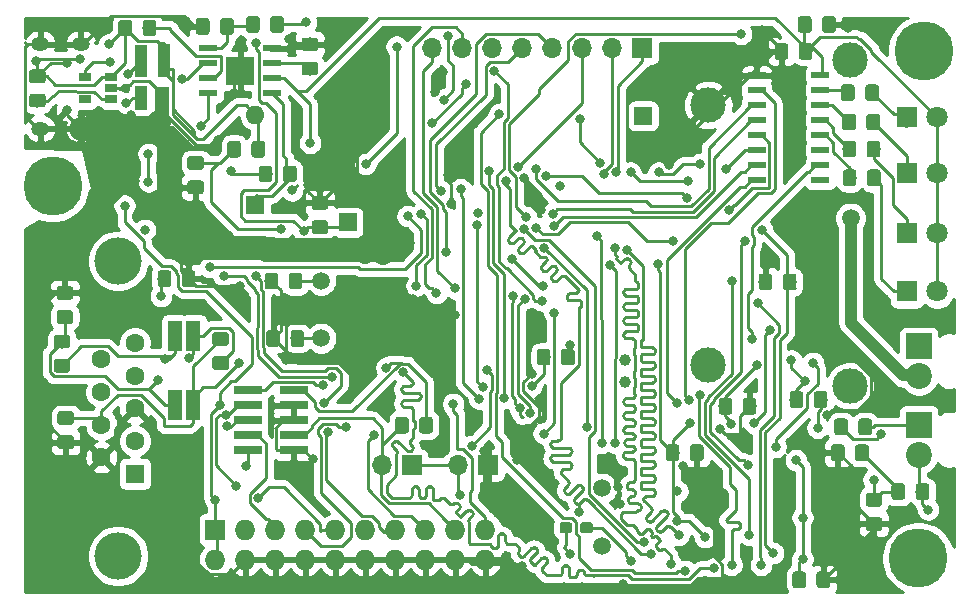
<source format=gbl>
G04 #@! TF.GenerationSoftware,KiCad,Pcbnew,(6.0.0-rc1-dev-1561-g9cac0a38c)*
G04 #@! TF.CreationDate,2019-06-17T18:23:23+02:00
G04 #@! TF.ProjectId,canbox,63616e62-6f78-42e6-9b69-6361645f7063,rev?*
G04 #@! TF.SameCoordinates,Original*
G04 #@! TF.FileFunction,Copper,L2,Bot*
G04 #@! TF.FilePolarity,Positive*
%FSLAX46Y46*%
G04 Gerber Fmt 4.6, Leading zero omitted, Abs format (unit mm)*
G04 Created by KiCad (PCBNEW (6.0.0-rc1-dev-1561-g9cac0a38c)) date Mon 17 Jun 2019 06:23:23 PM CEST*
%MOMM*%
%LPD*%
G04 APERTURE LIST*
%ADD10C,1.000000*%
%ADD11C,0.100000*%
%ADD12R,1.000000X2.800000*%
%ADD13R,1.000000X2.000000*%
%ADD14R,1.200000X2.800000*%
%ADD15R,1.200000X2.500000*%
%ADD16R,2.400000X0.740000*%
%ADD17C,1.150000*%
%ADD18C,3.000000*%
%ADD19R,2.350000X2.350000*%
%ADD20R,1.550000X0.600000*%
%ADD21O,1.727200X1.727200*%
%ADD22R,1.727200X1.727200*%
%ADD23C,4.000000*%
%ADD24C,1.600000*%
%ADD25R,1.600000X1.600000*%
%ADD26C,2.200000*%
%ADD27R,2.200000X2.200000*%
%ADD28O,1.700000X1.700000*%
%ADD29R,1.700000X1.700000*%
%ADD30C,0.800000*%
%ADD31C,5.000000*%
%ADD32C,1.500000*%
%ADD33R,1.500000X0.600000*%
%ADD34R,1.060000X0.650000*%
%ADD35R,1.500000X1.500000*%
%ADD36C,0.950000*%
%ADD37O,1.524000X1.200000*%
%ADD38C,1.800000*%
%ADD39R,1.800000X1.800000*%
%ADD40O,1.600000X1.600000*%
%ADD41C,0.250000*%
%ADD42C,2.000000*%
%ADD43C,1.000000*%
%ADD44C,0.254000*%
G04 APERTURE END LIST*
D10*
X47450000Y-86350000D03*
D11*
G36*
X47950000Y-84950000D02*
G01*
X47950000Y-87750000D01*
X46950000Y-87750000D01*
X46950000Y-84950000D01*
X47950000Y-84950000D01*
X47950000Y-84950000D01*
G37*
D12*
X45550000Y-86350000D03*
D13*
X45550000Y-89500000D03*
D14*
X47270000Y-89950000D03*
D15*
X49936700Y-109597400D03*
X48386700Y-109597400D03*
X48386700Y-115497400D03*
X49936700Y-115497400D03*
D16*
X54545400Y-119303800D03*
X58445400Y-119303800D03*
X54545400Y-118033800D03*
X58445400Y-118033800D03*
X54545400Y-116763800D03*
X58445400Y-116763800D03*
X54545400Y-115493800D03*
X58445400Y-115493800D03*
X54545400Y-114223800D03*
X58445400Y-114223800D03*
D11*
G36*
X98731105Y-104355604D02*
G01*
X98755373Y-104359204D01*
X98779172Y-104365165D01*
X98802271Y-104373430D01*
X98824450Y-104383920D01*
X98845493Y-104396532D01*
X98865199Y-104411147D01*
X98883377Y-104427623D01*
X98899853Y-104445801D01*
X98914468Y-104465507D01*
X98927080Y-104486550D01*
X98937570Y-104508729D01*
X98945835Y-104531828D01*
X98951796Y-104555627D01*
X98955396Y-104579895D01*
X98956600Y-104604399D01*
X98956600Y-105504401D01*
X98955396Y-105528905D01*
X98951796Y-105553173D01*
X98945835Y-105576972D01*
X98937570Y-105600071D01*
X98927080Y-105622250D01*
X98914468Y-105643293D01*
X98899853Y-105662999D01*
X98883377Y-105681177D01*
X98865199Y-105697653D01*
X98845493Y-105712268D01*
X98824450Y-105724880D01*
X98802271Y-105735370D01*
X98779172Y-105743635D01*
X98755373Y-105749596D01*
X98731105Y-105753196D01*
X98706601Y-105754400D01*
X98056599Y-105754400D01*
X98032095Y-105753196D01*
X98007827Y-105749596D01*
X97984028Y-105743635D01*
X97960929Y-105735370D01*
X97938750Y-105724880D01*
X97917707Y-105712268D01*
X97898001Y-105697653D01*
X97879823Y-105681177D01*
X97863347Y-105662999D01*
X97848732Y-105643293D01*
X97836120Y-105622250D01*
X97825630Y-105600071D01*
X97817365Y-105576972D01*
X97811404Y-105553173D01*
X97807804Y-105528905D01*
X97806600Y-105504401D01*
X97806600Y-104604399D01*
X97807804Y-104579895D01*
X97811404Y-104555627D01*
X97817365Y-104531828D01*
X97825630Y-104508729D01*
X97836120Y-104486550D01*
X97848732Y-104465507D01*
X97863347Y-104445801D01*
X97879823Y-104427623D01*
X97898001Y-104411147D01*
X97917707Y-104396532D01*
X97938750Y-104383920D01*
X97960929Y-104373430D01*
X97984028Y-104365165D01*
X98007827Y-104359204D01*
X98032095Y-104355604D01*
X98056599Y-104354400D01*
X98706601Y-104354400D01*
X98731105Y-104355604D01*
X98731105Y-104355604D01*
G37*
D17*
X98381600Y-105054400D03*
D11*
G36*
X100781105Y-104355604D02*
G01*
X100805373Y-104359204D01*
X100829172Y-104365165D01*
X100852271Y-104373430D01*
X100874450Y-104383920D01*
X100895493Y-104396532D01*
X100915199Y-104411147D01*
X100933377Y-104427623D01*
X100949853Y-104445801D01*
X100964468Y-104465507D01*
X100977080Y-104486550D01*
X100987570Y-104508729D01*
X100995835Y-104531828D01*
X101001796Y-104555627D01*
X101005396Y-104579895D01*
X101006600Y-104604399D01*
X101006600Y-105504401D01*
X101005396Y-105528905D01*
X101001796Y-105553173D01*
X100995835Y-105576972D01*
X100987570Y-105600071D01*
X100977080Y-105622250D01*
X100964468Y-105643293D01*
X100949853Y-105662999D01*
X100933377Y-105681177D01*
X100915199Y-105697653D01*
X100895493Y-105712268D01*
X100874450Y-105724880D01*
X100852271Y-105735370D01*
X100829172Y-105743635D01*
X100805373Y-105749596D01*
X100781105Y-105753196D01*
X100756601Y-105754400D01*
X100106599Y-105754400D01*
X100082095Y-105753196D01*
X100057827Y-105749596D01*
X100034028Y-105743635D01*
X100010929Y-105735370D01*
X99988750Y-105724880D01*
X99967707Y-105712268D01*
X99948001Y-105697653D01*
X99929823Y-105681177D01*
X99913347Y-105662999D01*
X99898732Y-105643293D01*
X99886120Y-105622250D01*
X99875630Y-105600071D01*
X99867365Y-105576972D01*
X99861404Y-105553173D01*
X99857804Y-105528905D01*
X99856600Y-105504401D01*
X99856600Y-104604399D01*
X99857804Y-104579895D01*
X99861404Y-104555627D01*
X99867365Y-104531828D01*
X99875630Y-104508729D01*
X99886120Y-104486550D01*
X99898732Y-104465507D01*
X99913347Y-104445801D01*
X99929823Y-104427623D01*
X99948001Y-104411147D01*
X99967707Y-104396532D01*
X99988750Y-104383920D01*
X100010929Y-104373430D01*
X100034028Y-104365165D01*
X100057827Y-104359204D01*
X100082095Y-104355604D01*
X100106599Y-104354400D01*
X100756601Y-104354400D01*
X100781105Y-104355604D01*
X100781105Y-104355604D01*
G37*
D17*
X100431600Y-105054400D03*
D18*
X105542600Y-86276000D03*
X93542600Y-90076000D03*
X93542600Y-112076000D03*
X105542600Y-113876000D03*
D19*
X53927500Y-87201500D03*
D20*
X56627500Y-89106500D03*
X56627500Y-87836500D03*
X56627500Y-86566500D03*
X56627500Y-85296500D03*
X51227500Y-85296500D03*
X51227500Y-86566500D03*
X51227500Y-87836500D03*
X51227500Y-89106500D03*
D21*
X74676000Y-128600200D03*
X74676000Y-126060200D03*
X72136000Y-128600200D03*
X72136000Y-126060200D03*
X69596000Y-128600200D03*
X69596000Y-126060200D03*
X67056000Y-128600200D03*
X67056000Y-126060200D03*
X64516000Y-128600200D03*
X64516000Y-126060200D03*
X61976000Y-128600200D03*
X61976000Y-126060200D03*
X59436000Y-128600200D03*
X59436000Y-126060200D03*
X56896000Y-128600200D03*
X56896000Y-126060200D03*
X54356000Y-128600200D03*
X54356000Y-126060200D03*
X51816000Y-128600200D03*
D22*
X51816000Y-126060200D03*
D11*
G36*
X100086305Y-84848404D02*
G01*
X100110573Y-84852004D01*
X100134372Y-84857965D01*
X100157471Y-84866230D01*
X100179650Y-84876720D01*
X100200693Y-84889332D01*
X100220399Y-84903947D01*
X100238577Y-84920423D01*
X100255053Y-84938601D01*
X100269668Y-84958307D01*
X100282280Y-84979350D01*
X100292770Y-85001529D01*
X100301035Y-85024628D01*
X100306996Y-85048427D01*
X100310596Y-85072695D01*
X100311800Y-85097199D01*
X100311800Y-85997201D01*
X100310596Y-86021705D01*
X100306996Y-86045973D01*
X100301035Y-86069772D01*
X100292770Y-86092871D01*
X100282280Y-86115050D01*
X100269668Y-86136093D01*
X100255053Y-86155799D01*
X100238577Y-86173977D01*
X100220399Y-86190453D01*
X100200693Y-86205068D01*
X100179650Y-86217680D01*
X100157471Y-86228170D01*
X100134372Y-86236435D01*
X100110573Y-86242396D01*
X100086305Y-86245996D01*
X100061801Y-86247200D01*
X99411799Y-86247200D01*
X99387295Y-86245996D01*
X99363027Y-86242396D01*
X99339228Y-86236435D01*
X99316129Y-86228170D01*
X99293950Y-86217680D01*
X99272907Y-86205068D01*
X99253201Y-86190453D01*
X99235023Y-86173977D01*
X99218547Y-86155799D01*
X99203932Y-86136093D01*
X99191320Y-86115050D01*
X99180830Y-86092871D01*
X99172565Y-86069772D01*
X99166604Y-86045973D01*
X99163004Y-86021705D01*
X99161800Y-85997201D01*
X99161800Y-85097199D01*
X99163004Y-85072695D01*
X99166604Y-85048427D01*
X99172565Y-85024628D01*
X99180830Y-85001529D01*
X99191320Y-84979350D01*
X99203932Y-84958307D01*
X99218547Y-84938601D01*
X99235023Y-84920423D01*
X99253201Y-84903947D01*
X99272907Y-84889332D01*
X99293950Y-84876720D01*
X99316129Y-84866230D01*
X99339228Y-84857965D01*
X99363027Y-84852004D01*
X99387295Y-84848404D01*
X99411799Y-84847200D01*
X100061801Y-84847200D01*
X100086305Y-84848404D01*
X100086305Y-84848404D01*
G37*
D17*
X99736800Y-85547200D03*
D11*
G36*
X102136305Y-84848404D02*
G01*
X102160573Y-84852004D01*
X102184372Y-84857965D01*
X102207471Y-84866230D01*
X102229650Y-84876720D01*
X102250693Y-84889332D01*
X102270399Y-84903947D01*
X102288577Y-84920423D01*
X102305053Y-84938601D01*
X102319668Y-84958307D01*
X102332280Y-84979350D01*
X102342770Y-85001529D01*
X102351035Y-85024628D01*
X102356996Y-85048427D01*
X102360596Y-85072695D01*
X102361800Y-85097199D01*
X102361800Y-85997201D01*
X102360596Y-86021705D01*
X102356996Y-86045973D01*
X102351035Y-86069772D01*
X102342770Y-86092871D01*
X102332280Y-86115050D01*
X102319668Y-86136093D01*
X102305053Y-86155799D01*
X102288577Y-86173977D01*
X102270399Y-86190453D01*
X102250693Y-86205068D01*
X102229650Y-86217680D01*
X102207471Y-86228170D01*
X102184372Y-86236435D01*
X102160573Y-86242396D01*
X102136305Y-86245996D01*
X102111801Y-86247200D01*
X101461799Y-86247200D01*
X101437295Y-86245996D01*
X101413027Y-86242396D01*
X101389228Y-86236435D01*
X101366129Y-86228170D01*
X101343950Y-86217680D01*
X101322907Y-86205068D01*
X101303201Y-86190453D01*
X101285023Y-86173977D01*
X101268547Y-86155799D01*
X101253932Y-86136093D01*
X101241320Y-86115050D01*
X101230830Y-86092871D01*
X101222565Y-86069772D01*
X101216604Y-86045973D01*
X101213004Y-86021705D01*
X101211800Y-85997201D01*
X101211800Y-85097199D01*
X101213004Y-85072695D01*
X101216604Y-85048427D01*
X101222565Y-85024628D01*
X101230830Y-85001529D01*
X101241320Y-84979350D01*
X101253932Y-84958307D01*
X101268547Y-84938601D01*
X101285023Y-84920423D01*
X101303201Y-84903947D01*
X101322907Y-84889332D01*
X101343950Y-84876720D01*
X101366129Y-84866230D01*
X101389228Y-84857965D01*
X101413027Y-84852004D01*
X101437295Y-84848404D01*
X101461799Y-84847200D01*
X102111801Y-84847200D01*
X102136305Y-84848404D01*
X102136305Y-84848404D01*
G37*
D17*
X101786800Y-85547200D03*
D11*
G36*
X53747705Y-93128804D02*
G01*
X53771973Y-93132404D01*
X53795772Y-93138365D01*
X53818871Y-93146630D01*
X53841050Y-93157120D01*
X53862093Y-93169732D01*
X53881799Y-93184347D01*
X53899977Y-93200823D01*
X53916453Y-93219001D01*
X53931068Y-93238707D01*
X53943680Y-93259750D01*
X53954170Y-93281929D01*
X53962435Y-93305028D01*
X53968396Y-93328827D01*
X53971996Y-93353095D01*
X53973200Y-93377599D01*
X53973200Y-94277601D01*
X53971996Y-94302105D01*
X53968396Y-94326373D01*
X53962435Y-94350172D01*
X53954170Y-94373271D01*
X53943680Y-94395450D01*
X53931068Y-94416493D01*
X53916453Y-94436199D01*
X53899977Y-94454377D01*
X53881799Y-94470853D01*
X53862093Y-94485468D01*
X53841050Y-94498080D01*
X53818871Y-94508570D01*
X53795772Y-94516835D01*
X53771973Y-94522796D01*
X53747705Y-94526396D01*
X53723201Y-94527600D01*
X53073199Y-94527600D01*
X53048695Y-94526396D01*
X53024427Y-94522796D01*
X53000628Y-94516835D01*
X52977529Y-94508570D01*
X52955350Y-94498080D01*
X52934307Y-94485468D01*
X52914601Y-94470853D01*
X52896423Y-94454377D01*
X52879947Y-94436199D01*
X52865332Y-94416493D01*
X52852720Y-94395450D01*
X52842230Y-94373271D01*
X52833965Y-94350172D01*
X52828004Y-94326373D01*
X52824404Y-94302105D01*
X52823200Y-94277601D01*
X52823200Y-93377599D01*
X52824404Y-93353095D01*
X52828004Y-93328827D01*
X52833965Y-93305028D01*
X52842230Y-93281929D01*
X52852720Y-93259750D01*
X52865332Y-93238707D01*
X52879947Y-93219001D01*
X52896423Y-93200823D01*
X52914601Y-93184347D01*
X52934307Y-93169732D01*
X52955350Y-93157120D01*
X52977529Y-93146630D01*
X53000628Y-93138365D01*
X53024427Y-93132404D01*
X53048695Y-93128804D01*
X53073199Y-93127600D01*
X53723201Y-93127600D01*
X53747705Y-93128804D01*
X53747705Y-93128804D01*
G37*
D17*
X53398200Y-93827600D03*
D11*
G36*
X55797705Y-93128804D02*
G01*
X55821973Y-93132404D01*
X55845772Y-93138365D01*
X55868871Y-93146630D01*
X55891050Y-93157120D01*
X55912093Y-93169732D01*
X55931799Y-93184347D01*
X55949977Y-93200823D01*
X55966453Y-93219001D01*
X55981068Y-93238707D01*
X55993680Y-93259750D01*
X56004170Y-93281929D01*
X56012435Y-93305028D01*
X56018396Y-93328827D01*
X56021996Y-93353095D01*
X56023200Y-93377599D01*
X56023200Y-94277601D01*
X56021996Y-94302105D01*
X56018396Y-94326373D01*
X56012435Y-94350172D01*
X56004170Y-94373271D01*
X55993680Y-94395450D01*
X55981068Y-94416493D01*
X55966453Y-94436199D01*
X55949977Y-94454377D01*
X55931799Y-94470853D01*
X55912093Y-94485468D01*
X55891050Y-94498080D01*
X55868871Y-94508570D01*
X55845772Y-94516835D01*
X55821973Y-94522796D01*
X55797705Y-94526396D01*
X55773201Y-94527600D01*
X55123199Y-94527600D01*
X55098695Y-94526396D01*
X55074427Y-94522796D01*
X55050628Y-94516835D01*
X55027529Y-94508570D01*
X55005350Y-94498080D01*
X54984307Y-94485468D01*
X54964601Y-94470853D01*
X54946423Y-94454377D01*
X54929947Y-94436199D01*
X54915332Y-94416493D01*
X54902720Y-94395450D01*
X54892230Y-94373271D01*
X54883965Y-94350172D01*
X54878004Y-94326373D01*
X54874404Y-94302105D01*
X54873200Y-94277601D01*
X54873200Y-93377599D01*
X54874404Y-93353095D01*
X54878004Y-93328827D01*
X54883965Y-93305028D01*
X54892230Y-93281929D01*
X54902720Y-93259750D01*
X54915332Y-93238707D01*
X54929947Y-93219001D01*
X54946423Y-93200823D01*
X54964601Y-93184347D01*
X54984307Y-93169732D01*
X55005350Y-93157120D01*
X55027529Y-93146630D01*
X55050628Y-93138365D01*
X55074427Y-93132404D01*
X55098695Y-93128804D01*
X55123199Y-93127600D01*
X55773201Y-93127600D01*
X55797705Y-93128804D01*
X55797705Y-93128804D01*
G37*
D17*
X55448200Y-93827600D03*
D23*
X43586400Y-128270000D03*
X43586400Y-103270000D03*
D24*
X42166400Y-111615000D03*
X42166400Y-114385000D03*
X42166400Y-117155000D03*
X42166400Y-119925000D03*
X45006400Y-110230000D03*
X45006400Y-113000000D03*
X45006400Y-115770000D03*
X45006400Y-118540000D03*
D25*
X45006400Y-121310000D03*
D26*
X111379000Y-119684800D03*
D27*
X111379000Y-117144800D03*
D26*
X111379000Y-113030000D03*
D27*
X111379000Y-110490000D03*
D28*
X65913000Y-120599200D03*
D29*
X68453000Y-120599200D03*
D11*
G36*
X46586505Y-82867204D02*
G01*
X46610773Y-82870804D01*
X46634572Y-82876765D01*
X46657671Y-82885030D01*
X46679850Y-82895520D01*
X46700893Y-82908132D01*
X46720599Y-82922747D01*
X46738777Y-82939223D01*
X46755253Y-82957401D01*
X46769868Y-82977107D01*
X46782480Y-82998150D01*
X46792970Y-83020329D01*
X46801235Y-83043428D01*
X46807196Y-83067227D01*
X46810796Y-83091495D01*
X46812000Y-83115999D01*
X46812000Y-84016001D01*
X46810796Y-84040505D01*
X46807196Y-84064773D01*
X46801235Y-84088572D01*
X46792970Y-84111671D01*
X46782480Y-84133850D01*
X46769868Y-84154893D01*
X46755253Y-84174599D01*
X46738777Y-84192777D01*
X46720599Y-84209253D01*
X46700893Y-84223868D01*
X46679850Y-84236480D01*
X46657671Y-84246970D01*
X46634572Y-84255235D01*
X46610773Y-84261196D01*
X46586505Y-84264796D01*
X46562001Y-84266000D01*
X45911999Y-84266000D01*
X45887495Y-84264796D01*
X45863227Y-84261196D01*
X45839428Y-84255235D01*
X45816329Y-84246970D01*
X45794150Y-84236480D01*
X45773107Y-84223868D01*
X45753401Y-84209253D01*
X45735223Y-84192777D01*
X45718747Y-84174599D01*
X45704132Y-84154893D01*
X45691520Y-84133850D01*
X45681030Y-84111671D01*
X45672765Y-84088572D01*
X45666804Y-84064773D01*
X45663204Y-84040505D01*
X45662000Y-84016001D01*
X45662000Y-83115999D01*
X45663204Y-83091495D01*
X45666804Y-83067227D01*
X45672765Y-83043428D01*
X45681030Y-83020329D01*
X45691520Y-82998150D01*
X45704132Y-82977107D01*
X45718747Y-82957401D01*
X45735223Y-82939223D01*
X45753401Y-82922747D01*
X45773107Y-82908132D01*
X45794150Y-82895520D01*
X45816329Y-82885030D01*
X45839428Y-82876765D01*
X45863227Y-82870804D01*
X45887495Y-82867204D01*
X45911999Y-82866000D01*
X46562001Y-82866000D01*
X46586505Y-82867204D01*
X46586505Y-82867204D01*
G37*
D17*
X46237000Y-83566000D03*
D11*
G36*
X44536505Y-82867204D02*
G01*
X44560773Y-82870804D01*
X44584572Y-82876765D01*
X44607671Y-82885030D01*
X44629850Y-82895520D01*
X44650893Y-82908132D01*
X44670599Y-82922747D01*
X44688777Y-82939223D01*
X44705253Y-82957401D01*
X44719868Y-82977107D01*
X44732480Y-82998150D01*
X44742970Y-83020329D01*
X44751235Y-83043428D01*
X44757196Y-83067227D01*
X44760796Y-83091495D01*
X44762000Y-83115999D01*
X44762000Y-84016001D01*
X44760796Y-84040505D01*
X44757196Y-84064773D01*
X44751235Y-84088572D01*
X44742970Y-84111671D01*
X44732480Y-84133850D01*
X44719868Y-84154893D01*
X44705253Y-84174599D01*
X44688777Y-84192777D01*
X44670599Y-84209253D01*
X44650893Y-84223868D01*
X44629850Y-84236480D01*
X44607671Y-84246970D01*
X44584572Y-84255235D01*
X44560773Y-84261196D01*
X44536505Y-84264796D01*
X44512001Y-84266000D01*
X43861999Y-84266000D01*
X43837495Y-84264796D01*
X43813227Y-84261196D01*
X43789428Y-84255235D01*
X43766329Y-84246970D01*
X43744150Y-84236480D01*
X43723107Y-84223868D01*
X43703401Y-84209253D01*
X43685223Y-84192777D01*
X43668747Y-84174599D01*
X43654132Y-84154893D01*
X43641520Y-84133850D01*
X43631030Y-84111671D01*
X43622765Y-84088572D01*
X43616804Y-84064773D01*
X43613204Y-84040505D01*
X43612000Y-84016001D01*
X43612000Y-83115999D01*
X43613204Y-83091495D01*
X43616804Y-83067227D01*
X43622765Y-83043428D01*
X43631030Y-83020329D01*
X43641520Y-82998150D01*
X43654132Y-82977107D01*
X43668747Y-82957401D01*
X43685223Y-82939223D01*
X43703401Y-82922747D01*
X43723107Y-82908132D01*
X43744150Y-82895520D01*
X43766329Y-82885030D01*
X43789428Y-82876765D01*
X43813227Y-82870804D01*
X43837495Y-82867204D01*
X43861999Y-82866000D01*
X44512001Y-82866000D01*
X44536505Y-82867204D01*
X44536505Y-82867204D01*
G37*
D17*
X44187000Y-83566000D03*
D30*
X112654025Y-127121975D03*
X111328200Y-126572800D03*
X110002375Y-127121975D03*
X109453200Y-128447800D03*
X110002375Y-129773625D03*
X111328200Y-130322800D03*
X112654025Y-129773625D03*
X113203200Y-128447800D03*
D31*
X111328200Y-128447800D03*
D30*
X113123925Y-84198515D03*
X111798100Y-83649340D03*
X110472275Y-84198515D03*
X109923100Y-85524340D03*
X110472275Y-86850165D03*
X111798100Y-87399340D03*
X113123925Y-86850165D03*
X113673100Y-85524340D03*
D31*
X111798100Y-85524340D03*
D30*
X39379625Y-95651375D03*
X38053800Y-95102200D03*
X36727975Y-95651375D03*
X36178800Y-96977200D03*
X36727975Y-98303025D03*
X38053800Y-98852200D03*
X39379625Y-98303025D03*
X39928800Y-96977200D03*
D31*
X38053800Y-96977200D03*
D32*
X84533400Y-122517200D03*
X84533400Y-127397200D03*
D10*
X86537800Y-113558400D03*
X86537800Y-111658400D03*
D32*
X60756800Y-109825180D03*
X60756800Y-104945180D03*
D33*
X103042700Y-96456500D03*
X103042700Y-95186500D03*
X103042700Y-93916500D03*
X103042700Y-92646500D03*
X103042700Y-91376500D03*
X103042700Y-90106500D03*
X103042700Y-88836500D03*
X103042700Y-87566500D03*
X97642700Y-87566500D03*
X97642700Y-88836500D03*
X97642700Y-90106500D03*
X97642700Y-91376500D03*
X97642700Y-92646500D03*
X97642700Y-93916500D03*
X97642700Y-95186500D03*
X97642700Y-96456500D03*
D28*
X70180200Y-85267800D03*
X72720200Y-85267800D03*
X75260200Y-85267800D03*
X77800200Y-85267800D03*
X80340200Y-85267800D03*
X82880200Y-85267800D03*
X85420200Y-85267800D03*
D29*
X87960200Y-85267800D03*
D34*
X40800000Y-87700000D03*
X40800000Y-89600000D03*
X43000000Y-89600000D03*
X43000000Y-88650000D03*
X43000000Y-87700000D03*
D35*
X88033400Y-91000000D03*
X63033400Y-100017200D03*
D11*
G36*
X39615905Y-118053204D02*
G01*
X39640173Y-118056804D01*
X39663972Y-118062765D01*
X39687071Y-118071030D01*
X39709250Y-118081520D01*
X39730293Y-118094132D01*
X39749999Y-118108747D01*
X39768177Y-118125223D01*
X39784653Y-118143401D01*
X39799268Y-118163107D01*
X39811880Y-118184150D01*
X39822370Y-118206329D01*
X39830635Y-118229428D01*
X39836596Y-118253227D01*
X39840196Y-118277495D01*
X39841400Y-118301999D01*
X39841400Y-118952001D01*
X39840196Y-118976505D01*
X39836596Y-119000773D01*
X39830635Y-119024572D01*
X39822370Y-119047671D01*
X39811880Y-119069850D01*
X39799268Y-119090893D01*
X39784653Y-119110599D01*
X39768177Y-119128777D01*
X39749999Y-119145253D01*
X39730293Y-119159868D01*
X39709250Y-119172480D01*
X39687071Y-119182970D01*
X39663972Y-119191235D01*
X39640173Y-119197196D01*
X39615905Y-119200796D01*
X39591401Y-119202000D01*
X38691399Y-119202000D01*
X38666895Y-119200796D01*
X38642627Y-119197196D01*
X38618828Y-119191235D01*
X38595729Y-119182970D01*
X38573550Y-119172480D01*
X38552507Y-119159868D01*
X38532801Y-119145253D01*
X38514623Y-119128777D01*
X38498147Y-119110599D01*
X38483532Y-119090893D01*
X38470920Y-119069850D01*
X38460430Y-119047671D01*
X38452165Y-119024572D01*
X38446204Y-119000773D01*
X38442604Y-118976505D01*
X38441400Y-118952001D01*
X38441400Y-118301999D01*
X38442604Y-118277495D01*
X38446204Y-118253227D01*
X38452165Y-118229428D01*
X38460430Y-118206329D01*
X38470920Y-118184150D01*
X38483532Y-118163107D01*
X38498147Y-118143401D01*
X38514623Y-118125223D01*
X38532801Y-118108747D01*
X38552507Y-118094132D01*
X38573550Y-118081520D01*
X38595729Y-118071030D01*
X38618828Y-118062765D01*
X38642627Y-118056804D01*
X38666895Y-118053204D01*
X38691399Y-118052000D01*
X39591401Y-118052000D01*
X39615905Y-118053204D01*
X39615905Y-118053204D01*
G37*
D17*
X39141400Y-118627000D03*
D11*
G36*
X39615905Y-116003204D02*
G01*
X39640173Y-116006804D01*
X39663972Y-116012765D01*
X39687071Y-116021030D01*
X39709250Y-116031520D01*
X39730293Y-116044132D01*
X39749999Y-116058747D01*
X39768177Y-116075223D01*
X39784653Y-116093401D01*
X39799268Y-116113107D01*
X39811880Y-116134150D01*
X39822370Y-116156329D01*
X39830635Y-116179428D01*
X39836596Y-116203227D01*
X39840196Y-116227495D01*
X39841400Y-116251999D01*
X39841400Y-116902001D01*
X39840196Y-116926505D01*
X39836596Y-116950773D01*
X39830635Y-116974572D01*
X39822370Y-116997671D01*
X39811880Y-117019850D01*
X39799268Y-117040893D01*
X39784653Y-117060599D01*
X39768177Y-117078777D01*
X39749999Y-117095253D01*
X39730293Y-117109868D01*
X39709250Y-117122480D01*
X39687071Y-117132970D01*
X39663972Y-117141235D01*
X39640173Y-117147196D01*
X39615905Y-117150796D01*
X39591401Y-117152000D01*
X38691399Y-117152000D01*
X38666895Y-117150796D01*
X38642627Y-117147196D01*
X38618828Y-117141235D01*
X38595729Y-117132970D01*
X38573550Y-117122480D01*
X38552507Y-117109868D01*
X38532801Y-117095253D01*
X38514623Y-117078777D01*
X38498147Y-117060599D01*
X38483532Y-117040893D01*
X38470920Y-117019850D01*
X38460430Y-116997671D01*
X38452165Y-116974572D01*
X38446204Y-116950773D01*
X38442604Y-116926505D01*
X38441400Y-116902001D01*
X38441400Y-116251999D01*
X38442604Y-116227495D01*
X38446204Y-116203227D01*
X38452165Y-116179428D01*
X38460430Y-116156329D01*
X38470920Y-116134150D01*
X38483532Y-116113107D01*
X38498147Y-116093401D01*
X38514623Y-116075223D01*
X38532801Y-116058747D01*
X38552507Y-116044132D01*
X38573550Y-116031520D01*
X38595729Y-116021030D01*
X38618828Y-116012765D01*
X38642627Y-116006804D01*
X38666895Y-116003204D01*
X38691399Y-116002000D01*
X39591401Y-116002000D01*
X39615905Y-116003204D01*
X39615905Y-116003204D01*
G37*
D17*
X39141400Y-116577000D03*
D11*
G36*
X39539705Y-105411404D02*
G01*
X39563973Y-105415004D01*
X39587772Y-105420965D01*
X39610871Y-105429230D01*
X39633050Y-105439720D01*
X39654093Y-105452332D01*
X39673799Y-105466947D01*
X39691977Y-105483423D01*
X39708453Y-105501601D01*
X39723068Y-105521307D01*
X39735680Y-105542350D01*
X39746170Y-105564529D01*
X39754435Y-105587628D01*
X39760396Y-105611427D01*
X39763996Y-105635695D01*
X39765200Y-105660199D01*
X39765200Y-106310201D01*
X39763996Y-106334705D01*
X39760396Y-106358973D01*
X39754435Y-106382772D01*
X39746170Y-106405871D01*
X39735680Y-106428050D01*
X39723068Y-106449093D01*
X39708453Y-106468799D01*
X39691977Y-106486977D01*
X39673799Y-106503453D01*
X39654093Y-106518068D01*
X39633050Y-106530680D01*
X39610871Y-106541170D01*
X39587772Y-106549435D01*
X39563973Y-106555396D01*
X39539705Y-106558996D01*
X39515201Y-106560200D01*
X38615199Y-106560200D01*
X38590695Y-106558996D01*
X38566427Y-106555396D01*
X38542628Y-106549435D01*
X38519529Y-106541170D01*
X38497350Y-106530680D01*
X38476307Y-106518068D01*
X38456601Y-106503453D01*
X38438423Y-106486977D01*
X38421947Y-106468799D01*
X38407332Y-106449093D01*
X38394720Y-106428050D01*
X38384230Y-106405871D01*
X38375965Y-106382772D01*
X38370004Y-106358973D01*
X38366404Y-106334705D01*
X38365200Y-106310201D01*
X38365200Y-105660199D01*
X38366404Y-105635695D01*
X38370004Y-105611427D01*
X38375965Y-105587628D01*
X38384230Y-105564529D01*
X38394720Y-105542350D01*
X38407332Y-105521307D01*
X38421947Y-105501601D01*
X38438423Y-105483423D01*
X38456601Y-105466947D01*
X38476307Y-105452332D01*
X38497350Y-105439720D01*
X38519529Y-105429230D01*
X38542628Y-105420965D01*
X38566427Y-105415004D01*
X38590695Y-105411404D01*
X38615199Y-105410200D01*
X39515201Y-105410200D01*
X39539705Y-105411404D01*
X39539705Y-105411404D01*
G37*
D17*
X39065200Y-105985200D03*
D11*
G36*
X39539705Y-107461404D02*
G01*
X39563973Y-107465004D01*
X39587772Y-107470965D01*
X39610871Y-107479230D01*
X39633050Y-107489720D01*
X39654093Y-107502332D01*
X39673799Y-107516947D01*
X39691977Y-107533423D01*
X39708453Y-107551601D01*
X39723068Y-107571307D01*
X39735680Y-107592350D01*
X39746170Y-107614529D01*
X39754435Y-107637628D01*
X39760396Y-107661427D01*
X39763996Y-107685695D01*
X39765200Y-107710199D01*
X39765200Y-108360201D01*
X39763996Y-108384705D01*
X39760396Y-108408973D01*
X39754435Y-108432772D01*
X39746170Y-108455871D01*
X39735680Y-108478050D01*
X39723068Y-108499093D01*
X39708453Y-108518799D01*
X39691977Y-108536977D01*
X39673799Y-108553453D01*
X39654093Y-108568068D01*
X39633050Y-108580680D01*
X39610871Y-108591170D01*
X39587772Y-108599435D01*
X39563973Y-108605396D01*
X39539705Y-108608996D01*
X39515201Y-108610200D01*
X38615199Y-108610200D01*
X38590695Y-108608996D01*
X38566427Y-108605396D01*
X38542628Y-108599435D01*
X38519529Y-108591170D01*
X38497350Y-108580680D01*
X38476307Y-108568068D01*
X38456601Y-108553453D01*
X38438423Y-108536977D01*
X38421947Y-108518799D01*
X38407332Y-108499093D01*
X38394720Y-108478050D01*
X38384230Y-108455871D01*
X38375965Y-108432772D01*
X38370004Y-108408973D01*
X38366404Y-108384705D01*
X38365200Y-108360201D01*
X38365200Y-107710199D01*
X38366404Y-107685695D01*
X38370004Y-107661427D01*
X38375965Y-107637628D01*
X38384230Y-107614529D01*
X38394720Y-107592350D01*
X38407332Y-107571307D01*
X38421947Y-107551601D01*
X38438423Y-107533423D01*
X38456601Y-107516947D01*
X38476307Y-107502332D01*
X38497350Y-107489720D01*
X38519529Y-107479230D01*
X38542628Y-107470965D01*
X38566427Y-107465004D01*
X38590695Y-107461404D01*
X38615199Y-107460200D01*
X39515201Y-107460200D01*
X39539705Y-107461404D01*
X39539705Y-107461404D01*
G37*
D17*
X39065200Y-108035200D03*
D11*
G36*
X107766105Y-88340904D02*
G01*
X107790373Y-88344504D01*
X107814172Y-88350465D01*
X107837271Y-88358730D01*
X107859450Y-88369220D01*
X107880493Y-88381832D01*
X107900199Y-88396447D01*
X107918377Y-88412923D01*
X107934853Y-88431101D01*
X107949468Y-88450807D01*
X107962080Y-88471850D01*
X107972570Y-88494029D01*
X107980835Y-88517128D01*
X107986796Y-88540927D01*
X107990396Y-88565195D01*
X107991600Y-88589699D01*
X107991600Y-89489701D01*
X107990396Y-89514205D01*
X107986796Y-89538473D01*
X107980835Y-89562272D01*
X107972570Y-89585371D01*
X107962080Y-89607550D01*
X107949468Y-89628593D01*
X107934853Y-89648299D01*
X107918377Y-89666477D01*
X107900199Y-89682953D01*
X107880493Y-89697568D01*
X107859450Y-89710180D01*
X107837271Y-89720670D01*
X107814172Y-89728935D01*
X107790373Y-89734896D01*
X107766105Y-89738496D01*
X107741601Y-89739700D01*
X107091599Y-89739700D01*
X107067095Y-89738496D01*
X107042827Y-89734896D01*
X107019028Y-89728935D01*
X106995929Y-89720670D01*
X106973750Y-89710180D01*
X106952707Y-89697568D01*
X106933001Y-89682953D01*
X106914823Y-89666477D01*
X106898347Y-89648299D01*
X106883732Y-89628593D01*
X106871120Y-89607550D01*
X106860630Y-89585371D01*
X106852365Y-89562272D01*
X106846404Y-89538473D01*
X106842804Y-89514205D01*
X106841600Y-89489701D01*
X106841600Y-88589699D01*
X106842804Y-88565195D01*
X106846404Y-88540927D01*
X106852365Y-88517128D01*
X106860630Y-88494029D01*
X106871120Y-88471850D01*
X106883732Y-88450807D01*
X106898347Y-88431101D01*
X106914823Y-88412923D01*
X106933001Y-88396447D01*
X106952707Y-88381832D01*
X106973750Y-88369220D01*
X106995929Y-88358730D01*
X107019028Y-88350465D01*
X107042827Y-88344504D01*
X107067095Y-88340904D01*
X107091599Y-88339700D01*
X107741601Y-88339700D01*
X107766105Y-88340904D01*
X107766105Y-88340904D01*
G37*
D17*
X107416600Y-89039700D03*
D11*
G36*
X105716105Y-88340904D02*
G01*
X105740373Y-88344504D01*
X105764172Y-88350465D01*
X105787271Y-88358730D01*
X105809450Y-88369220D01*
X105830493Y-88381832D01*
X105850199Y-88396447D01*
X105868377Y-88412923D01*
X105884853Y-88431101D01*
X105899468Y-88450807D01*
X105912080Y-88471850D01*
X105922570Y-88494029D01*
X105930835Y-88517128D01*
X105936796Y-88540927D01*
X105940396Y-88565195D01*
X105941600Y-88589699D01*
X105941600Y-89489701D01*
X105940396Y-89514205D01*
X105936796Y-89538473D01*
X105930835Y-89562272D01*
X105922570Y-89585371D01*
X105912080Y-89607550D01*
X105899468Y-89628593D01*
X105884853Y-89648299D01*
X105868377Y-89666477D01*
X105850199Y-89682953D01*
X105830493Y-89697568D01*
X105809450Y-89710180D01*
X105787271Y-89720670D01*
X105764172Y-89728935D01*
X105740373Y-89734896D01*
X105716105Y-89738496D01*
X105691601Y-89739700D01*
X105041599Y-89739700D01*
X105017095Y-89738496D01*
X104992827Y-89734896D01*
X104969028Y-89728935D01*
X104945929Y-89720670D01*
X104923750Y-89710180D01*
X104902707Y-89697568D01*
X104883001Y-89682953D01*
X104864823Y-89666477D01*
X104848347Y-89648299D01*
X104833732Y-89628593D01*
X104821120Y-89607550D01*
X104810630Y-89585371D01*
X104802365Y-89562272D01*
X104796404Y-89538473D01*
X104792804Y-89514205D01*
X104791600Y-89489701D01*
X104791600Y-88589699D01*
X104792804Y-88565195D01*
X104796404Y-88540927D01*
X104802365Y-88517128D01*
X104810630Y-88494029D01*
X104821120Y-88471850D01*
X104833732Y-88450807D01*
X104848347Y-88431101D01*
X104864823Y-88412923D01*
X104883001Y-88396447D01*
X104902707Y-88381832D01*
X104923750Y-88369220D01*
X104945929Y-88358730D01*
X104969028Y-88350465D01*
X104992827Y-88344504D01*
X105017095Y-88340904D01*
X105041599Y-88339700D01*
X105691601Y-88339700D01*
X105716105Y-88340904D01*
X105716105Y-88340904D01*
G37*
D17*
X105366600Y-89039700D03*
D11*
G36*
X107867705Y-90817404D02*
G01*
X107891973Y-90821004D01*
X107915772Y-90826965D01*
X107938871Y-90835230D01*
X107961050Y-90845720D01*
X107982093Y-90858332D01*
X108001799Y-90872947D01*
X108019977Y-90889423D01*
X108036453Y-90907601D01*
X108051068Y-90927307D01*
X108063680Y-90948350D01*
X108074170Y-90970529D01*
X108082435Y-90993628D01*
X108088396Y-91017427D01*
X108091996Y-91041695D01*
X108093200Y-91066199D01*
X108093200Y-91966201D01*
X108091996Y-91990705D01*
X108088396Y-92014973D01*
X108082435Y-92038772D01*
X108074170Y-92061871D01*
X108063680Y-92084050D01*
X108051068Y-92105093D01*
X108036453Y-92124799D01*
X108019977Y-92142977D01*
X108001799Y-92159453D01*
X107982093Y-92174068D01*
X107961050Y-92186680D01*
X107938871Y-92197170D01*
X107915772Y-92205435D01*
X107891973Y-92211396D01*
X107867705Y-92214996D01*
X107843201Y-92216200D01*
X107193199Y-92216200D01*
X107168695Y-92214996D01*
X107144427Y-92211396D01*
X107120628Y-92205435D01*
X107097529Y-92197170D01*
X107075350Y-92186680D01*
X107054307Y-92174068D01*
X107034601Y-92159453D01*
X107016423Y-92142977D01*
X106999947Y-92124799D01*
X106985332Y-92105093D01*
X106972720Y-92084050D01*
X106962230Y-92061871D01*
X106953965Y-92038772D01*
X106948004Y-92014973D01*
X106944404Y-91990705D01*
X106943200Y-91966201D01*
X106943200Y-91066199D01*
X106944404Y-91041695D01*
X106948004Y-91017427D01*
X106953965Y-90993628D01*
X106962230Y-90970529D01*
X106972720Y-90948350D01*
X106985332Y-90927307D01*
X106999947Y-90907601D01*
X107016423Y-90889423D01*
X107034601Y-90872947D01*
X107054307Y-90858332D01*
X107075350Y-90845720D01*
X107097529Y-90835230D01*
X107120628Y-90826965D01*
X107144427Y-90821004D01*
X107168695Y-90817404D01*
X107193199Y-90816200D01*
X107843201Y-90816200D01*
X107867705Y-90817404D01*
X107867705Y-90817404D01*
G37*
D17*
X107518200Y-91516200D03*
D11*
G36*
X105817705Y-90817404D02*
G01*
X105841973Y-90821004D01*
X105865772Y-90826965D01*
X105888871Y-90835230D01*
X105911050Y-90845720D01*
X105932093Y-90858332D01*
X105951799Y-90872947D01*
X105969977Y-90889423D01*
X105986453Y-90907601D01*
X106001068Y-90927307D01*
X106013680Y-90948350D01*
X106024170Y-90970529D01*
X106032435Y-90993628D01*
X106038396Y-91017427D01*
X106041996Y-91041695D01*
X106043200Y-91066199D01*
X106043200Y-91966201D01*
X106041996Y-91990705D01*
X106038396Y-92014973D01*
X106032435Y-92038772D01*
X106024170Y-92061871D01*
X106013680Y-92084050D01*
X106001068Y-92105093D01*
X105986453Y-92124799D01*
X105969977Y-92142977D01*
X105951799Y-92159453D01*
X105932093Y-92174068D01*
X105911050Y-92186680D01*
X105888871Y-92197170D01*
X105865772Y-92205435D01*
X105841973Y-92211396D01*
X105817705Y-92214996D01*
X105793201Y-92216200D01*
X105143199Y-92216200D01*
X105118695Y-92214996D01*
X105094427Y-92211396D01*
X105070628Y-92205435D01*
X105047529Y-92197170D01*
X105025350Y-92186680D01*
X105004307Y-92174068D01*
X104984601Y-92159453D01*
X104966423Y-92142977D01*
X104949947Y-92124799D01*
X104935332Y-92105093D01*
X104922720Y-92084050D01*
X104912230Y-92061871D01*
X104903965Y-92038772D01*
X104898004Y-92014973D01*
X104894404Y-91990705D01*
X104893200Y-91966201D01*
X104893200Y-91066199D01*
X104894404Y-91041695D01*
X104898004Y-91017427D01*
X104903965Y-90993628D01*
X104912230Y-90970529D01*
X104922720Y-90948350D01*
X104935332Y-90927307D01*
X104949947Y-90907601D01*
X104966423Y-90889423D01*
X104984601Y-90872947D01*
X105004307Y-90858332D01*
X105025350Y-90845720D01*
X105047529Y-90835230D01*
X105070628Y-90826965D01*
X105094427Y-90821004D01*
X105118695Y-90817404D01*
X105143199Y-90816200D01*
X105793201Y-90816200D01*
X105817705Y-90817404D01*
X105817705Y-90817404D01*
G37*
D17*
X105468200Y-91516200D03*
D11*
G36*
X51093405Y-82727504D02*
G01*
X51117673Y-82731104D01*
X51141472Y-82737065D01*
X51164571Y-82745330D01*
X51186750Y-82755820D01*
X51207793Y-82768432D01*
X51227499Y-82783047D01*
X51245677Y-82799523D01*
X51262153Y-82817701D01*
X51276768Y-82837407D01*
X51289380Y-82858450D01*
X51299870Y-82880629D01*
X51308135Y-82903728D01*
X51314096Y-82927527D01*
X51317696Y-82951795D01*
X51318900Y-82976299D01*
X51318900Y-83876301D01*
X51317696Y-83900805D01*
X51314096Y-83925073D01*
X51308135Y-83948872D01*
X51299870Y-83971971D01*
X51289380Y-83994150D01*
X51276768Y-84015193D01*
X51262153Y-84034899D01*
X51245677Y-84053077D01*
X51227499Y-84069553D01*
X51207793Y-84084168D01*
X51186750Y-84096780D01*
X51164571Y-84107270D01*
X51141472Y-84115535D01*
X51117673Y-84121496D01*
X51093405Y-84125096D01*
X51068901Y-84126300D01*
X50418899Y-84126300D01*
X50394395Y-84125096D01*
X50370127Y-84121496D01*
X50346328Y-84115535D01*
X50323229Y-84107270D01*
X50301050Y-84096780D01*
X50280007Y-84084168D01*
X50260301Y-84069553D01*
X50242123Y-84053077D01*
X50225647Y-84034899D01*
X50211032Y-84015193D01*
X50198420Y-83994150D01*
X50187930Y-83971971D01*
X50179665Y-83948872D01*
X50173704Y-83925073D01*
X50170104Y-83900805D01*
X50168900Y-83876301D01*
X50168900Y-82976299D01*
X50170104Y-82951795D01*
X50173704Y-82927527D01*
X50179665Y-82903728D01*
X50187930Y-82880629D01*
X50198420Y-82858450D01*
X50211032Y-82837407D01*
X50225647Y-82817701D01*
X50242123Y-82799523D01*
X50260301Y-82783047D01*
X50280007Y-82768432D01*
X50301050Y-82755820D01*
X50323229Y-82745330D01*
X50346328Y-82737065D01*
X50370127Y-82731104D01*
X50394395Y-82727504D01*
X50418899Y-82726300D01*
X51068901Y-82726300D01*
X51093405Y-82727504D01*
X51093405Y-82727504D01*
G37*
D17*
X50743900Y-83426300D03*
D11*
G36*
X53143405Y-82727504D02*
G01*
X53167673Y-82731104D01*
X53191472Y-82737065D01*
X53214571Y-82745330D01*
X53236750Y-82755820D01*
X53257793Y-82768432D01*
X53277499Y-82783047D01*
X53295677Y-82799523D01*
X53312153Y-82817701D01*
X53326768Y-82837407D01*
X53339380Y-82858450D01*
X53349870Y-82880629D01*
X53358135Y-82903728D01*
X53364096Y-82927527D01*
X53367696Y-82951795D01*
X53368900Y-82976299D01*
X53368900Y-83876301D01*
X53367696Y-83900805D01*
X53364096Y-83925073D01*
X53358135Y-83948872D01*
X53349870Y-83971971D01*
X53339380Y-83994150D01*
X53326768Y-84015193D01*
X53312153Y-84034899D01*
X53295677Y-84053077D01*
X53277499Y-84069553D01*
X53257793Y-84084168D01*
X53236750Y-84096780D01*
X53214571Y-84107270D01*
X53191472Y-84115535D01*
X53167673Y-84121496D01*
X53143405Y-84125096D01*
X53118901Y-84126300D01*
X52468899Y-84126300D01*
X52444395Y-84125096D01*
X52420127Y-84121496D01*
X52396328Y-84115535D01*
X52373229Y-84107270D01*
X52351050Y-84096780D01*
X52330007Y-84084168D01*
X52310301Y-84069553D01*
X52292123Y-84053077D01*
X52275647Y-84034899D01*
X52261032Y-84015193D01*
X52248420Y-83994150D01*
X52237930Y-83971971D01*
X52229665Y-83948872D01*
X52223704Y-83925073D01*
X52220104Y-83900805D01*
X52218900Y-83876301D01*
X52218900Y-82976299D01*
X52220104Y-82951795D01*
X52223704Y-82927527D01*
X52229665Y-82903728D01*
X52237930Y-82880629D01*
X52248420Y-82858450D01*
X52261032Y-82837407D01*
X52275647Y-82817701D01*
X52292123Y-82799523D01*
X52310301Y-82783047D01*
X52330007Y-82768432D01*
X52351050Y-82755820D01*
X52373229Y-82745330D01*
X52396328Y-82737065D01*
X52420127Y-82731104D01*
X52444395Y-82727504D01*
X52468899Y-82726300D01*
X53118901Y-82726300D01*
X53143405Y-82727504D01*
X53143405Y-82727504D01*
G37*
D17*
X52793900Y-83426300D03*
D11*
G36*
X55335205Y-82549704D02*
G01*
X55359473Y-82553304D01*
X55383272Y-82559265D01*
X55406371Y-82567530D01*
X55428550Y-82578020D01*
X55449593Y-82590632D01*
X55469299Y-82605247D01*
X55487477Y-82621723D01*
X55503953Y-82639901D01*
X55518568Y-82659607D01*
X55531180Y-82680650D01*
X55541670Y-82702829D01*
X55549935Y-82725928D01*
X55555896Y-82749727D01*
X55559496Y-82773995D01*
X55560700Y-82798499D01*
X55560700Y-83698501D01*
X55559496Y-83723005D01*
X55555896Y-83747273D01*
X55549935Y-83771072D01*
X55541670Y-83794171D01*
X55531180Y-83816350D01*
X55518568Y-83837393D01*
X55503953Y-83857099D01*
X55487477Y-83875277D01*
X55469299Y-83891753D01*
X55449593Y-83906368D01*
X55428550Y-83918980D01*
X55406371Y-83929470D01*
X55383272Y-83937735D01*
X55359473Y-83943696D01*
X55335205Y-83947296D01*
X55310701Y-83948500D01*
X54660699Y-83948500D01*
X54636195Y-83947296D01*
X54611927Y-83943696D01*
X54588128Y-83937735D01*
X54565029Y-83929470D01*
X54542850Y-83918980D01*
X54521807Y-83906368D01*
X54502101Y-83891753D01*
X54483923Y-83875277D01*
X54467447Y-83857099D01*
X54452832Y-83837393D01*
X54440220Y-83816350D01*
X54429730Y-83794171D01*
X54421465Y-83771072D01*
X54415504Y-83747273D01*
X54411904Y-83723005D01*
X54410700Y-83698501D01*
X54410700Y-82798499D01*
X54411904Y-82773995D01*
X54415504Y-82749727D01*
X54421465Y-82725928D01*
X54429730Y-82702829D01*
X54440220Y-82680650D01*
X54452832Y-82659607D01*
X54467447Y-82639901D01*
X54483923Y-82621723D01*
X54502101Y-82605247D01*
X54521807Y-82590632D01*
X54542850Y-82578020D01*
X54565029Y-82567530D01*
X54588128Y-82559265D01*
X54611927Y-82553304D01*
X54636195Y-82549704D01*
X54660699Y-82548500D01*
X55310701Y-82548500D01*
X55335205Y-82549704D01*
X55335205Y-82549704D01*
G37*
D17*
X54985700Y-83248500D03*
D11*
G36*
X57385205Y-82549704D02*
G01*
X57409473Y-82553304D01*
X57433272Y-82559265D01*
X57456371Y-82567530D01*
X57478550Y-82578020D01*
X57499593Y-82590632D01*
X57519299Y-82605247D01*
X57537477Y-82621723D01*
X57553953Y-82639901D01*
X57568568Y-82659607D01*
X57581180Y-82680650D01*
X57591670Y-82702829D01*
X57599935Y-82725928D01*
X57605896Y-82749727D01*
X57609496Y-82773995D01*
X57610700Y-82798499D01*
X57610700Y-83698501D01*
X57609496Y-83723005D01*
X57605896Y-83747273D01*
X57599935Y-83771072D01*
X57591670Y-83794171D01*
X57581180Y-83816350D01*
X57568568Y-83837393D01*
X57553953Y-83857099D01*
X57537477Y-83875277D01*
X57519299Y-83891753D01*
X57499593Y-83906368D01*
X57478550Y-83918980D01*
X57456371Y-83929470D01*
X57433272Y-83937735D01*
X57409473Y-83943696D01*
X57385205Y-83947296D01*
X57360701Y-83948500D01*
X56710699Y-83948500D01*
X56686195Y-83947296D01*
X56661927Y-83943696D01*
X56638128Y-83937735D01*
X56615029Y-83929470D01*
X56592850Y-83918980D01*
X56571807Y-83906368D01*
X56552101Y-83891753D01*
X56533923Y-83875277D01*
X56517447Y-83857099D01*
X56502832Y-83837393D01*
X56490220Y-83816350D01*
X56479730Y-83794171D01*
X56471465Y-83771072D01*
X56465504Y-83747273D01*
X56461904Y-83723005D01*
X56460700Y-83698501D01*
X56460700Y-82798499D01*
X56461904Y-82773995D01*
X56465504Y-82749727D01*
X56471465Y-82725928D01*
X56479730Y-82702829D01*
X56490220Y-82680650D01*
X56502832Y-82659607D01*
X56517447Y-82639901D01*
X56533923Y-82621723D01*
X56552101Y-82605247D01*
X56571807Y-82590632D01*
X56592850Y-82578020D01*
X56615029Y-82567530D01*
X56638128Y-82559265D01*
X56661927Y-82553304D01*
X56686195Y-82549704D01*
X56710699Y-82548500D01*
X57360701Y-82548500D01*
X57385205Y-82549704D01*
X57385205Y-82549704D01*
G37*
D17*
X57035700Y-83248500D03*
D11*
G36*
X107889405Y-93116104D02*
G01*
X107913673Y-93119704D01*
X107937472Y-93125665D01*
X107960571Y-93133930D01*
X107982750Y-93144420D01*
X108003793Y-93157032D01*
X108023499Y-93171647D01*
X108041677Y-93188123D01*
X108058153Y-93206301D01*
X108072768Y-93226007D01*
X108085380Y-93247050D01*
X108095870Y-93269229D01*
X108104135Y-93292328D01*
X108110096Y-93316127D01*
X108113696Y-93340395D01*
X108114900Y-93364899D01*
X108114900Y-94264901D01*
X108113696Y-94289405D01*
X108110096Y-94313673D01*
X108104135Y-94337472D01*
X108095870Y-94360571D01*
X108085380Y-94382750D01*
X108072768Y-94403793D01*
X108058153Y-94423499D01*
X108041677Y-94441677D01*
X108023499Y-94458153D01*
X108003793Y-94472768D01*
X107982750Y-94485380D01*
X107960571Y-94495870D01*
X107937472Y-94504135D01*
X107913673Y-94510096D01*
X107889405Y-94513696D01*
X107864901Y-94514900D01*
X107214899Y-94514900D01*
X107190395Y-94513696D01*
X107166127Y-94510096D01*
X107142328Y-94504135D01*
X107119229Y-94495870D01*
X107097050Y-94485380D01*
X107076007Y-94472768D01*
X107056301Y-94458153D01*
X107038123Y-94441677D01*
X107021647Y-94423499D01*
X107007032Y-94403793D01*
X106994420Y-94382750D01*
X106983930Y-94360571D01*
X106975665Y-94337472D01*
X106969704Y-94313673D01*
X106966104Y-94289405D01*
X106964900Y-94264901D01*
X106964900Y-93364899D01*
X106966104Y-93340395D01*
X106969704Y-93316127D01*
X106975665Y-93292328D01*
X106983930Y-93269229D01*
X106994420Y-93247050D01*
X107007032Y-93226007D01*
X107021647Y-93206301D01*
X107038123Y-93188123D01*
X107056301Y-93171647D01*
X107076007Y-93157032D01*
X107097050Y-93144420D01*
X107119229Y-93133930D01*
X107142328Y-93125665D01*
X107166127Y-93119704D01*
X107190395Y-93116104D01*
X107214899Y-93114900D01*
X107864901Y-93114900D01*
X107889405Y-93116104D01*
X107889405Y-93116104D01*
G37*
D17*
X107539900Y-93814900D03*
D11*
G36*
X105839405Y-93116104D02*
G01*
X105863673Y-93119704D01*
X105887472Y-93125665D01*
X105910571Y-93133930D01*
X105932750Y-93144420D01*
X105953793Y-93157032D01*
X105973499Y-93171647D01*
X105991677Y-93188123D01*
X106008153Y-93206301D01*
X106022768Y-93226007D01*
X106035380Y-93247050D01*
X106045870Y-93269229D01*
X106054135Y-93292328D01*
X106060096Y-93316127D01*
X106063696Y-93340395D01*
X106064900Y-93364899D01*
X106064900Y-94264901D01*
X106063696Y-94289405D01*
X106060096Y-94313673D01*
X106054135Y-94337472D01*
X106045870Y-94360571D01*
X106035380Y-94382750D01*
X106022768Y-94403793D01*
X106008153Y-94423499D01*
X105991677Y-94441677D01*
X105973499Y-94458153D01*
X105953793Y-94472768D01*
X105932750Y-94485380D01*
X105910571Y-94495870D01*
X105887472Y-94504135D01*
X105863673Y-94510096D01*
X105839405Y-94513696D01*
X105814901Y-94514900D01*
X105164899Y-94514900D01*
X105140395Y-94513696D01*
X105116127Y-94510096D01*
X105092328Y-94504135D01*
X105069229Y-94495870D01*
X105047050Y-94485380D01*
X105026007Y-94472768D01*
X105006301Y-94458153D01*
X104988123Y-94441677D01*
X104971647Y-94423499D01*
X104957032Y-94403793D01*
X104944420Y-94382750D01*
X104933930Y-94360571D01*
X104925665Y-94337472D01*
X104919704Y-94313673D01*
X104916104Y-94289405D01*
X104914900Y-94264901D01*
X104914900Y-93364899D01*
X104916104Y-93340395D01*
X104919704Y-93316127D01*
X104925665Y-93292328D01*
X104933930Y-93269229D01*
X104944420Y-93247050D01*
X104957032Y-93226007D01*
X104971647Y-93206301D01*
X104988123Y-93188123D01*
X105006301Y-93171647D01*
X105026007Y-93157032D01*
X105047050Y-93144420D01*
X105069229Y-93133930D01*
X105092328Y-93125665D01*
X105116127Y-93119704D01*
X105140395Y-93116104D01*
X105164899Y-93114900D01*
X105814901Y-93114900D01*
X105839405Y-93116104D01*
X105839405Y-93116104D01*
G37*
D17*
X105489900Y-93814900D03*
D11*
G36*
X107918505Y-95541804D02*
G01*
X107942773Y-95545404D01*
X107966572Y-95551365D01*
X107989671Y-95559630D01*
X108011850Y-95570120D01*
X108032893Y-95582732D01*
X108052599Y-95597347D01*
X108070777Y-95613823D01*
X108087253Y-95632001D01*
X108101868Y-95651707D01*
X108114480Y-95672750D01*
X108124970Y-95694929D01*
X108133235Y-95718028D01*
X108139196Y-95741827D01*
X108142796Y-95766095D01*
X108144000Y-95790599D01*
X108144000Y-96690601D01*
X108142796Y-96715105D01*
X108139196Y-96739373D01*
X108133235Y-96763172D01*
X108124970Y-96786271D01*
X108114480Y-96808450D01*
X108101868Y-96829493D01*
X108087253Y-96849199D01*
X108070777Y-96867377D01*
X108052599Y-96883853D01*
X108032893Y-96898468D01*
X108011850Y-96911080D01*
X107989671Y-96921570D01*
X107966572Y-96929835D01*
X107942773Y-96935796D01*
X107918505Y-96939396D01*
X107894001Y-96940600D01*
X107243999Y-96940600D01*
X107219495Y-96939396D01*
X107195227Y-96935796D01*
X107171428Y-96929835D01*
X107148329Y-96921570D01*
X107126150Y-96911080D01*
X107105107Y-96898468D01*
X107085401Y-96883853D01*
X107067223Y-96867377D01*
X107050747Y-96849199D01*
X107036132Y-96829493D01*
X107023520Y-96808450D01*
X107013030Y-96786271D01*
X107004765Y-96763172D01*
X106998804Y-96739373D01*
X106995204Y-96715105D01*
X106994000Y-96690601D01*
X106994000Y-95790599D01*
X106995204Y-95766095D01*
X106998804Y-95741827D01*
X107004765Y-95718028D01*
X107013030Y-95694929D01*
X107023520Y-95672750D01*
X107036132Y-95651707D01*
X107050747Y-95632001D01*
X107067223Y-95613823D01*
X107085401Y-95597347D01*
X107105107Y-95582732D01*
X107126150Y-95570120D01*
X107148329Y-95559630D01*
X107171428Y-95551365D01*
X107195227Y-95545404D01*
X107219495Y-95541804D01*
X107243999Y-95540600D01*
X107894001Y-95540600D01*
X107918505Y-95541804D01*
X107918505Y-95541804D01*
G37*
D17*
X107569000Y-96240600D03*
D11*
G36*
X105868505Y-95541804D02*
G01*
X105892773Y-95545404D01*
X105916572Y-95551365D01*
X105939671Y-95559630D01*
X105961850Y-95570120D01*
X105982893Y-95582732D01*
X106002599Y-95597347D01*
X106020777Y-95613823D01*
X106037253Y-95632001D01*
X106051868Y-95651707D01*
X106064480Y-95672750D01*
X106074970Y-95694929D01*
X106083235Y-95718028D01*
X106089196Y-95741827D01*
X106092796Y-95766095D01*
X106094000Y-95790599D01*
X106094000Y-96690601D01*
X106092796Y-96715105D01*
X106089196Y-96739373D01*
X106083235Y-96763172D01*
X106074970Y-96786271D01*
X106064480Y-96808450D01*
X106051868Y-96829493D01*
X106037253Y-96849199D01*
X106020777Y-96867377D01*
X106002599Y-96883853D01*
X105982893Y-96898468D01*
X105961850Y-96911080D01*
X105939671Y-96921570D01*
X105916572Y-96929835D01*
X105892773Y-96935796D01*
X105868505Y-96939396D01*
X105844001Y-96940600D01*
X105193999Y-96940600D01*
X105169495Y-96939396D01*
X105145227Y-96935796D01*
X105121428Y-96929835D01*
X105098329Y-96921570D01*
X105076150Y-96911080D01*
X105055107Y-96898468D01*
X105035401Y-96883853D01*
X105017223Y-96867377D01*
X105000747Y-96849199D01*
X104986132Y-96829493D01*
X104973520Y-96808450D01*
X104963030Y-96786271D01*
X104954765Y-96763172D01*
X104948804Y-96739373D01*
X104945204Y-96715105D01*
X104944000Y-96690601D01*
X104944000Y-95790599D01*
X104945204Y-95766095D01*
X104948804Y-95741827D01*
X104954765Y-95718028D01*
X104963030Y-95694929D01*
X104973520Y-95672750D01*
X104986132Y-95651707D01*
X105000747Y-95632001D01*
X105017223Y-95613823D01*
X105035401Y-95597347D01*
X105055107Y-95582732D01*
X105076150Y-95570120D01*
X105098329Y-95559630D01*
X105121428Y-95551365D01*
X105145227Y-95545404D01*
X105169495Y-95541804D01*
X105193999Y-95540600D01*
X105844001Y-95540600D01*
X105868505Y-95541804D01*
X105868505Y-95541804D01*
G37*
D17*
X105519000Y-96240600D03*
D11*
G36*
X50614105Y-96472204D02*
G01*
X50638373Y-96475804D01*
X50662172Y-96481765D01*
X50685271Y-96490030D01*
X50707450Y-96500520D01*
X50728493Y-96513132D01*
X50748199Y-96527747D01*
X50766377Y-96544223D01*
X50782853Y-96562401D01*
X50797468Y-96582107D01*
X50810080Y-96603150D01*
X50820570Y-96625329D01*
X50828835Y-96648428D01*
X50834796Y-96672227D01*
X50838396Y-96696495D01*
X50839600Y-96720999D01*
X50839600Y-97371001D01*
X50838396Y-97395505D01*
X50834796Y-97419773D01*
X50828835Y-97443572D01*
X50820570Y-97466671D01*
X50810080Y-97488850D01*
X50797468Y-97509893D01*
X50782853Y-97529599D01*
X50766377Y-97547777D01*
X50748199Y-97564253D01*
X50728493Y-97578868D01*
X50707450Y-97591480D01*
X50685271Y-97601970D01*
X50662172Y-97610235D01*
X50638373Y-97616196D01*
X50614105Y-97619796D01*
X50589601Y-97621000D01*
X49689599Y-97621000D01*
X49665095Y-97619796D01*
X49640827Y-97616196D01*
X49617028Y-97610235D01*
X49593929Y-97601970D01*
X49571750Y-97591480D01*
X49550707Y-97578868D01*
X49531001Y-97564253D01*
X49512823Y-97547777D01*
X49496347Y-97529599D01*
X49481732Y-97509893D01*
X49469120Y-97488850D01*
X49458630Y-97466671D01*
X49450365Y-97443572D01*
X49444404Y-97419773D01*
X49440804Y-97395505D01*
X49439600Y-97371001D01*
X49439600Y-96720999D01*
X49440804Y-96696495D01*
X49444404Y-96672227D01*
X49450365Y-96648428D01*
X49458630Y-96625329D01*
X49469120Y-96603150D01*
X49481732Y-96582107D01*
X49496347Y-96562401D01*
X49512823Y-96544223D01*
X49531001Y-96527747D01*
X49550707Y-96513132D01*
X49571750Y-96500520D01*
X49593929Y-96490030D01*
X49617028Y-96481765D01*
X49640827Y-96475804D01*
X49665095Y-96472204D01*
X49689599Y-96471000D01*
X50589601Y-96471000D01*
X50614105Y-96472204D01*
X50614105Y-96472204D01*
G37*
D17*
X50139600Y-97046000D03*
D11*
G36*
X50614105Y-94422204D02*
G01*
X50638373Y-94425804D01*
X50662172Y-94431765D01*
X50685271Y-94440030D01*
X50707450Y-94450520D01*
X50728493Y-94463132D01*
X50748199Y-94477747D01*
X50766377Y-94494223D01*
X50782853Y-94512401D01*
X50797468Y-94532107D01*
X50810080Y-94553150D01*
X50820570Y-94575329D01*
X50828835Y-94598428D01*
X50834796Y-94622227D01*
X50838396Y-94646495D01*
X50839600Y-94670999D01*
X50839600Y-95321001D01*
X50838396Y-95345505D01*
X50834796Y-95369773D01*
X50828835Y-95393572D01*
X50820570Y-95416671D01*
X50810080Y-95438850D01*
X50797468Y-95459893D01*
X50782853Y-95479599D01*
X50766377Y-95497777D01*
X50748199Y-95514253D01*
X50728493Y-95528868D01*
X50707450Y-95541480D01*
X50685271Y-95551970D01*
X50662172Y-95560235D01*
X50638373Y-95566196D01*
X50614105Y-95569796D01*
X50589601Y-95571000D01*
X49689599Y-95571000D01*
X49665095Y-95569796D01*
X49640827Y-95566196D01*
X49617028Y-95560235D01*
X49593929Y-95551970D01*
X49571750Y-95541480D01*
X49550707Y-95528868D01*
X49531001Y-95514253D01*
X49512823Y-95497777D01*
X49496347Y-95479599D01*
X49481732Y-95459893D01*
X49469120Y-95438850D01*
X49458630Y-95416671D01*
X49450365Y-95393572D01*
X49444404Y-95369773D01*
X49440804Y-95345505D01*
X49439600Y-95321001D01*
X49439600Y-94670999D01*
X49440804Y-94646495D01*
X49444404Y-94622227D01*
X49450365Y-94598428D01*
X49458630Y-94575329D01*
X49469120Y-94553150D01*
X49481732Y-94532107D01*
X49496347Y-94512401D01*
X49512823Y-94494223D01*
X49531001Y-94477747D01*
X49550707Y-94463132D01*
X49571750Y-94450520D01*
X49593929Y-94440030D01*
X49617028Y-94431765D01*
X49640827Y-94425804D01*
X49665095Y-94422204D01*
X49689599Y-94421000D01*
X50589601Y-94421000D01*
X50614105Y-94422204D01*
X50614105Y-94422204D01*
G37*
D17*
X50139600Y-94996000D03*
D11*
G36*
X60291505Y-84371204D02*
G01*
X60315773Y-84374804D01*
X60339572Y-84380765D01*
X60362671Y-84389030D01*
X60384850Y-84399520D01*
X60405893Y-84412132D01*
X60425599Y-84426747D01*
X60443777Y-84443223D01*
X60460253Y-84461401D01*
X60474868Y-84481107D01*
X60487480Y-84502150D01*
X60497970Y-84524329D01*
X60506235Y-84547428D01*
X60512196Y-84571227D01*
X60515796Y-84595495D01*
X60517000Y-84619999D01*
X60517000Y-85270001D01*
X60515796Y-85294505D01*
X60512196Y-85318773D01*
X60506235Y-85342572D01*
X60497970Y-85365671D01*
X60487480Y-85387850D01*
X60474868Y-85408893D01*
X60460253Y-85428599D01*
X60443777Y-85446777D01*
X60425599Y-85463253D01*
X60405893Y-85477868D01*
X60384850Y-85490480D01*
X60362671Y-85500970D01*
X60339572Y-85509235D01*
X60315773Y-85515196D01*
X60291505Y-85518796D01*
X60267001Y-85520000D01*
X59366999Y-85520000D01*
X59342495Y-85518796D01*
X59318227Y-85515196D01*
X59294428Y-85509235D01*
X59271329Y-85500970D01*
X59249150Y-85490480D01*
X59228107Y-85477868D01*
X59208401Y-85463253D01*
X59190223Y-85446777D01*
X59173747Y-85428599D01*
X59159132Y-85408893D01*
X59146520Y-85387850D01*
X59136030Y-85365671D01*
X59127765Y-85342572D01*
X59121804Y-85318773D01*
X59118204Y-85294505D01*
X59117000Y-85270001D01*
X59117000Y-84619999D01*
X59118204Y-84595495D01*
X59121804Y-84571227D01*
X59127765Y-84547428D01*
X59136030Y-84524329D01*
X59146520Y-84502150D01*
X59159132Y-84481107D01*
X59173747Y-84461401D01*
X59190223Y-84443223D01*
X59208401Y-84426747D01*
X59228107Y-84412132D01*
X59249150Y-84399520D01*
X59271329Y-84389030D01*
X59294428Y-84380765D01*
X59318227Y-84374804D01*
X59342495Y-84371204D01*
X59366999Y-84370000D01*
X60267001Y-84370000D01*
X60291505Y-84371204D01*
X60291505Y-84371204D01*
G37*
D17*
X59817000Y-84945000D03*
D11*
G36*
X60291505Y-86421204D02*
G01*
X60315773Y-86424804D01*
X60339572Y-86430765D01*
X60362671Y-86439030D01*
X60384850Y-86449520D01*
X60405893Y-86462132D01*
X60425599Y-86476747D01*
X60443777Y-86493223D01*
X60460253Y-86511401D01*
X60474868Y-86531107D01*
X60487480Y-86552150D01*
X60497970Y-86574329D01*
X60506235Y-86597428D01*
X60512196Y-86621227D01*
X60515796Y-86645495D01*
X60517000Y-86669999D01*
X60517000Y-87320001D01*
X60515796Y-87344505D01*
X60512196Y-87368773D01*
X60506235Y-87392572D01*
X60497970Y-87415671D01*
X60487480Y-87437850D01*
X60474868Y-87458893D01*
X60460253Y-87478599D01*
X60443777Y-87496777D01*
X60425599Y-87513253D01*
X60405893Y-87527868D01*
X60384850Y-87540480D01*
X60362671Y-87550970D01*
X60339572Y-87559235D01*
X60315773Y-87565196D01*
X60291505Y-87568796D01*
X60267001Y-87570000D01*
X59366999Y-87570000D01*
X59342495Y-87568796D01*
X59318227Y-87565196D01*
X59294428Y-87559235D01*
X59271329Y-87550970D01*
X59249150Y-87540480D01*
X59228107Y-87527868D01*
X59208401Y-87513253D01*
X59190223Y-87496777D01*
X59173747Y-87478599D01*
X59159132Y-87458893D01*
X59146520Y-87437850D01*
X59136030Y-87415671D01*
X59127765Y-87392572D01*
X59121804Y-87368773D01*
X59118204Y-87344505D01*
X59117000Y-87320001D01*
X59117000Y-86669999D01*
X59118204Y-86645495D01*
X59121804Y-86621227D01*
X59127765Y-86597428D01*
X59136030Y-86574329D01*
X59146520Y-86552150D01*
X59159132Y-86531107D01*
X59173747Y-86511401D01*
X59190223Y-86493223D01*
X59208401Y-86476747D01*
X59228107Y-86462132D01*
X59249150Y-86449520D01*
X59271329Y-86439030D01*
X59294428Y-86430765D01*
X59318227Y-86424804D01*
X59342495Y-86421204D01*
X59366999Y-86420000D01*
X60267001Y-86420000D01*
X60291505Y-86421204D01*
X60291505Y-86421204D01*
G37*
D17*
X59817000Y-86995000D03*
D11*
G36*
X37224505Y-89126204D02*
G01*
X37248773Y-89129804D01*
X37272572Y-89135765D01*
X37295671Y-89144030D01*
X37317850Y-89154520D01*
X37338893Y-89167132D01*
X37358599Y-89181747D01*
X37376777Y-89198223D01*
X37393253Y-89216401D01*
X37407868Y-89236107D01*
X37420480Y-89257150D01*
X37430970Y-89279329D01*
X37439235Y-89302428D01*
X37445196Y-89326227D01*
X37448796Y-89350495D01*
X37450000Y-89374999D01*
X37450000Y-90025001D01*
X37448796Y-90049505D01*
X37445196Y-90073773D01*
X37439235Y-90097572D01*
X37430970Y-90120671D01*
X37420480Y-90142850D01*
X37407868Y-90163893D01*
X37393253Y-90183599D01*
X37376777Y-90201777D01*
X37358599Y-90218253D01*
X37338893Y-90232868D01*
X37317850Y-90245480D01*
X37295671Y-90255970D01*
X37272572Y-90264235D01*
X37248773Y-90270196D01*
X37224505Y-90273796D01*
X37200001Y-90275000D01*
X36299999Y-90275000D01*
X36275495Y-90273796D01*
X36251227Y-90270196D01*
X36227428Y-90264235D01*
X36204329Y-90255970D01*
X36182150Y-90245480D01*
X36161107Y-90232868D01*
X36141401Y-90218253D01*
X36123223Y-90201777D01*
X36106747Y-90183599D01*
X36092132Y-90163893D01*
X36079520Y-90142850D01*
X36069030Y-90120671D01*
X36060765Y-90097572D01*
X36054804Y-90073773D01*
X36051204Y-90049505D01*
X36050000Y-90025001D01*
X36050000Y-89374999D01*
X36051204Y-89350495D01*
X36054804Y-89326227D01*
X36060765Y-89302428D01*
X36069030Y-89279329D01*
X36079520Y-89257150D01*
X36092132Y-89236107D01*
X36106747Y-89216401D01*
X36123223Y-89198223D01*
X36141401Y-89181747D01*
X36161107Y-89167132D01*
X36182150Y-89154520D01*
X36204329Y-89144030D01*
X36227428Y-89135765D01*
X36251227Y-89129804D01*
X36275495Y-89126204D01*
X36299999Y-89125000D01*
X37200001Y-89125000D01*
X37224505Y-89126204D01*
X37224505Y-89126204D01*
G37*
D17*
X36750000Y-89700000D03*
D11*
G36*
X37224505Y-87076204D02*
G01*
X37248773Y-87079804D01*
X37272572Y-87085765D01*
X37295671Y-87094030D01*
X37317850Y-87104520D01*
X37338893Y-87117132D01*
X37358599Y-87131747D01*
X37376777Y-87148223D01*
X37393253Y-87166401D01*
X37407868Y-87186107D01*
X37420480Y-87207150D01*
X37430970Y-87229329D01*
X37439235Y-87252428D01*
X37445196Y-87276227D01*
X37448796Y-87300495D01*
X37450000Y-87324999D01*
X37450000Y-87975001D01*
X37448796Y-87999505D01*
X37445196Y-88023773D01*
X37439235Y-88047572D01*
X37430970Y-88070671D01*
X37420480Y-88092850D01*
X37407868Y-88113893D01*
X37393253Y-88133599D01*
X37376777Y-88151777D01*
X37358599Y-88168253D01*
X37338893Y-88182868D01*
X37317850Y-88195480D01*
X37295671Y-88205970D01*
X37272572Y-88214235D01*
X37248773Y-88220196D01*
X37224505Y-88223796D01*
X37200001Y-88225000D01*
X36299999Y-88225000D01*
X36275495Y-88223796D01*
X36251227Y-88220196D01*
X36227428Y-88214235D01*
X36204329Y-88205970D01*
X36182150Y-88195480D01*
X36161107Y-88182868D01*
X36141401Y-88168253D01*
X36123223Y-88151777D01*
X36106747Y-88133599D01*
X36092132Y-88113893D01*
X36079520Y-88092850D01*
X36069030Y-88070671D01*
X36060765Y-88047572D01*
X36054804Y-88023773D01*
X36051204Y-87999505D01*
X36050000Y-87975001D01*
X36050000Y-87324999D01*
X36051204Y-87300495D01*
X36054804Y-87276227D01*
X36060765Y-87252428D01*
X36069030Y-87229329D01*
X36079520Y-87207150D01*
X36092132Y-87186107D01*
X36106747Y-87166401D01*
X36123223Y-87148223D01*
X36141401Y-87131747D01*
X36161107Y-87117132D01*
X36182150Y-87104520D01*
X36204329Y-87094030D01*
X36227428Y-87085765D01*
X36251227Y-87079804D01*
X36275495Y-87076204D01*
X36299999Y-87075000D01*
X37200001Y-87075000D01*
X37224505Y-87076204D01*
X37224505Y-87076204D01*
G37*
D17*
X36750000Y-87650000D03*
D11*
G36*
X39285705Y-109535204D02*
G01*
X39309973Y-109538804D01*
X39333772Y-109544765D01*
X39356871Y-109553030D01*
X39379050Y-109563520D01*
X39400093Y-109576132D01*
X39419799Y-109590747D01*
X39437977Y-109607223D01*
X39454453Y-109625401D01*
X39469068Y-109645107D01*
X39481680Y-109666150D01*
X39492170Y-109688329D01*
X39500435Y-109711428D01*
X39506396Y-109735227D01*
X39509996Y-109759495D01*
X39511200Y-109783999D01*
X39511200Y-110434001D01*
X39509996Y-110458505D01*
X39506396Y-110482773D01*
X39500435Y-110506572D01*
X39492170Y-110529671D01*
X39481680Y-110551850D01*
X39469068Y-110572893D01*
X39454453Y-110592599D01*
X39437977Y-110610777D01*
X39419799Y-110627253D01*
X39400093Y-110641868D01*
X39379050Y-110654480D01*
X39356871Y-110664970D01*
X39333772Y-110673235D01*
X39309973Y-110679196D01*
X39285705Y-110682796D01*
X39261201Y-110684000D01*
X38361199Y-110684000D01*
X38336695Y-110682796D01*
X38312427Y-110679196D01*
X38288628Y-110673235D01*
X38265529Y-110664970D01*
X38243350Y-110654480D01*
X38222307Y-110641868D01*
X38202601Y-110627253D01*
X38184423Y-110610777D01*
X38167947Y-110592599D01*
X38153332Y-110572893D01*
X38140720Y-110551850D01*
X38130230Y-110529671D01*
X38121965Y-110506572D01*
X38116004Y-110482773D01*
X38112404Y-110458505D01*
X38111200Y-110434001D01*
X38111200Y-109783999D01*
X38112404Y-109759495D01*
X38116004Y-109735227D01*
X38121965Y-109711428D01*
X38130230Y-109688329D01*
X38140720Y-109666150D01*
X38153332Y-109645107D01*
X38167947Y-109625401D01*
X38184423Y-109607223D01*
X38202601Y-109590747D01*
X38222307Y-109576132D01*
X38243350Y-109563520D01*
X38265529Y-109553030D01*
X38288628Y-109544765D01*
X38312427Y-109538804D01*
X38336695Y-109535204D01*
X38361199Y-109534000D01*
X39261201Y-109534000D01*
X39285705Y-109535204D01*
X39285705Y-109535204D01*
G37*
D17*
X38811200Y-110109000D03*
D11*
G36*
X39285705Y-111585204D02*
G01*
X39309973Y-111588804D01*
X39333772Y-111594765D01*
X39356871Y-111603030D01*
X39379050Y-111613520D01*
X39400093Y-111626132D01*
X39419799Y-111640747D01*
X39437977Y-111657223D01*
X39454453Y-111675401D01*
X39469068Y-111695107D01*
X39481680Y-111716150D01*
X39492170Y-111738329D01*
X39500435Y-111761428D01*
X39506396Y-111785227D01*
X39509996Y-111809495D01*
X39511200Y-111833999D01*
X39511200Y-112484001D01*
X39509996Y-112508505D01*
X39506396Y-112532773D01*
X39500435Y-112556572D01*
X39492170Y-112579671D01*
X39481680Y-112601850D01*
X39469068Y-112622893D01*
X39454453Y-112642599D01*
X39437977Y-112660777D01*
X39419799Y-112677253D01*
X39400093Y-112691868D01*
X39379050Y-112704480D01*
X39356871Y-112714970D01*
X39333772Y-112723235D01*
X39309973Y-112729196D01*
X39285705Y-112732796D01*
X39261201Y-112734000D01*
X38361199Y-112734000D01*
X38336695Y-112732796D01*
X38312427Y-112729196D01*
X38288628Y-112723235D01*
X38265529Y-112714970D01*
X38243350Y-112704480D01*
X38222307Y-112691868D01*
X38202601Y-112677253D01*
X38184423Y-112660777D01*
X38167947Y-112642599D01*
X38153332Y-112622893D01*
X38140720Y-112601850D01*
X38130230Y-112579671D01*
X38121965Y-112556572D01*
X38116004Y-112532773D01*
X38112404Y-112508505D01*
X38111200Y-112484001D01*
X38111200Y-111833999D01*
X38112404Y-111809495D01*
X38116004Y-111785227D01*
X38121965Y-111761428D01*
X38130230Y-111738329D01*
X38140720Y-111716150D01*
X38153332Y-111695107D01*
X38167947Y-111675401D01*
X38184423Y-111657223D01*
X38202601Y-111640747D01*
X38222307Y-111626132D01*
X38243350Y-111613520D01*
X38265529Y-111603030D01*
X38288628Y-111594765D01*
X38312427Y-111588804D01*
X38336695Y-111585204D01*
X38361199Y-111584000D01*
X39261201Y-111584000D01*
X39285705Y-111585204D01*
X39285705Y-111585204D01*
G37*
D17*
X38811200Y-112159000D03*
D11*
G36*
X52735005Y-109306604D02*
G01*
X52759273Y-109310204D01*
X52783072Y-109316165D01*
X52806171Y-109324430D01*
X52828350Y-109334920D01*
X52849393Y-109347532D01*
X52869099Y-109362147D01*
X52887277Y-109378623D01*
X52903753Y-109396801D01*
X52918368Y-109416507D01*
X52930980Y-109437550D01*
X52941470Y-109459729D01*
X52949735Y-109482828D01*
X52955696Y-109506627D01*
X52959296Y-109530895D01*
X52960500Y-109555399D01*
X52960500Y-110205401D01*
X52959296Y-110229905D01*
X52955696Y-110254173D01*
X52949735Y-110277972D01*
X52941470Y-110301071D01*
X52930980Y-110323250D01*
X52918368Y-110344293D01*
X52903753Y-110363999D01*
X52887277Y-110382177D01*
X52869099Y-110398653D01*
X52849393Y-110413268D01*
X52828350Y-110425880D01*
X52806171Y-110436370D01*
X52783072Y-110444635D01*
X52759273Y-110450596D01*
X52735005Y-110454196D01*
X52710501Y-110455400D01*
X51810499Y-110455400D01*
X51785995Y-110454196D01*
X51761727Y-110450596D01*
X51737928Y-110444635D01*
X51714829Y-110436370D01*
X51692650Y-110425880D01*
X51671607Y-110413268D01*
X51651901Y-110398653D01*
X51633723Y-110382177D01*
X51617247Y-110363999D01*
X51602632Y-110344293D01*
X51590020Y-110323250D01*
X51579530Y-110301071D01*
X51571265Y-110277972D01*
X51565304Y-110254173D01*
X51561704Y-110229905D01*
X51560500Y-110205401D01*
X51560500Y-109555399D01*
X51561704Y-109530895D01*
X51565304Y-109506627D01*
X51571265Y-109482828D01*
X51579530Y-109459729D01*
X51590020Y-109437550D01*
X51602632Y-109416507D01*
X51617247Y-109396801D01*
X51633723Y-109378623D01*
X51651901Y-109362147D01*
X51671607Y-109347532D01*
X51692650Y-109334920D01*
X51714829Y-109324430D01*
X51737928Y-109316165D01*
X51761727Y-109310204D01*
X51785995Y-109306604D01*
X51810499Y-109305400D01*
X52710501Y-109305400D01*
X52735005Y-109306604D01*
X52735005Y-109306604D01*
G37*
D17*
X52260500Y-109880400D03*
D11*
G36*
X52735005Y-111356604D02*
G01*
X52759273Y-111360204D01*
X52783072Y-111366165D01*
X52806171Y-111374430D01*
X52828350Y-111384920D01*
X52849393Y-111397532D01*
X52869099Y-111412147D01*
X52887277Y-111428623D01*
X52903753Y-111446801D01*
X52918368Y-111466507D01*
X52930980Y-111487550D01*
X52941470Y-111509729D01*
X52949735Y-111532828D01*
X52955696Y-111556627D01*
X52959296Y-111580895D01*
X52960500Y-111605399D01*
X52960500Y-112255401D01*
X52959296Y-112279905D01*
X52955696Y-112304173D01*
X52949735Y-112327972D01*
X52941470Y-112351071D01*
X52930980Y-112373250D01*
X52918368Y-112394293D01*
X52903753Y-112413999D01*
X52887277Y-112432177D01*
X52869099Y-112448653D01*
X52849393Y-112463268D01*
X52828350Y-112475880D01*
X52806171Y-112486370D01*
X52783072Y-112494635D01*
X52759273Y-112500596D01*
X52735005Y-112504196D01*
X52710501Y-112505400D01*
X51810499Y-112505400D01*
X51785995Y-112504196D01*
X51761727Y-112500596D01*
X51737928Y-112494635D01*
X51714829Y-112486370D01*
X51692650Y-112475880D01*
X51671607Y-112463268D01*
X51651901Y-112448653D01*
X51633723Y-112432177D01*
X51617247Y-112413999D01*
X51602632Y-112394293D01*
X51590020Y-112373250D01*
X51579530Y-112351071D01*
X51571265Y-112327972D01*
X51565304Y-112304173D01*
X51561704Y-112279905D01*
X51560500Y-112255401D01*
X51560500Y-111605399D01*
X51561704Y-111580895D01*
X51565304Y-111556627D01*
X51571265Y-111532828D01*
X51579530Y-111509729D01*
X51590020Y-111487550D01*
X51602632Y-111466507D01*
X51617247Y-111446801D01*
X51633723Y-111428623D01*
X51651901Y-111412147D01*
X51671607Y-111397532D01*
X51692650Y-111384920D01*
X51714829Y-111374430D01*
X51737928Y-111366165D01*
X51761727Y-111360204D01*
X51785995Y-111356604D01*
X51810499Y-111355400D01*
X52710501Y-111355400D01*
X52735005Y-111356604D01*
X52735005Y-111356604D01*
G37*
D17*
X52260500Y-111930400D03*
D11*
G36*
X108043505Y-124978404D02*
G01*
X108067773Y-124982004D01*
X108091572Y-124987965D01*
X108114671Y-124996230D01*
X108136850Y-125006720D01*
X108157893Y-125019332D01*
X108177599Y-125033947D01*
X108195777Y-125050423D01*
X108212253Y-125068601D01*
X108226868Y-125088307D01*
X108239480Y-125109350D01*
X108249970Y-125131529D01*
X108258235Y-125154628D01*
X108264196Y-125178427D01*
X108267796Y-125202695D01*
X108269000Y-125227199D01*
X108269000Y-125877201D01*
X108267796Y-125901705D01*
X108264196Y-125925973D01*
X108258235Y-125949772D01*
X108249970Y-125972871D01*
X108239480Y-125995050D01*
X108226868Y-126016093D01*
X108212253Y-126035799D01*
X108195777Y-126053977D01*
X108177599Y-126070453D01*
X108157893Y-126085068D01*
X108136850Y-126097680D01*
X108114671Y-126108170D01*
X108091572Y-126116435D01*
X108067773Y-126122396D01*
X108043505Y-126125996D01*
X108019001Y-126127200D01*
X107118999Y-126127200D01*
X107094495Y-126125996D01*
X107070227Y-126122396D01*
X107046428Y-126116435D01*
X107023329Y-126108170D01*
X107001150Y-126097680D01*
X106980107Y-126085068D01*
X106960401Y-126070453D01*
X106942223Y-126053977D01*
X106925747Y-126035799D01*
X106911132Y-126016093D01*
X106898520Y-125995050D01*
X106888030Y-125972871D01*
X106879765Y-125949772D01*
X106873804Y-125925973D01*
X106870204Y-125901705D01*
X106869000Y-125877201D01*
X106869000Y-125227199D01*
X106870204Y-125202695D01*
X106873804Y-125178427D01*
X106879765Y-125154628D01*
X106888030Y-125131529D01*
X106898520Y-125109350D01*
X106911132Y-125088307D01*
X106925747Y-125068601D01*
X106942223Y-125050423D01*
X106960401Y-125033947D01*
X106980107Y-125019332D01*
X107001150Y-125006720D01*
X107023329Y-124996230D01*
X107046428Y-124987965D01*
X107070227Y-124982004D01*
X107094495Y-124978404D01*
X107118999Y-124977200D01*
X108019001Y-124977200D01*
X108043505Y-124978404D01*
X108043505Y-124978404D01*
G37*
D17*
X107569000Y-125552200D03*
D11*
G36*
X108043505Y-122928404D02*
G01*
X108067773Y-122932004D01*
X108091572Y-122937965D01*
X108114671Y-122946230D01*
X108136850Y-122956720D01*
X108157893Y-122969332D01*
X108177599Y-122983947D01*
X108195777Y-123000423D01*
X108212253Y-123018601D01*
X108226868Y-123038307D01*
X108239480Y-123059350D01*
X108249970Y-123081529D01*
X108258235Y-123104628D01*
X108264196Y-123128427D01*
X108267796Y-123152695D01*
X108269000Y-123177199D01*
X108269000Y-123827201D01*
X108267796Y-123851705D01*
X108264196Y-123875973D01*
X108258235Y-123899772D01*
X108249970Y-123922871D01*
X108239480Y-123945050D01*
X108226868Y-123966093D01*
X108212253Y-123985799D01*
X108195777Y-124003977D01*
X108177599Y-124020453D01*
X108157893Y-124035068D01*
X108136850Y-124047680D01*
X108114671Y-124058170D01*
X108091572Y-124066435D01*
X108067773Y-124072396D01*
X108043505Y-124075996D01*
X108019001Y-124077200D01*
X107118999Y-124077200D01*
X107094495Y-124075996D01*
X107070227Y-124072396D01*
X107046428Y-124066435D01*
X107023329Y-124058170D01*
X107001150Y-124047680D01*
X106980107Y-124035068D01*
X106960401Y-124020453D01*
X106942223Y-124003977D01*
X106925747Y-123985799D01*
X106911132Y-123966093D01*
X106898520Y-123945050D01*
X106888030Y-123922871D01*
X106879765Y-123899772D01*
X106873804Y-123875973D01*
X106870204Y-123851705D01*
X106869000Y-123827201D01*
X106869000Y-123177199D01*
X106870204Y-123152695D01*
X106873804Y-123128427D01*
X106879765Y-123104628D01*
X106888030Y-123081529D01*
X106898520Y-123059350D01*
X106911132Y-123038307D01*
X106925747Y-123018601D01*
X106942223Y-123000423D01*
X106960401Y-122983947D01*
X106980107Y-122969332D01*
X107001150Y-122956720D01*
X107023329Y-122946230D01*
X107046428Y-122937965D01*
X107070227Y-122932004D01*
X107094495Y-122928404D01*
X107118999Y-122927200D01*
X108019001Y-122927200D01*
X108043505Y-122928404D01*
X108043505Y-122928404D01*
G37*
D17*
X107569000Y-123502200D03*
D11*
G36*
X109983305Y-122110204D02*
G01*
X110007573Y-122113804D01*
X110031372Y-122119765D01*
X110054471Y-122128030D01*
X110076650Y-122138520D01*
X110097693Y-122151132D01*
X110117399Y-122165747D01*
X110135577Y-122182223D01*
X110152053Y-122200401D01*
X110166668Y-122220107D01*
X110179280Y-122241150D01*
X110189770Y-122263329D01*
X110198035Y-122286428D01*
X110203996Y-122310227D01*
X110207596Y-122334495D01*
X110208800Y-122358999D01*
X110208800Y-123259001D01*
X110207596Y-123283505D01*
X110203996Y-123307773D01*
X110198035Y-123331572D01*
X110189770Y-123354671D01*
X110179280Y-123376850D01*
X110166668Y-123397893D01*
X110152053Y-123417599D01*
X110135577Y-123435777D01*
X110117399Y-123452253D01*
X110097693Y-123466868D01*
X110076650Y-123479480D01*
X110054471Y-123489970D01*
X110031372Y-123498235D01*
X110007573Y-123504196D01*
X109983305Y-123507796D01*
X109958801Y-123509000D01*
X109308799Y-123509000D01*
X109284295Y-123507796D01*
X109260027Y-123504196D01*
X109236228Y-123498235D01*
X109213129Y-123489970D01*
X109190950Y-123479480D01*
X109169907Y-123466868D01*
X109150201Y-123452253D01*
X109132023Y-123435777D01*
X109115547Y-123417599D01*
X109100932Y-123397893D01*
X109088320Y-123376850D01*
X109077830Y-123354671D01*
X109069565Y-123331572D01*
X109063604Y-123307773D01*
X109060004Y-123283505D01*
X109058800Y-123259001D01*
X109058800Y-122358999D01*
X109060004Y-122334495D01*
X109063604Y-122310227D01*
X109069565Y-122286428D01*
X109077830Y-122263329D01*
X109088320Y-122241150D01*
X109100932Y-122220107D01*
X109115547Y-122200401D01*
X109132023Y-122182223D01*
X109150201Y-122165747D01*
X109169907Y-122151132D01*
X109190950Y-122138520D01*
X109213129Y-122128030D01*
X109236228Y-122119765D01*
X109260027Y-122113804D01*
X109284295Y-122110204D01*
X109308799Y-122109000D01*
X109958801Y-122109000D01*
X109983305Y-122110204D01*
X109983305Y-122110204D01*
G37*
D17*
X109633800Y-122809000D03*
D11*
G36*
X112033305Y-122110204D02*
G01*
X112057573Y-122113804D01*
X112081372Y-122119765D01*
X112104471Y-122128030D01*
X112126650Y-122138520D01*
X112147693Y-122151132D01*
X112167399Y-122165747D01*
X112185577Y-122182223D01*
X112202053Y-122200401D01*
X112216668Y-122220107D01*
X112229280Y-122241150D01*
X112239770Y-122263329D01*
X112248035Y-122286428D01*
X112253996Y-122310227D01*
X112257596Y-122334495D01*
X112258800Y-122358999D01*
X112258800Y-123259001D01*
X112257596Y-123283505D01*
X112253996Y-123307773D01*
X112248035Y-123331572D01*
X112239770Y-123354671D01*
X112229280Y-123376850D01*
X112216668Y-123397893D01*
X112202053Y-123417599D01*
X112185577Y-123435777D01*
X112167399Y-123452253D01*
X112147693Y-123466868D01*
X112126650Y-123479480D01*
X112104471Y-123489970D01*
X112081372Y-123498235D01*
X112057573Y-123504196D01*
X112033305Y-123507796D01*
X112008801Y-123509000D01*
X111358799Y-123509000D01*
X111334295Y-123507796D01*
X111310027Y-123504196D01*
X111286228Y-123498235D01*
X111263129Y-123489970D01*
X111240950Y-123479480D01*
X111219907Y-123466868D01*
X111200201Y-123452253D01*
X111182023Y-123435777D01*
X111165547Y-123417599D01*
X111150932Y-123397893D01*
X111138320Y-123376850D01*
X111127830Y-123354671D01*
X111119565Y-123331572D01*
X111113604Y-123307773D01*
X111110004Y-123283505D01*
X111108800Y-123259001D01*
X111108800Y-122358999D01*
X111110004Y-122334495D01*
X111113604Y-122310227D01*
X111119565Y-122286428D01*
X111127830Y-122263329D01*
X111138320Y-122241150D01*
X111150932Y-122220107D01*
X111165547Y-122200401D01*
X111182023Y-122182223D01*
X111200201Y-122165747D01*
X111219907Y-122151132D01*
X111240950Y-122138520D01*
X111263129Y-122128030D01*
X111286228Y-122119765D01*
X111310027Y-122113804D01*
X111334295Y-122110204D01*
X111358799Y-122109000D01*
X112008801Y-122109000D01*
X112033305Y-122110204D01*
X112033305Y-122110204D01*
G37*
D17*
X111683800Y-122809000D03*
D11*
G36*
X101357905Y-114318404D02*
G01*
X101382173Y-114322004D01*
X101405972Y-114327965D01*
X101429071Y-114336230D01*
X101451250Y-114346720D01*
X101472293Y-114359332D01*
X101491999Y-114373947D01*
X101510177Y-114390423D01*
X101526653Y-114408601D01*
X101541268Y-114428307D01*
X101553880Y-114449350D01*
X101564370Y-114471529D01*
X101572635Y-114494628D01*
X101578596Y-114518427D01*
X101582196Y-114542695D01*
X101583400Y-114567199D01*
X101583400Y-115467201D01*
X101582196Y-115491705D01*
X101578596Y-115515973D01*
X101572635Y-115539772D01*
X101564370Y-115562871D01*
X101553880Y-115585050D01*
X101541268Y-115606093D01*
X101526653Y-115625799D01*
X101510177Y-115643977D01*
X101491999Y-115660453D01*
X101472293Y-115675068D01*
X101451250Y-115687680D01*
X101429071Y-115698170D01*
X101405972Y-115706435D01*
X101382173Y-115712396D01*
X101357905Y-115715996D01*
X101333401Y-115717200D01*
X100683399Y-115717200D01*
X100658895Y-115715996D01*
X100634627Y-115712396D01*
X100610828Y-115706435D01*
X100587729Y-115698170D01*
X100565550Y-115687680D01*
X100544507Y-115675068D01*
X100524801Y-115660453D01*
X100506623Y-115643977D01*
X100490147Y-115625799D01*
X100475532Y-115606093D01*
X100462920Y-115585050D01*
X100452430Y-115562871D01*
X100444165Y-115539772D01*
X100438204Y-115515973D01*
X100434604Y-115491705D01*
X100433400Y-115467201D01*
X100433400Y-114567199D01*
X100434604Y-114542695D01*
X100438204Y-114518427D01*
X100444165Y-114494628D01*
X100452430Y-114471529D01*
X100462920Y-114449350D01*
X100475532Y-114428307D01*
X100490147Y-114408601D01*
X100506623Y-114390423D01*
X100524801Y-114373947D01*
X100544507Y-114359332D01*
X100565550Y-114346720D01*
X100587729Y-114336230D01*
X100610828Y-114327965D01*
X100634627Y-114322004D01*
X100658895Y-114318404D01*
X100683399Y-114317200D01*
X101333401Y-114317200D01*
X101357905Y-114318404D01*
X101357905Y-114318404D01*
G37*
D17*
X101008400Y-115017200D03*
D11*
G36*
X103407905Y-114318404D02*
G01*
X103432173Y-114322004D01*
X103455972Y-114327965D01*
X103479071Y-114336230D01*
X103501250Y-114346720D01*
X103522293Y-114359332D01*
X103541999Y-114373947D01*
X103560177Y-114390423D01*
X103576653Y-114408601D01*
X103591268Y-114428307D01*
X103603880Y-114449350D01*
X103614370Y-114471529D01*
X103622635Y-114494628D01*
X103628596Y-114518427D01*
X103632196Y-114542695D01*
X103633400Y-114567199D01*
X103633400Y-115467201D01*
X103632196Y-115491705D01*
X103628596Y-115515973D01*
X103622635Y-115539772D01*
X103614370Y-115562871D01*
X103603880Y-115585050D01*
X103591268Y-115606093D01*
X103576653Y-115625799D01*
X103560177Y-115643977D01*
X103541999Y-115660453D01*
X103522293Y-115675068D01*
X103501250Y-115687680D01*
X103479071Y-115698170D01*
X103455972Y-115706435D01*
X103432173Y-115712396D01*
X103407905Y-115715996D01*
X103383401Y-115717200D01*
X102733399Y-115717200D01*
X102708895Y-115715996D01*
X102684627Y-115712396D01*
X102660828Y-115706435D01*
X102637729Y-115698170D01*
X102615550Y-115687680D01*
X102594507Y-115675068D01*
X102574801Y-115660453D01*
X102556623Y-115643977D01*
X102540147Y-115625799D01*
X102525532Y-115606093D01*
X102512920Y-115585050D01*
X102502430Y-115562871D01*
X102494165Y-115539772D01*
X102488204Y-115515973D01*
X102484604Y-115491705D01*
X102483400Y-115467201D01*
X102483400Y-114567199D01*
X102484604Y-114542695D01*
X102488204Y-114518427D01*
X102494165Y-114494628D01*
X102502430Y-114471529D01*
X102512920Y-114449350D01*
X102525532Y-114428307D01*
X102540147Y-114408601D01*
X102556623Y-114390423D01*
X102574801Y-114373947D01*
X102594507Y-114359332D01*
X102615550Y-114346720D01*
X102637729Y-114336230D01*
X102660828Y-114327965D01*
X102684627Y-114322004D01*
X102708895Y-114318404D01*
X102733399Y-114317200D01*
X103383401Y-114317200D01*
X103407905Y-114318404D01*
X103407905Y-114318404D01*
G37*
D17*
X103058400Y-115017200D03*
D11*
G36*
X79960505Y-110731004D02*
G01*
X79984773Y-110734604D01*
X80008572Y-110740565D01*
X80031671Y-110748830D01*
X80053850Y-110759320D01*
X80074893Y-110771932D01*
X80094599Y-110786547D01*
X80112777Y-110803023D01*
X80129253Y-110821201D01*
X80143868Y-110840907D01*
X80156480Y-110861950D01*
X80166970Y-110884129D01*
X80175235Y-110907228D01*
X80181196Y-110931027D01*
X80184796Y-110955295D01*
X80186000Y-110979799D01*
X80186000Y-111879801D01*
X80184796Y-111904305D01*
X80181196Y-111928573D01*
X80175235Y-111952372D01*
X80166970Y-111975471D01*
X80156480Y-111997650D01*
X80143868Y-112018693D01*
X80129253Y-112038399D01*
X80112777Y-112056577D01*
X80094599Y-112073053D01*
X80074893Y-112087668D01*
X80053850Y-112100280D01*
X80031671Y-112110770D01*
X80008572Y-112119035D01*
X79984773Y-112124996D01*
X79960505Y-112128596D01*
X79936001Y-112129800D01*
X79285999Y-112129800D01*
X79261495Y-112128596D01*
X79237227Y-112124996D01*
X79213428Y-112119035D01*
X79190329Y-112110770D01*
X79168150Y-112100280D01*
X79147107Y-112087668D01*
X79127401Y-112073053D01*
X79109223Y-112056577D01*
X79092747Y-112038399D01*
X79078132Y-112018693D01*
X79065520Y-111997650D01*
X79055030Y-111975471D01*
X79046765Y-111952372D01*
X79040804Y-111928573D01*
X79037204Y-111904305D01*
X79036000Y-111879801D01*
X79036000Y-110979799D01*
X79037204Y-110955295D01*
X79040804Y-110931027D01*
X79046765Y-110907228D01*
X79055030Y-110884129D01*
X79065520Y-110861950D01*
X79078132Y-110840907D01*
X79092747Y-110821201D01*
X79109223Y-110803023D01*
X79127401Y-110786547D01*
X79147107Y-110771932D01*
X79168150Y-110759320D01*
X79190329Y-110748830D01*
X79213428Y-110740565D01*
X79237227Y-110734604D01*
X79261495Y-110731004D01*
X79285999Y-110729800D01*
X79936001Y-110729800D01*
X79960505Y-110731004D01*
X79960505Y-110731004D01*
G37*
D17*
X79611000Y-111429800D03*
D11*
G36*
X82010505Y-110731004D02*
G01*
X82034773Y-110734604D01*
X82058572Y-110740565D01*
X82081671Y-110748830D01*
X82103850Y-110759320D01*
X82124893Y-110771932D01*
X82144599Y-110786547D01*
X82162777Y-110803023D01*
X82179253Y-110821201D01*
X82193868Y-110840907D01*
X82206480Y-110861950D01*
X82216970Y-110884129D01*
X82225235Y-110907228D01*
X82231196Y-110931027D01*
X82234796Y-110955295D01*
X82236000Y-110979799D01*
X82236000Y-111879801D01*
X82234796Y-111904305D01*
X82231196Y-111928573D01*
X82225235Y-111952372D01*
X82216970Y-111975471D01*
X82206480Y-111997650D01*
X82193868Y-112018693D01*
X82179253Y-112038399D01*
X82162777Y-112056577D01*
X82144599Y-112073053D01*
X82124893Y-112087668D01*
X82103850Y-112100280D01*
X82081671Y-112110770D01*
X82058572Y-112119035D01*
X82034773Y-112124996D01*
X82010505Y-112128596D01*
X81986001Y-112129800D01*
X81335999Y-112129800D01*
X81311495Y-112128596D01*
X81287227Y-112124996D01*
X81263428Y-112119035D01*
X81240329Y-112110770D01*
X81218150Y-112100280D01*
X81197107Y-112087668D01*
X81177401Y-112073053D01*
X81159223Y-112056577D01*
X81142747Y-112038399D01*
X81128132Y-112018693D01*
X81115520Y-111997650D01*
X81105030Y-111975471D01*
X81096765Y-111952372D01*
X81090804Y-111928573D01*
X81087204Y-111904305D01*
X81086000Y-111879801D01*
X81086000Y-110979799D01*
X81087204Y-110955295D01*
X81090804Y-110931027D01*
X81096765Y-110907228D01*
X81105030Y-110884129D01*
X81115520Y-110861950D01*
X81128132Y-110840907D01*
X81142747Y-110821201D01*
X81159223Y-110803023D01*
X81177401Y-110786547D01*
X81197107Y-110771932D01*
X81218150Y-110759320D01*
X81240329Y-110748830D01*
X81263428Y-110740565D01*
X81287227Y-110734604D01*
X81311495Y-110731004D01*
X81335999Y-110729800D01*
X81986001Y-110729800D01*
X82010505Y-110731004D01*
X82010505Y-110731004D01*
G37*
D17*
X81661000Y-111429800D03*
D11*
G36*
X70005305Y-116496804D02*
G01*
X70029573Y-116500404D01*
X70053372Y-116506365D01*
X70076471Y-116514630D01*
X70098650Y-116525120D01*
X70119693Y-116537732D01*
X70139399Y-116552347D01*
X70157577Y-116568823D01*
X70174053Y-116587001D01*
X70188668Y-116606707D01*
X70201280Y-116627750D01*
X70211770Y-116649929D01*
X70220035Y-116673028D01*
X70225996Y-116696827D01*
X70229596Y-116721095D01*
X70230800Y-116745599D01*
X70230800Y-117645601D01*
X70229596Y-117670105D01*
X70225996Y-117694373D01*
X70220035Y-117718172D01*
X70211770Y-117741271D01*
X70201280Y-117763450D01*
X70188668Y-117784493D01*
X70174053Y-117804199D01*
X70157577Y-117822377D01*
X70139399Y-117838853D01*
X70119693Y-117853468D01*
X70098650Y-117866080D01*
X70076471Y-117876570D01*
X70053372Y-117884835D01*
X70029573Y-117890796D01*
X70005305Y-117894396D01*
X69980801Y-117895600D01*
X69330799Y-117895600D01*
X69306295Y-117894396D01*
X69282027Y-117890796D01*
X69258228Y-117884835D01*
X69235129Y-117876570D01*
X69212950Y-117866080D01*
X69191907Y-117853468D01*
X69172201Y-117838853D01*
X69154023Y-117822377D01*
X69137547Y-117804199D01*
X69122932Y-117784493D01*
X69110320Y-117763450D01*
X69099830Y-117741271D01*
X69091565Y-117718172D01*
X69085604Y-117694373D01*
X69082004Y-117670105D01*
X69080800Y-117645601D01*
X69080800Y-116745599D01*
X69082004Y-116721095D01*
X69085604Y-116696827D01*
X69091565Y-116673028D01*
X69099830Y-116649929D01*
X69110320Y-116627750D01*
X69122932Y-116606707D01*
X69137547Y-116587001D01*
X69154023Y-116568823D01*
X69172201Y-116552347D01*
X69191907Y-116537732D01*
X69212950Y-116525120D01*
X69235129Y-116514630D01*
X69258228Y-116506365D01*
X69282027Y-116500404D01*
X69306295Y-116496804D01*
X69330799Y-116495600D01*
X69980801Y-116495600D01*
X70005305Y-116496804D01*
X70005305Y-116496804D01*
G37*
D17*
X69655800Y-117195600D03*
D11*
G36*
X67955305Y-116496804D02*
G01*
X67979573Y-116500404D01*
X68003372Y-116506365D01*
X68026471Y-116514630D01*
X68048650Y-116525120D01*
X68069693Y-116537732D01*
X68089399Y-116552347D01*
X68107577Y-116568823D01*
X68124053Y-116587001D01*
X68138668Y-116606707D01*
X68151280Y-116627750D01*
X68161770Y-116649929D01*
X68170035Y-116673028D01*
X68175996Y-116696827D01*
X68179596Y-116721095D01*
X68180800Y-116745599D01*
X68180800Y-117645601D01*
X68179596Y-117670105D01*
X68175996Y-117694373D01*
X68170035Y-117718172D01*
X68161770Y-117741271D01*
X68151280Y-117763450D01*
X68138668Y-117784493D01*
X68124053Y-117804199D01*
X68107577Y-117822377D01*
X68089399Y-117838853D01*
X68069693Y-117853468D01*
X68048650Y-117866080D01*
X68026471Y-117876570D01*
X68003372Y-117884835D01*
X67979573Y-117890796D01*
X67955305Y-117894396D01*
X67930801Y-117895600D01*
X67280799Y-117895600D01*
X67256295Y-117894396D01*
X67232027Y-117890796D01*
X67208228Y-117884835D01*
X67185129Y-117876570D01*
X67162950Y-117866080D01*
X67141907Y-117853468D01*
X67122201Y-117838853D01*
X67104023Y-117822377D01*
X67087547Y-117804199D01*
X67072932Y-117784493D01*
X67060320Y-117763450D01*
X67049830Y-117741271D01*
X67041565Y-117718172D01*
X67035604Y-117694373D01*
X67032004Y-117670105D01*
X67030800Y-117645601D01*
X67030800Y-116745599D01*
X67032004Y-116721095D01*
X67035604Y-116696827D01*
X67041565Y-116673028D01*
X67049830Y-116649929D01*
X67060320Y-116627750D01*
X67072932Y-116606707D01*
X67087547Y-116587001D01*
X67104023Y-116568823D01*
X67122201Y-116552347D01*
X67141907Y-116537732D01*
X67162950Y-116525120D01*
X67185129Y-116514630D01*
X67208228Y-116506365D01*
X67232027Y-116500404D01*
X67256295Y-116496804D01*
X67280799Y-116495600D01*
X67930801Y-116495600D01*
X67955305Y-116496804D01*
X67955305Y-116496804D01*
G37*
D17*
X67605800Y-117195600D03*
D11*
G36*
X81793979Y-125408544D02*
G01*
X81817034Y-125411963D01*
X81839643Y-125417627D01*
X81861587Y-125425479D01*
X81882657Y-125435444D01*
X81902648Y-125447426D01*
X81921368Y-125461310D01*
X81938638Y-125476962D01*
X81954290Y-125494232D01*
X81968174Y-125512952D01*
X81980156Y-125532943D01*
X81990121Y-125554013D01*
X81997973Y-125575957D01*
X82003637Y-125598566D01*
X82007056Y-125621621D01*
X82008200Y-125644900D01*
X82008200Y-126119900D01*
X82007056Y-126143179D01*
X82003637Y-126166234D01*
X81997973Y-126188843D01*
X81990121Y-126210787D01*
X81980156Y-126231857D01*
X81968174Y-126251848D01*
X81954290Y-126270568D01*
X81938638Y-126287838D01*
X81921368Y-126303490D01*
X81902648Y-126317374D01*
X81882657Y-126329356D01*
X81861587Y-126339321D01*
X81839643Y-126347173D01*
X81817034Y-126352837D01*
X81793979Y-126356256D01*
X81770700Y-126357400D01*
X81195700Y-126357400D01*
X81172421Y-126356256D01*
X81149366Y-126352837D01*
X81126757Y-126347173D01*
X81104813Y-126339321D01*
X81083743Y-126329356D01*
X81063752Y-126317374D01*
X81045032Y-126303490D01*
X81027762Y-126287838D01*
X81012110Y-126270568D01*
X80998226Y-126251848D01*
X80986244Y-126231857D01*
X80976279Y-126210787D01*
X80968427Y-126188843D01*
X80962763Y-126166234D01*
X80959344Y-126143179D01*
X80958200Y-126119900D01*
X80958200Y-125644900D01*
X80959344Y-125621621D01*
X80962763Y-125598566D01*
X80968427Y-125575957D01*
X80976279Y-125554013D01*
X80986244Y-125532943D01*
X80998226Y-125512952D01*
X81012110Y-125494232D01*
X81027762Y-125476962D01*
X81045032Y-125461310D01*
X81063752Y-125447426D01*
X81083743Y-125435444D01*
X81104813Y-125425479D01*
X81126757Y-125417627D01*
X81149366Y-125411963D01*
X81172421Y-125408544D01*
X81195700Y-125407400D01*
X81770700Y-125407400D01*
X81793979Y-125408544D01*
X81793979Y-125408544D01*
G37*
D36*
X81483200Y-125882400D03*
D11*
G36*
X83543979Y-125408544D02*
G01*
X83567034Y-125411963D01*
X83589643Y-125417627D01*
X83611587Y-125425479D01*
X83632657Y-125435444D01*
X83652648Y-125447426D01*
X83671368Y-125461310D01*
X83688638Y-125476962D01*
X83704290Y-125494232D01*
X83718174Y-125512952D01*
X83730156Y-125532943D01*
X83740121Y-125554013D01*
X83747973Y-125575957D01*
X83753637Y-125598566D01*
X83757056Y-125621621D01*
X83758200Y-125644900D01*
X83758200Y-126119900D01*
X83757056Y-126143179D01*
X83753637Y-126166234D01*
X83747973Y-126188843D01*
X83740121Y-126210787D01*
X83730156Y-126231857D01*
X83718174Y-126251848D01*
X83704290Y-126270568D01*
X83688638Y-126287838D01*
X83671368Y-126303490D01*
X83652648Y-126317374D01*
X83632657Y-126329356D01*
X83611587Y-126339321D01*
X83589643Y-126347173D01*
X83567034Y-126352837D01*
X83543979Y-126356256D01*
X83520700Y-126357400D01*
X82945700Y-126357400D01*
X82922421Y-126356256D01*
X82899366Y-126352837D01*
X82876757Y-126347173D01*
X82854813Y-126339321D01*
X82833743Y-126329356D01*
X82813752Y-126317374D01*
X82795032Y-126303490D01*
X82777762Y-126287838D01*
X82762110Y-126270568D01*
X82748226Y-126251848D01*
X82736244Y-126231857D01*
X82726279Y-126210787D01*
X82718427Y-126188843D01*
X82712763Y-126166234D01*
X82709344Y-126143179D01*
X82708200Y-126119900D01*
X82708200Y-125644900D01*
X82709344Y-125621621D01*
X82712763Y-125598566D01*
X82718427Y-125575957D01*
X82726279Y-125554013D01*
X82736244Y-125532943D01*
X82748226Y-125512952D01*
X82762110Y-125494232D01*
X82777762Y-125476962D01*
X82795032Y-125461310D01*
X82813752Y-125447426D01*
X82833743Y-125435444D01*
X82854813Y-125425479D01*
X82876757Y-125417627D01*
X82899366Y-125411963D01*
X82922421Y-125408544D01*
X82945700Y-125407400D01*
X83520700Y-125407400D01*
X83543979Y-125408544D01*
X83543979Y-125408544D01*
G37*
D36*
X83233200Y-125882400D03*
D28*
X72364600Y-120573800D03*
D29*
X74904600Y-120573800D03*
D37*
X36970000Y-84925000D03*
X40420000Y-84925000D03*
D30*
X39270000Y-86500000D03*
X39270000Y-90500000D03*
D37*
X36970000Y-92075000D03*
X40420000Y-92075000D03*
D38*
X112877600Y-91109800D03*
D39*
X110337600Y-91109800D03*
D38*
X112923800Y-95865900D03*
D39*
X110383800Y-95865900D03*
D38*
X112923800Y-100901500D03*
D39*
X110383800Y-100901500D03*
D38*
X112923800Y-105865900D03*
D39*
X110383800Y-105865900D03*
D40*
X55206900Y-90906600D03*
D25*
X55206900Y-98526600D03*
D11*
G36*
X104117505Y-82562404D02*
G01*
X104141773Y-82566004D01*
X104165572Y-82571965D01*
X104188671Y-82580230D01*
X104210850Y-82590720D01*
X104231893Y-82603332D01*
X104251599Y-82617947D01*
X104269777Y-82634423D01*
X104286253Y-82652601D01*
X104300868Y-82672307D01*
X104313480Y-82693350D01*
X104323970Y-82715529D01*
X104332235Y-82738628D01*
X104338196Y-82762427D01*
X104341796Y-82786695D01*
X104343000Y-82811199D01*
X104343000Y-83711201D01*
X104341796Y-83735705D01*
X104338196Y-83759973D01*
X104332235Y-83783772D01*
X104323970Y-83806871D01*
X104313480Y-83829050D01*
X104300868Y-83850093D01*
X104286253Y-83869799D01*
X104269777Y-83887977D01*
X104251599Y-83904453D01*
X104231893Y-83919068D01*
X104210850Y-83931680D01*
X104188671Y-83942170D01*
X104165572Y-83950435D01*
X104141773Y-83956396D01*
X104117505Y-83959996D01*
X104093001Y-83961200D01*
X103442999Y-83961200D01*
X103418495Y-83959996D01*
X103394227Y-83956396D01*
X103370428Y-83950435D01*
X103347329Y-83942170D01*
X103325150Y-83931680D01*
X103304107Y-83919068D01*
X103284401Y-83904453D01*
X103266223Y-83887977D01*
X103249747Y-83869799D01*
X103235132Y-83850093D01*
X103222520Y-83829050D01*
X103212030Y-83806871D01*
X103203765Y-83783772D01*
X103197804Y-83759973D01*
X103194204Y-83735705D01*
X103193000Y-83711201D01*
X103193000Y-82811199D01*
X103194204Y-82786695D01*
X103197804Y-82762427D01*
X103203765Y-82738628D01*
X103212030Y-82715529D01*
X103222520Y-82693350D01*
X103235132Y-82672307D01*
X103249747Y-82652601D01*
X103266223Y-82634423D01*
X103284401Y-82617947D01*
X103304107Y-82603332D01*
X103325150Y-82590720D01*
X103347329Y-82580230D01*
X103370428Y-82571965D01*
X103394227Y-82566004D01*
X103418495Y-82562404D01*
X103442999Y-82561200D01*
X104093001Y-82561200D01*
X104117505Y-82562404D01*
X104117505Y-82562404D01*
G37*
D17*
X103768000Y-83261200D03*
D11*
G36*
X102067505Y-82562404D02*
G01*
X102091773Y-82566004D01*
X102115572Y-82571965D01*
X102138671Y-82580230D01*
X102160850Y-82590720D01*
X102181893Y-82603332D01*
X102201599Y-82617947D01*
X102219777Y-82634423D01*
X102236253Y-82652601D01*
X102250868Y-82672307D01*
X102263480Y-82693350D01*
X102273970Y-82715529D01*
X102282235Y-82738628D01*
X102288196Y-82762427D01*
X102291796Y-82786695D01*
X102293000Y-82811199D01*
X102293000Y-83711201D01*
X102291796Y-83735705D01*
X102288196Y-83759973D01*
X102282235Y-83783772D01*
X102273970Y-83806871D01*
X102263480Y-83829050D01*
X102250868Y-83850093D01*
X102236253Y-83869799D01*
X102219777Y-83887977D01*
X102201599Y-83904453D01*
X102181893Y-83919068D01*
X102160850Y-83931680D01*
X102138671Y-83942170D01*
X102115572Y-83950435D01*
X102091773Y-83956396D01*
X102067505Y-83959996D01*
X102043001Y-83961200D01*
X101392999Y-83961200D01*
X101368495Y-83959996D01*
X101344227Y-83956396D01*
X101320428Y-83950435D01*
X101297329Y-83942170D01*
X101275150Y-83931680D01*
X101254107Y-83919068D01*
X101234401Y-83904453D01*
X101216223Y-83887977D01*
X101199747Y-83869799D01*
X101185132Y-83850093D01*
X101172520Y-83829050D01*
X101162030Y-83806871D01*
X101153765Y-83783772D01*
X101147804Y-83759973D01*
X101144204Y-83735705D01*
X101143000Y-83711201D01*
X101143000Y-82811199D01*
X101144204Y-82786695D01*
X101147804Y-82762427D01*
X101153765Y-82738628D01*
X101162030Y-82715529D01*
X101172520Y-82693350D01*
X101185132Y-82672307D01*
X101199747Y-82652601D01*
X101216223Y-82634423D01*
X101234401Y-82617947D01*
X101254107Y-82603332D01*
X101275150Y-82590720D01*
X101297329Y-82580230D01*
X101320428Y-82571965D01*
X101344227Y-82566004D01*
X101368495Y-82562404D01*
X101392999Y-82561200D01*
X102043001Y-82561200D01*
X102067505Y-82562404D01*
X102067505Y-82562404D01*
G37*
D17*
X101718000Y-83261200D03*
D11*
G36*
X58464705Y-95211604D02*
G01*
X58488973Y-95215204D01*
X58512772Y-95221165D01*
X58535871Y-95229430D01*
X58558050Y-95239920D01*
X58579093Y-95252532D01*
X58598799Y-95267147D01*
X58616977Y-95283623D01*
X58633453Y-95301801D01*
X58648068Y-95321507D01*
X58660680Y-95342550D01*
X58671170Y-95364729D01*
X58679435Y-95387828D01*
X58685396Y-95411627D01*
X58688996Y-95435895D01*
X58690200Y-95460399D01*
X58690200Y-96360401D01*
X58688996Y-96384905D01*
X58685396Y-96409173D01*
X58679435Y-96432972D01*
X58671170Y-96456071D01*
X58660680Y-96478250D01*
X58648068Y-96499293D01*
X58633453Y-96518999D01*
X58616977Y-96537177D01*
X58598799Y-96553653D01*
X58579093Y-96568268D01*
X58558050Y-96580880D01*
X58535871Y-96591370D01*
X58512772Y-96599635D01*
X58488973Y-96605596D01*
X58464705Y-96609196D01*
X58440201Y-96610400D01*
X57790199Y-96610400D01*
X57765695Y-96609196D01*
X57741427Y-96605596D01*
X57717628Y-96599635D01*
X57694529Y-96591370D01*
X57672350Y-96580880D01*
X57651307Y-96568268D01*
X57631601Y-96553653D01*
X57613423Y-96537177D01*
X57596947Y-96518999D01*
X57582332Y-96499293D01*
X57569720Y-96478250D01*
X57559230Y-96456071D01*
X57550965Y-96432972D01*
X57545004Y-96409173D01*
X57541404Y-96384905D01*
X57540200Y-96360401D01*
X57540200Y-95460399D01*
X57541404Y-95435895D01*
X57545004Y-95411627D01*
X57550965Y-95387828D01*
X57559230Y-95364729D01*
X57569720Y-95342550D01*
X57582332Y-95321507D01*
X57596947Y-95301801D01*
X57613423Y-95283623D01*
X57631601Y-95267147D01*
X57651307Y-95252532D01*
X57672350Y-95239920D01*
X57694529Y-95229430D01*
X57717628Y-95221165D01*
X57741427Y-95215204D01*
X57765695Y-95211604D01*
X57790199Y-95210400D01*
X58440201Y-95210400D01*
X58464705Y-95211604D01*
X58464705Y-95211604D01*
G37*
D17*
X58115200Y-95910400D03*
D11*
G36*
X56414705Y-95211604D02*
G01*
X56438973Y-95215204D01*
X56462772Y-95221165D01*
X56485871Y-95229430D01*
X56508050Y-95239920D01*
X56529093Y-95252532D01*
X56548799Y-95267147D01*
X56566977Y-95283623D01*
X56583453Y-95301801D01*
X56598068Y-95321507D01*
X56610680Y-95342550D01*
X56621170Y-95364729D01*
X56629435Y-95387828D01*
X56635396Y-95411627D01*
X56638996Y-95435895D01*
X56640200Y-95460399D01*
X56640200Y-96360401D01*
X56638996Y-96384905D01*
X56635396Y-96409173D01*
X56629435Y-96432972D01*
X56621170Y-96456071D01*
X56610680Y-96478250D01*
X56598068Y-96499293D01*
X56583453Y-96518999D01*
X56566977Y-96537177D01*
X56548799Y-96553653D01*
X56529093Y-96568268D01*
X56508050Y-96580880D01*
X56485871Y-96591370D01*
X56462772Y-96599635D01*
X56438973Y-96605596D01*
X56414705Y-96609196D01*
X56390201Y-96610400D01*
X55740199Y-96610400D01*
X55715695Y-96609196D01*
X55691427Y-96605596D01*
X55667628Y-96599635D01*
X55644529Y-96591370D01*
X55622350Y-96580880D01*
X55601307Y-96568268D01*
X55581601Y-96553653D01*
X55563423Y-96537177D01*
X55546947Y-96518999D01*
X55532332Y-96499293D01*
X55519720Y-96478250D01*
X55509230Y-96456071D01*
X55500965Y-96432972D01*
X55495004Y-96409173D01*
X55491404Y-96384905D01*
X55490200Y-96360401D01*
X55490200Y-95460399D01*
X55491404Y-95435895D01*
X55495004Y-95411627D01*
X55500965Y-95387828D01*
X55509230Y-95364729D01*
X55519720Y-95342550D01*
X55532332Y-95321507D01*
X55546947Y-95301801D01*
X55563423Y-95283623D01*
X55581601Y-95267147D01*
X55601307Y-95252532D01*
X55622350Y-95239920D01*
X55644529Y-95229430D01*
X55667628Y-95221165D01*
X55691427Y-95215204D01*
X55715695Y-95211604D01*
X55740199Y-95210400D01*
X56390201Y-95210400D01*
X56414705Y-95211604D01*
X56414705Y-95211604D01*
G37*
D17*
X56065200Y-95910400D03*
D11*
G36*
X49904905Y-104076204D02*
G01*
X49929173Y-104079804D01*
X49952972Y-104085765D01*
X49976071Y-104094030D01*
X49998250Y-104104520D01*
X50019293Y-104117132D01*
X50038999Y-104131747D01*
X50057177Y-104148223D01*
X50073653Y-104166401D01*
X50088268Y-104186107D01*
X50100880Y-104207150D01*
X50111370Y-104229329D01*
X50119635Y-104252428D01*
X50125596Y-104276227D01*
X50129196Y-104300495D01*
X50130400Y-104324999D01*
X50130400Y-105225001D01*
X50129196Y-105249505D01*
X50125596Y-105273773D01*
X50119635Y-105297572D01*
X50111370Y-105320671D01*
X50100880Y-105342850D01*
X50088268Y-105363893D01*
X50073653Y-105383599D01*
X50057177Y-105401777D01*
X50038999Y-105418253D01*
X50019293Y-105432868D01*
X49998250Y-105445480D01*
X49976071Y-105455970D01*
X49952972Y-105464235D01*
X49929173Y-105470196D01*
X49904905Y-105473796D01*
X49880401Y-105475000D01*
X49230399Y-105475000D01*
X49205895Y-105473796D01*
X49181627Y-105470196D01*
X49157828Y-105464235D01*
X49134729Y-105455970D01*
X49112550Y-105445480D01*
X49091507Y-105432868D01*
X49071801Y-105418253D01*
X49053623Y-105401777D01*
X49037147Y-105383599D01*
X49022532Y-105363893D01*
X49009920Y-105342850D01*
X48999430Y-105320671D01*
X48991165Y-105297572D01*
X48985204Y-105273773D01*
X48981604Y-105249505D01*
X48980400Y-105225001D01*
X48980400Y-104324999D01*
X48981604Y-104300495D01*
X48985204Y-104276227D01*
X48991165Y-104252428D01*
X48999430Y-104229329D01*
X49009920Y-104207150D01*
X49022532Y-104186107D01*
X49037147Y-104166401D01*
X49053623Y-104148223D01*
X49071801Y-104131747D01*
X49091507Y-104117132D01*
X49112550Y-104104520D01*
X49134729Y-104094030D01*
X49157828Y-104085765D01*
X49181627Y-104079804D01*
X49205895Y-104076204D01*
X49230399Y-104075000D01*
X49880401Y-104075000D01*
X49904905Y-104076204D01*
X49904905Y-104076204D01*
G37*
D17*
X49555400Y-104775000D03*
D11*
G36*
X47854905Y-104076204D02*
G01*
X47879173Y-104079804D01*
X47902972Y-104085765D01*
X47926071Y-104094030D01*
X47948250Y-104104520D01*
X47969293Y-104117132D01*
X47988999Y-104131747D01*
X48007177Y-104148223D01*
X48023653Y-104166401D01*
X48038268Y-104186107D01*
X48050880Y-104207150D01*
X48061370Y-104229329D01*
X48069635Y-104252428D01*
X48075596Y-104276227D01*
X48079196Y-104300495D01*
X48080400Y-104324999D01*
X48080400Y-105225001D01*
X48079196Y-105249505D01*
X48075596Y-105273773D01*
X48069635Y-105297572D01*
X48061370Y-105320671D01*
X48050880Y-105342850D01*
X48038268Y-105363893D01*
X48023653Y-105383599D01*
X48007177Y-105401777D01*
X47988999Y-105418253D01*
X47969293Y-105432868D01*
X47948250Y-105445480D01*
X47926071Y-105455970D01*
X47902972Y-105464235D01*
X47879173Y-105470196D01*
X47854905Y-105473796D01*
X47830401Y-105475000D01*
X47180399Y-105475000D01*
X47155895Y-105473796D01*
X47131627Y-105470196D01*
X47107828Y-105464235D01*
X47084729Y-105455970D01*
X47062550Y-105445480D01*
X47041507Y-105432868D01*
X47021801Y-105418253D01*
X47003623Y-105401777D01*
X46987147Y-105383599D01*
X46972532Y-105363893D01*
X46959920Y-105342850D01*
X46949430Y-105320671D01*
X46941165Y-105297572D01*
X46935204Y-105273773D01*
X46931604Y-105249505D01*
X46930400Y-105225001D01*
X46930400Y-104324999D01*
X46931604Y-104300495D01*
X46935204Y-104276227D01*
X46941165Y-104252428D01*
X46949430Y-104229329D01*
X46959920Y-104207150D01*
X46972532Y-104186107D01*
X46987147Y-104166401D01*
X47003623Y-104148223D01*
X47021801Y-104131747D01*
X47041507Y-104117132D01*
X47062550Y-104104520D01*
X47084729Y-104094030D01*
X47107828Y-104085765D01*
X47131627Y-104079804D01*
X47155895Y-104076204D01*
X47180399Y-104075000D01*
X47830401Y-104075000D01*
X47854905Y-104076204D01*
X47854905Y-104076204D01*
G37*
D17*
X47505400Y-104775000D03*
D11*
G36*
X106907905Y-118818404D02*
G01*
X106932173Y-118822004D01*
X106955972Y-118827965D01*
X106979071Y-118836230D01*
X107001250Y-118846720D01*
X107022293Y-118859332D01*
X107041999Y-118873947D01*
X107060177Y-118890423D01*
X107076653Y-118908601D01*
X107091268Y-118928307D01*
X107103880Y-118949350D01*
X107114370Y-118971529D01*
X107122635Y-118994628D01*
X107128596Y-119018427D01*
X107132196Y-119042695D01*
X107133400Y-119067199D01*
X107133400Y-119967201D01*
X107132196Y-119991705D01*
X107128596Y-120015973D01*
X107122635Y-120039772D01*
X107114370Y-120062871D01*
X107103880Y-120085050D01*
X107091268Y-120106093D01*
X107076653Y-120125799D01*
X107060177Y-120143977D01*
X107041999Y-120160453D01*
X107022293Y-120175068D01*
X107001250Y-120187680D01*
X106979071Y-120198170D01*
X106955972Y-120206435D01*
X106932173Y-120212396D01*
X106907905Y-120215996D01*
X106883401Y-120217200D01*
X106233399Y-120217200D01*
X106208895Y-120215996D01*
X106184627Y-120212396D01*
X106160828Y-120206435D01*
X106137729Y-120198170D01*
X106115550Y-120187680D01*
X106094507Y-120175068D01*
X106074801Y-120160453D01*
X106056623Y-120143977D01*
X106040147Y-120125799D01*
X106025532Y-120106093D01*
X106012920Y-120085050D01*
X106002430Y-120062871D01*
X105994165Y-120039772D01*
X105988204Y-120015973D01*
X105984604Y-119991705D01*
X105983400Y-119967201D01*
X105983400Y-119067199D01*
X105984604Y-119042695D01*
X105988204Y-119018427D01*
X105994165Y-118994628D01*
X106002430Y-118971529D01*
X106012920Y-118949350D01*
X106025532Y-118928307D01*
X106040147Y-118908601D01*
X106056623Y-118890423D01*
X106074801Y-118873947D01*
X106094507Y-118859332D01*
X106115550Y-118846720D01*
X106137729Y-118836230D01*
X106160828Y-118827965D01*
X106184627Y-118822004D01*
X106208895Y-118818404D01*
X106233399Y-118817200D01*
X106883401Y-118817200D01*
X106907905Y-118818404D01*
X106907905Y-118818404D01*
G37*
D17*
X106558400Y-119517200D03*
D11*
G36*
X104857905Y-118818404D02*
G01*
X104882173Y-118822004D01*
X104905972Y-118827965D01*
X104929071Y-118836230D01*
X104951250Y-118846720D01*
X104972293Y-118859332D01*
X104991999Y-118873947D01*
X105010177Y-118890423D01*
X105026653Y-118908601D01*
X105041268Y-118928307D01*
X105053880Y-118949350D01*
X105064370Y-118971529D01*
X105072635Y-118994628D01*
X105078596Y-119018427D01*
X105082196Y-119042695D01*
X105083400Y-119067199D01*
X105083400Y-119967201D01*
X105082196Y-119991705D01*
X105078596Y-120015973D01*
X105072635Y-120039772D01*
X105064370Y-120062871D01*
X105053880Y-120085050D01*
X105041268Y-120106093D01*
X105026653Y-120125799D01*
X105010177Y-120143977D01*
X104991999Y-120160453D01*
X104972293Y-120175068D01*
X104951250Y-120187680D01*
X104929071Y-120198170D01*
X104905972Y-120206435D01*
X104882173Y-120212396D01*
X104857905Y-120215996D01*
X104833401Y-120217200D01*
X104183399Y-120217200D01*
X104158895Y-120215996D01*
X104134627Y-120212396D01*
X104110828Y-120206435D01*
X104087729Y-120198170D01*
X104065550Y-120187680D01*
X104044507Y-120175068D01*
X104024801Y-120160453D01*
X104006623Y-120143977D01*
X103990147Y-120125799D01*
X103975532Y-120106093D01*
X103962920Y-120085050D01*
X103952430Y-120062871D01*
X103944165Y-120039772D01*
X103938204Y-120015973D01*
X103934604Y-119991705D01*
X103933400Y-119967201D01*
X103933400Y-119067199D01*
X103934604Y-119042695D01*
X103938204Y-119018427D01*
X103944165Y-118994628D01*
X103952430Y-118971529D01*
X103962920Y-118949350D01*
X103975532Y-118928307D01*
X103990147Y-118908601D01*
X104006623Y-118890423D01*
X104024801Y-118873947D01*
X104044507Y-118859332D01*
X104065550Y-118846720D01*
X104087729Y-118836230D01*
X104110828Y-118827965D01*
X104134627Y-118822004D01*
X104158895Y-118818404D01*
X104183399Y-118817200D01*
X104833401Y-118817200D01*
X104857905Y-118818404D01*
X104857905Y-118818404D01*
G37*
D17*
X104508400Y-119517200D03*
D11*
G36*
X107181905Y-116623804D02*
G01*
X107206173Y-116627404D01*
X107229972Y-116633365D01*
X107253071Y-116641630D01*
X107275250Y-116652120D01*
X107296293Y-116664732D01*
X107315999Y-116679347D01*
X107334177Y-116695823D01*
X107350653Y-116714001D01*
X107365268Y-116733707D01*
X107377880Y-116754750D01*
X107388370Y-116776929D01*
X107396635Y-116800028D01*
X107402596Y-116823827D01*
X107406196Y-116848095D01*
X107407400Y-116872599D01*
X107407400Y-117772601D01*
X107406196Y-117797105D01*
X107402596Y-117821373D01*
X107396635Y-117845172D01*
X107388370Y-117868271D01*
X107377880Y-117890450D01*
X107365268Y-117911493D01*
X107350653Y-117931199D01*
X107334177Y-117949377D01*
X107315999Y-117965853D01*
X107296293Y-117980468D01*
X107275250Y-117993080D01*
X107253071Y-118003570D01*
X107229972Y-118011835D01*
X107206173Y-118017796D01*
X107181905Y-118021396D01*
X107157401Y-118022600D01*
X106507399Y-118022600D01*
X106482895Y-118021396D01*
X106458627Y-118017796D01*
X106434828Y-118011835D01*
X106411729Y-118003570D01*
X106389550Y-117993080D01*
X106368507Y-117980468D01*
X106348801Y-117965853D01*
X106330623Y-117949377D01*
X106314147Y-117931199D01*
X106299532Y-117911493D01*
X106286920Y-117890450D01*
X106276430Y-117868271D01*
X106268165Y-117845172D01*
X106262204Y-117821373D01*
X106258604Y-117797105D01*
X106257400Y-117772601D01*
X106257400Y-116872599D01*
X106258604Y-116848095D01*
X106262204Y-116823827D01*
X106268165Y-116800028D01*
X106276430Y-116776929D01*
X106286920Y-116754750D01*
X106299532Y-116733707D01*
X106314147Y-116714001D01*
X106330623Y-116695823D01*
X106348801Y-116679347D01*
X106368507Y-116664732D01*
X106389550Y-116652120D01*
X106411729Y-116641630D01*
X106434828Y-116633365D01*
X106458627Y-116627404D01*
X106482895Y-116623804D01*
X106507399Y-116622600D01*
X107157401Y-116622600D01*
X107181905Y-116623804D01*
X107181905Y-116623804D01*
G37*
D17*
X106832400Y-117322600D03*
D11*
G36*
X105131905Y-116623804D02*
G01*
X105156173Y-116627404D01*
X105179972Y-116633365D01*
X105203071Y-116641630D01*
X105225250Y-116652120D01*
X105246293Y-116664732D01*
X105265999Y-116679347D01*
X105284177Y-116695823D01*
X105300653Y-116714001D01*
X105315268Y-116733707D01*
X105327880Y-116754750D01*
X105338370Y-116776929D01*
X105346635Y-116800028D01*
X105352596Y-116823827D01*
X105356196Y-116848095D01*
X105357400Y-116872599D01*
X105357400Y-117772601D01*
X105356196Y-117797105D01*
X105352596Y-117821373D01*
X105346635Y-117845172D01*
X105338370Y-117868271D01*
X105327880Y-117890450D01*
X105315268Y-117911493D01*
X105300653Y-117931199D01*
X105284177Y-117949377D01*
X105265999Y-117965853D01*
X105246293Y-117980468D01*
X105225250Y-117993080D01*
X105203071Y-118003570D01*
X105179972Y-118011835D01*
X105156173Y-118017796D01*
X105131905Y-118021396D01*
X105107401Y-118022600D01*
X104457399Y-118022600D01*
X104432895Y-118021396D01*
X104408627Y-118017796D01*
X104384828Y-118011835D01*
X104361729Y-118003570D01*
X104339550Y-117993080D01*
X104318507Y-117980468D01*
X104298801Y-117965853D01*
X104280623Y-117949377D01*
X104264147Y-117931199D01*
X104249532Y-117911493D01*
X104236920Y-117890450D01*
X104226430Y-117868271D01*
X104218165Y-117845172D01*
X104212204Y-117821373D01*
X104208604Y-117797105D01*
X104207400Y-117772601D01*
X104207400Y-116872599D01*
X104208604Y-116848095D01*
X104212204Y-116823827D01*
X104218165Y-116800028D01*
X104226430Y-116776929D01*
X104236920Y-116754750D01*
X104249532Y-116733707D01*
X104264147Y-116714001D01*
X104280623Y-116695823D01*
X104298801Y-116679347D01*
X104318507Y-116664732D01*
X104339550Y-116652120D01*
X104361729Y-116641630D01*
X104384828Y-116633365D01*
X104408627Y-116627404D01*
X104432895Y-116623804D01*
X104457399Y-116622600D01*
X105107401Y-116622600D01*
X105131905Y-116623804D01*
X105131905Y-116623804D01*
G37*
D17*
X104782400Y-117322600D03*
D11*
G36*
X103634905Y-129577804D02*
G01*
X103659173Y-129581404D01*
X103682972Y-129587365D01*
X103706071Y-129595630D01*
X103728250Y-129606120D01*
X103749293Y-129618732D01*
X103768999Y-129633347D01*
X103787177Y-129649823D01*
X103803653Y-129668001D01*
X103818268Y-129687707D01*
X103830880Y-129708750D01*
X103841370Y-129730929D01*
X103849635Y-129754028D01*
X103855596Y-129777827D01*
X103859196Y-129802095D01*
X103860400Y-129826599D01*
X103860400Y-130726601D01*
X103859196Y-130751105D01*
X103855596Y-130775373D01*
X103849635Y-130799172D01*
X103841370Y-130822271D01*
X103830880Y-130844450D01*
X103818268Y-130865493D01*
X103803653Y-130885199D01*
X103787177Y-130903377D01*
X103768999Y-130919853D01*
X103749293Y-130934468D01*
X103728250Y-130947080D01*
X103706071Y-130957570D01*
X103682972Y-130965835D01*
X103659173Y-130971796D01*
X103634905Y-130975396D01*
X103610401Y-130976600D01*
X102960399Y-130976600D01*
X102935895Y-130975396D01*
X102911627Y-130971796D01*
X102887828Y-130965835D01*
X102864729Y-130957570D01*
X102842550Y-130947080D01*
X102821507Y-130934468D01*
X102801801Y-130919853D01*
X102783623Y-130903377D01*
X102767147Y-130885199D01*
X102752532Y-130865493D01*
X102739920Y-130844450D01*
X102729430Y-130822271D01*
X102721165Y-130799172D01*
X102715204Y-130775373D01*
X102711604Y-130751105D01*
X102710400Y-130726601D01*
X102710400Y-129826599D01*
X102711604Y-129802095D01*
X102715204Y-129777827D01*
X102721165Y-129754028D01*
X102729430Y-129730929D01*
X102739920Y-129708750D01*
X102752532Y-129687707D01*
X102767147Y-129668001D01*
X102783623Y-129649823D01*
X102801801Y-129633347D01*
X102821507Y-129618732D01*
X102842550Y-129606120D01*
X102864729Y-129595630D01*
X102887828Y-129587365D01*
X102911627Y-129581404D01*
X102935895Y-129577804D01*
X102960399Y-129576600D01*
X103610401Y-129576600D01*
X103634905Y-129577804D01*
X103634905Y-129577804D01*
G37*
D17*
X103285400Y-130276600D03*
D11*
G36*
X101584905Y-129577804D02*
G01*
X101609173Y-129581404D01*
X101632972Y-129587365D01*
X101656071Y-129595630D01*
X101678250Y-129606120D01*
X101699293Y-129618732D01*
X101718999Y-129633347D01*
X101737177Y-129649823D01*
X101753653Y-129668001D01*
X101768268Y-129687707D01*
X101780880Y-129708750D01*
X101791370Y-129730929D01*
X101799635Y-129754028D01*
X101805596Y-129777827D01*
X101809196Y-129802095D01*
X101810400Y-129826599D01*
X101810400Y-130726601D01*
X101809196Y-130751105D01*
X101805596Y-130775373D01*
X101799635Y-130799172D01*
X101791370Y-130822271D01*
X101780880Y-130844450D01*
X101768268Y-130865493D01*
X101753653Y-130885199D01*
X101737177Y-130903377D01*
X101718999Y-130919853D01*
X101699293Y-130934468D01*
X101678250Y-130947080D01*
X101656071Y-130957570D01*
X101632972Y-130965835D01*
X101609173Y-130971796D01*
X101584905Y-130975396D01*
X101560401Y-130976600D01*
X100910399Y-130976600D01*
X100885895Y-130975396D01*
X100861627Y-130971796D01*
X100837828Y-130965835D01*
X100814729Y-130957570D01*
X100792550Y-130947080D01*
X100771507Y-130934468D01*
X100751801Y-130919853D01*
X100733623Y-130903377D01*
X100717147Y-130885199D01*
X100702532Y-130865493D01*
X100689920Y-130844450D01*
X100679430Y-130822271D01*
X100671165Y-130799172D01*
X100665204Y-130775373D01*
X100661604Y-130751105D01*
X100660400Y-130726601D01*
X100660400Y-129826599D01*
X100661604Y-129802095D01*
X100665204Y-129777827D01*
X100671165Y-129754028D01*
X100679430Y-129730929D01*
X100689920Y-129708750D01*
X100702532Y-129687707D01*
X100717147Y-129668001D01*
X100733623Y-129649823D01*
X100751801Y-129633347D01*
X100771507Y-129618732D01*
X100792550Y-129606120D01*
X100814729Y-129595630D01*
X100837828Y-129587365D01*
X100861627Y-129581404D01*
X100885895Y-129577804D01*
X100910399Y-129576600D01*
X101560401Y-129576600D01*
X101584905Y-129577804D01*
X101584905Y-129577804D01*
G37*
D17*
X101235400Y-130276600D03*
D11*
G36*
X92932905Y-118818404D02*
G01*
X92957173Y-118822004D01*
X92980972Y-118827965D01*
X93004071Y-118836230D01*
X93026250Y-118846720D01*
X93047293Y-118859332D01*
X93066999Y-118873947D01*
X93085177Y-118890423D01*
X93101653Y-118908601D01*
X93116268Y-118928307D01*
X93128880Y-118949350D01*
X93139370Y-118971529D01*
X93147635Y-118994628D01*
X93153596Y-119018427D01*
X93157196Y-119042695D01*
X93158400Y-119067199D01*
X93158400Y-119967201D01*
X93157196Y-119991705D01*
X93153596Y-120015973D01*
X93147635Y-120039772D01*
X93139370Y-120062871D01*
X93128880Y-120085050D01*
X93116268Y-120106093D01*
X93101653Y-120125799D01*
X93085177Y-120143977D01*
X93066999Y-120160453D01*
X93047293Y-120175068D01*
X93026250Y-120187680D01*
X93004071Y-120198170D01*
X92980972Y-120206435D01*
X92957173Y-120212396D01*
X92932905Y-120215996D01*
X92908401Y-120217200D01*
X92258399Y-120217200D01*
X92233895Y-120215996D01*
X92209627Y-120212396D01*
X92185828Y-120206435D01*
X92162729Y-120198170D01*
X92140550Y-120187680D01*
X92119507Y-120175068D01*
X92099801Y-120160453D01*
X92081623Y-120143977D01*
X92065147Y-120125799D01*
X92050532Y-120106093D01*
X92037920Y-120085050D01*
X92027430Y-120062871D01*
X92019165Y-120039772D01*
X92013204Y-120015973D01*
X92009604Y-119991705D01*
X92008400Y-119967201D01*
X92008400Y-119067199D01*
X92009604Y-119042695D01*
X92013204Y-119018427D01*
X92019165Y-118994628D01*
X92027430Y-118971529D01*
X92037920Y-118949350D01*
X92050532Y-118928307D01*
X92065147Y-118908601D01*
X92081623Y-118890423D01*
X92099801Y-118873947D01*
X92119507Y-118859332D01*
X92140550Y-118846720D01*
X92162729Y-118836230D01*
X92185828Y-118827965D01*
X92209627Y-118822004D01*
X92233895Y-118818404D01*
X92258399Y-118817200D01*
X92908401Y-118817200D01*
X92932905Y-118818404D01*
X92932905Y-118818404D01*
G37*
D17*
X92583400Y-119517200D03*
D11*
G36*
X90882905Y-118818404D02*
G01*
X90907173Y-118822004D01*
X90930972Y-118827965D01*
X90954071Y-118836230D01*
X90976250Y-118846720D01*
X90997293Y-118859332D01*
X91016999Y-118873947D01*
X91035177Y-118890423D01*
X91051653Y-118908601D01*
X91066268Y-118928307D01*
X91078880Y-118949350D01*
X91089370Y-118971529D01*
X91097635Y-118994628D01*
X91103596Y-119018427D01*
X91107196Y-119042695D01*
X91108400Y-119067199D01*
X91108400Y-119967201D01*
X91107196Y-119991705D01*
X91103596Y-120015973D01*
X91097635Y-120039772D01*
X91089370Y-120062871D01*
X91078880Y-120085050D01*
X91066268Y-120106093D01*
X91051653Y-120125799D01*
X91035177Y-120143977D01*
X91016999Y-120160453D01*
X90997293Y-120175068D01*
X90976250Y-120187680D01*
X90954071Y-120198170D01*
X90930972Y-120206435D01*
X90907173Y-120212396D01*
X90882905Y-120215996D01*
X90858401Y-120217200D01*
X90208399Y-120217200D01*
X90183895Y-120215996D01*
X90159627Y-120212396D01*
X90135828Y-120206435D01*
X90112729Y-120198170D01*
X90090550Y-120187680D01*
X90069507Y-120175068D01*
X90049801Y-120160453D01*
X90031623Y-120143977D01*
X90015147Y-120125799D01*
X90000532Y-120106093D01*
X89987920Y-120085050D01*
X89977430Y-120062871D01*
X89969165Y-120039772D01*
X89963204Y-120015973D01*
X89959604Y-119991705D01*
X89958400Y-119967201D01*
X89958400Y-119067199D01*
X89959604Y-119042695D01*
X89963204Y-119018427D01*
X89969165Y-118994628D01*
X89977430Y-118971529D01*
X89987920Y-118949350D01*
X90000532Y-118928307D01*
X90015147Y-118908601D01*
X90031623Y-118890423D01*
X90049801Y-118873947D01*
X90069507Y-118859332D01*
X90090550Y-118846720D01*
X90112729Y-118836230D01*
X90135828Y-118827965D01*
X90159627Y-118822004D01*
X90183895Y-118818404D01*
X90208399Y-118817200D01*
X90858401Y-118817200D01*
X90882905Y-118818404D01*
X90882905Y-118818404D01*
G37*
D17*
X90533400Y-119517200D03*
D11*
G36*
X97395505Y-114896604D02*
G01*
X97419773Y-114900204D01*
X97443572Y-114906165D01*
X97466671Y-114914430D01*
X97488850Y-114924920D01*
X97509893Y-114937532D01*
X97529599Y-114952147D01*
X97547777Y-114968623D01*
X97564253Y-114986801D01*
X97578868Y-115006507D01*
X97591480Y-115027550D01*
X97601970Y-115049729D01*
X97610235Y-115072828D01*
X97616196Y-115096627D01*
X97619796Y-115120895D01*
X97621000Y-115145399D01*
X97621000Y-116045401D01*
X97619796Y-116069905D01*
X97616196Y-116094173D01*
X97610235Y-116117972D01*
X97601970Y-116141071D01*
X97591480Y-116163250D01*
X97578868Y-116184293D01*
X97564253Y-116203999D01*
X97547777Y-116222177D01*
X97529599Y-116238653D01*
X97509893Y-116253268D01*
X97488850Y-116265880D01*
X97466671Y-116276370D01*
X97443572Y-116284635D01*
X97419773Y-116290596D01*
X97395505Y-116294196D01*
X97371001Y-116295400D01*
X96720999Y-116295400D01*
X96696495Y-116294196D01*
X96672227Y-116290596D01*
X96648428Y-116284635D01*
X96625329Y-116276370D01*
X96603150Y-116265880D01*
X96582107Y-116253268D01*
X96562401Y-116238653D01*
X96544223Y-116222177D01*
X96527747Y-116203999D01*
X96513132Y-116184293D01*
X96500520Y-116163250D01*
X96490030Y-116141071D01*
X96481765Y-116117972D01*
X96475804Y-116094173D01*
X96472204Y-116069905D01*
X96471000Y-116045401D01*
X96471000Y-115145399D01*
X96472204Y-115120895D01*
X96475804Y-115096627D01*
X96481765Y-115072828D01*
X96490030Y-115049729D01*
X96500520Y-115027550D01*
X96513132Y-115006507D01*
X96527747Y-114986801D01*
X96544223Y-114968623D01*
X96562401Y-114952147D01*
X96582107Y-114937532D01*
X96603150Y-114924920D01*
X96625329Y-114914430D01*
X96648428Y-114906165D01*
X96672227Y-114900204D01*
X96696495Y-114896604D01*
X96720999Y-114895400D01*
X97371001Y-114895400D01*
X97395505Y-114896604D01*
X97395505Y-114896604D01*
G37*
D17*
X97046000Y-115595400D03*
D11*
G36*
X95345505Y-114896604D02*
G01*
X95369773Y-114900204D01*
X95393572Y-114906165D01*
X95416671Y-114914430D01*
X95438850Y-114924920D01*
X95459893Y-114937532D01*
X95479599Y-114952147D01*
X95497777Y-114968623D01*
X95514253Y-114986801D01*
X95528868Y-115006507D01*
X95541480Y-115027550D01*
X95551970Y-115049729D01*
X95560235Y-115072828D01*
X95566196Y-115096627D01*
X95569796Y-115120895D01*
X95571000Y-115145399D01*
X95571000Y-116045401D01*
X95569796Y-116069905D01*
X95566196Y-116094173D01*
X95560235Y-116117972D01*
X95551970Y-116141071D01*
X95541480Y-116163250D01*
X95528868Y-116184293D01*
X95514253Y-116203999D01*
X95497777Y-116222177D01*
X95479599Y-116238653D01*
X95459893Y-116253268D01*
X95438850Y-116265880D01*
X95416671Y-116276370D01*
X95393572Y-116284635D01*
X95369773Y-116290596D01*
X95345505Y-116294196D01*
X95321001Y-116295400D01*
X94670999Y-116295400D01*
X94646495Y-116294196D01*
X94622227Y-116290596D01*
X94598428Y-116284635D01*
X94575329Y-116276370D01*
X94553150Y-116265880D01*
X94532107Y-116253268D01*
X94512401Y-116238653D01*
X94494223Y-116222177D01*
X94477747Y-116203999D01*
X94463132Y-116184293D01*
X94450520Y-116163250D01*
X94440030Y-116141071D01*
X94431765Y-116117972D01*
X94425804Y-116094173D01*
X94422204Y-116069905D01*
X94421000Y-116045401D01*
X94421000Y-115145399D01*
X94422204Y-115120895D01*
X94425804Y-115096627D01*
X94431765Y-115072828D01*
X94440030Y-115049729D01*
X94450520Y-115027550D01*
X94463132Y-115006507D01*
X94477747Y-114986801D01*
X94494223Y-114968623D01*
X94512401Y-114952147D01*
X94532107Y-114937532D01*
X94553150Y-114924920D01*
X94575329Y-114914430D01*
X94598428Y-114906165D01*
X94622227Y-114900204D01*
X94646495Y-114896604D01*
X94670999Y-114895400D01*
X95321001Y-114895400D01*
X95345505Y-114896604D01*
X95345505Y-114896604D01*
G37*
D17*
X94996000Y-115595400D03*
D11*
G36*
X56903765Y-104287024D02*
G01*
X56928033Y-104290624D01*
X56951832Y-104296585D01*
X56974931Y-104304850D01*
X56997110Y-104315340D01*
X57018153Y-104327952D01*
X57037859Y-104342567D01*
X57056037Y-104359043D01*
X57072513Y-104377221D01*
X57087128Y-104396927D01*
X57099740Y-104417970D01*
X57110230Y-104440149D01*
X57118495Y-104463248D01*
X57124456Y-104487047D01*
X57128056Y-104511315D01*
X57129260Y-104535819D01*
X57129260Y-105435821D01*
X57128056Y-105460325D01*
X57124456Y-105484593D01*
X57118495Y-105508392D01*
X57110230Y-105531491D01*
X57099740Y-105553670D01*
X57087128Y-105574713D01*
X57072513Y-105594419D01*
X57056037Y-105612597D01*
X57037859Y-105629073D01*
X57018153Y-105643688D01*
X56997110Y-105656300D01*
X56974931Y-105666790D01*
X56951832Y-105675055D01*
X56928033Y-105681016D01*
X56903765Y-105684616D01*
X56879261Y-105685820D01*
X56229259Y-105685820D01*
X56204755Y-105684616D01*
X56180487Y-105681016D01*
X56156688Y-105675055D01*
X56133589Y-105666790D01*
X56111410Y-105656300D01*
X56090367Y-105643688D01*
X56070661Y-105629073D01*
X56052483Y-105612597D01*
X56036007Y-105594419D01*
X56021392Y-105574713D01*
X56008780Y-105553670D01*
X55998290Y-105531491D01*
X55990025Y-105508392D01*
X55984064Y-105484593D01*
X55980464Y-105460325D01*
X55979260Y-105435821D01*
X55979260Y-104535819D01*
X55980464Y-104511315D01*
X55984064Y-104487047D01*
X55990025Y-104463248D01*
X55998290Y-104440149D01*
X56008780Y-104417970D01*
X56021392Y-104396927D01*
X56036007Y-104377221D01*
X56052483Y-104359043D01*
X56070661Y-104342567D01*
X56090367Y-104327952D01*
X56111410Y-104315340D01*
X56133589Y-104304850D01*
X56156688Y-104296585D01*
X56180487Y-104290624D01*
X56204755Y-104287024D01*
X56229259Y-104285820D01*
X56879261Y-104285820D01*
X56903765Y-104287024D01*
X56903765Y-104287024D01*
G37*
D17*
X56554260Y-104985820D03*
D11*
G36*
X58953765Y-104287024D02*
G01*
X58978033Y-104290624D01*
X59001832Y-104296585D01*
X59024931Y-104304850D01*
X59047110Y-104315340D01*
X59068153Y-104327952D01*
X59087859Y-104342567D01*
X59106037Y-104359043D01*
X59122513Y-104377221D01*
X59137128Y-104396927D01*
X59149740Y-104417970D01*
X59160230Y-104440149D01*
X59168495Y-104463248D01*
X59174456Y-104487047D01*
X59178056Y-104511315D01*
X59179260Y-104535819D01*
X59179260Y-105435821D01*
X59178056Y-105460325D01*
X59174456Y-105484593D01*
X59168495Y-105508392D01*
X59160230Y-105531491D01*
X59149740Y-105553670D01*
X59137128Y-105574713D01*
X59122513Y-105594419D01*
X59106037Y-105612597D01*
X59087859Y-105629073D01*
X59068153Y-105643688D01*
X59047110Y-105656300D01*
X59024931Y-105666790D01*
X59001832Y-105675055D01*
X58978033Y-105681016D01*
X58953765Y-105684616D01*
X58929261Y-105685820D01*
X58279259Y-105685820D01*
X58254755Y-105684616D01*
X58230487Y-105681016D01*
X58206688Y-105675055D01*
X58183589Y-105666790D01*
X58161410Y-105656300D01*
X58140367Y-105643688D01*
X58120661Y-105629073D01*
X58102483Y-105612597D01*
X58086007Y-105594419D01*
X58071392Y-105574713D01*
X58058780Y-105553670D01*
X58048290Y-105531491D01*
X58040025Y-105508392D01*
X58034064Y-105484593D01*
X58030464Y-105460325D01*
X58029260Y-105435821D01*
X58029260Y-104535819D01*
X58030464Y-104511315D01*
X58034064Y-104487047D01*
X58040025Y-104463248D01*
X58048290Y-104440149D01*
X58058780Y-104417970D01*
X58071392Y-104396927D01*
X58086007Y-104377221D01*
X58102483Y-104359043D01*
X58120661Y-104342567D01*
X58140367Y-104327952D01*
X58161410Y-104315340D01*
X58183589Y-104304850D01*
X58206688Y-104296585D01*
X58230487Y-104290624D01*
X58254755Y-104287024D01*
X58279259Y-104285820D01*
X58929261Y-104285820D01*
X58953765Y-104287024D01*
X58953765Y-104287024D01*
G37*
D17*
X58604260Y-104985820D03*
D11*
G36*
X57057325Y-109151124D02*
G01*
X57081593Y-109154724D01*
X57105392Y-109160685D01*
X57128491Y-109168950D01*
X57150670Y-109179440D01*
X57171713Y-109192052D01*
X57191419Y-109206667D01*
X57209597Y-109223143D01*
X57226073Y-109241321D01*
X57240688Y-109261027D01*
X57253300Y-109282070D01*
X57263790Y-109304249D01*
X57272055Y-109327348D01*
X57278016Y-109351147D01*
X57281616Y-109375415D01*
X57282820Y-109399919D01*
X57282820Y-110299921D01*
X57281616Y-110324425D01*
X57278016Y-110348693D01*
X57272055Y-110372492D01*
X57263790Y-110395591D01*
X57253300Y-110417770D01*
X57240688Y-110438813D01*
X57226073Y-110458519D01*
X57209597Y-110476697D01*
X57191419Y-110493173D01*
X57171713Y-110507788D01*
X57150670Y-110520400D01*
X57128491Y-110530890D01*
X57105392Y-110539155D01*
X57081593Y-110545116D01*
X57057325Y-110548716D01*
X57032821Y-110549920D01*
X56382819Y-110549920D01*
X56358315Y-110548716D01*
X56334047Y-110545116D01*
X56310248Y-110539155D01*
X56287149Y-110530890D01*
X56264970Y-110520400D01*
X56243927Y-110507788D01*
X56224221Y-110493173D01*
X56206043Y-110476697D01*
X56189567Y-110458519D01*
X56174952Y-110438813D01*
X56162340Y-110417770D01*
X56151850Y-110395591D01*
X56143585Y-110372492D01*
X56137624Y-110348693D01*
X56134024Y-110324425D01*
X56132820Y-110299921D01*
X56132820Y-109399919D01*
X56134024Y-109375415D01*
X56137624Y-109351147D01*
X56143585Y-109327348D01*
X56151850Y-109304249D01*
X56162340Y-109282070D01*
X56174952Y-109261027D01*
X56189567Y-109241321D01*
X56206043Y-109223143D01*
X56224221Y-109206667D01*
X56243927Y-109192052D01*
X56264970Y-109179440D01*
X56287149Y-109168950D01*
X56310248Y-109160685D01*
X56334047Y-109154724D01*
X56358315Y-109151124D01*
X56382819Y-109149920D01*
X57032821Y-109149920D01*
X57057325Y-109151124D01*
X57057325Y-109151124D01*
G37*
D17*
X56707820Y-109849920D03*
D11*
G36*
X59107325Y-109151124D02*
G01*
X59131593Y-109154724D01*
X59155392Y-109160685D01*
X59178491Y-109168950D01*
X59200670Y-109179440D01*
X59221713Y-109192052D01*
X59241419Y-109206667D01*
X59259597Y-109223143D01*
X59276073Y-109241321D01*
X59290688Y-109261027D01*
X59303300Y-109282070D01*
X59313790Y-109304249D01*
X59322055Y-109327348D01*
X59328016Y-109351147D01*
X59331616Y-109375415D01*
X59332820Y-109399919D01*
X59332820Y-110299921D01*
X59331616Y-110324425D01*
X59328016Y-110348693D01*
X59322055Y-110372492D01*
X59313790Y-110395591D01*
X59303300Y-110417770D01*
X59290688Y-110438813D01*
X59276073Y-110458519D01*
X59259597Y-110476697D01*
X59241419Y-110493173D01*
X59221713Y-110507788D01*
X59200670Y-110520400D01*
X59178491Y-110530890D01*
X59155392Y-110539155D01*
X59131593Y-110545116D01*
X59107325Y-110548716D01*
X59082821Y-110549920D01*
X58432819Y-110549920D01*
X58408315Y-110548716D01*
X58384047Y-110545116D01*
X58360248Y-110539155D01*
X58337149Y-110530890D01*
X58314970Y-110520400D01*
X58293927Y-110507788D01*
X58274221Y-110493173D01*
X58256043Y-110476697D01*
X58239567Y-110458519D01*
X58224952Y-110438813D01*
X58212340Y-110417770D01*
X58201850Y-110395591D01*
X58193585Y-110372492D01*
X58187624Y-110348693D01*
X58184024Y-110324425D01*
X58182820Y-110299921D01*
X58182820Y-109399919D01*
X58184024Y-109375415D01*
X58187624Y-109351147D01*
X58193585Y-109327348D01*
X58201850Y-109304249D01*
X58212340Y-109282070D01*
X58224952Y-109261027D01*
X58239567Y-109241321D01*
X58256043Y-109223143D01*
X58274221Y-109206667D01*
X58293927Y-109192052D01*
X58314970Y-109179440D01*
X58337149Y-109168950D01*
X58360248Y-109160685D01*
X58384047Y-109154724D01*
X58408315Y-109151124D01*
X58432819Y-109149920D01*
X59082821Y-109149920D01*
X59107325Y-109151124D01*
X59107325Y-109151124D01*
G37*
D17*
X58757820Y-109849920D03*
D11*
G36*
X61129705Y-97800404D02*
G01*
X61153973Y-97804004D01*
X61177772Y-97809965D01*
X61200871Y-97818230D01*
X61223050Y-97828720D01*
X61244093Y-97841332D01*
X61263799Y-97855947D01*
X61281977Y-97872423D01*
X61298453Y-97890601D01*
X61313068Y-97910307D01*
X61325680Y-97931350D01*
X61336170Y-97953529D01*
X61344435Y-97976628D01*
X61350396Y-98000427D01*
X61353996Y-98024695D01*
X61355200Y-98049199D01*
X61355200Y-98699201D01*
X61353996Y-98723705D01*
X61350396Y-98747973D01*
X61344435Y-98771772D01*
X61336170Y-98794871D01*
X61325680Y-98817050D01*
X61313068Y-98838093D01*
X61298453Y-98857799D01*
X61281977Y-98875977D01*
X61263799Y-98892453D01*
X61244093Y-98907068D01*
X61223050Y-98919680D01*
X61200871Y-98930170D01*
X61177772Y-98938435D01*
X61153973Y-98944396D01*
X61129705Y-98947996D01*
X61105201Y-98949200D01*
X60205199Y-98949200D01*
X60180695Y-98947996D01*
X60156427Y-98944396D01*
X60132628Y-98938435D01*
X60109529Y-98930170D01*
X60087350Y-98919680D01*
X60066307Y-98907068D01*
X60046601Y-98892453D01*
X60028423Y-98875977D01*
X60011947Y-98857799D01*
X59997332Y-98838093D01*
X59984720Y-98817050D01*
X59974230Y-98794871D01*
X59965965Y-98771772D01*
X59960004Y-98747973D01*
X59956404Y-98723705D01*
X59955200Y-98699201D01*
X59955200Y-98049199D01*
X59956404Y-98024695D01*
X59960004Y-98000427D01*
X59965965Y-97976628D01*
X59974230Y-97953529D01*
X59984720Y-97931350D01*
X59997332Y-97910307D01*
X60011947Y-97890601D01*
X60028423Y-97872423D01*
X60046601Y-97855947D01*
X60066307Y-97841332D01*
X60087350Y-97828720D01*
X60109529Y-97818230D01*
X60132628Y-97809965D01*
X60156427Y-97804004D01*
X60180695Y-97800404D01*
X60205199Y-97799200D01*
X61105201Y-97799200D01*
X61129705Y-97800404D01*
X61129705Y-97800404D01*
G37*
D17*
X60655200Y-98374200D03*
D11*
G36*
X61129705Y-99850404D02*
G01*
X61153973Y-99854004D01*
X61177772Y-99859965D01*
X61200871Y-99868230D01*
X61223050Y-99878720D01*
X61244093Y-99891332D01*
X61263799Y-99905947D01*
X61281977Y-99922423D01*
X61298453Y-99940601D01*
X61313068Y-99960307D01*
X61325680Y-99981350D01*
X61336170Y-100003529D01*
X61344435Y-100026628D01*
X61350396Y-100050427D01*
X61353996Y-100074695D01*
X61355200Y-100099199D01*
X61355200Y-100749201D01*
X61353996Y-100773705D01*
X61350396Y-100797973D01*
X61344435Y-100821772D01*
X61336170Y-100844871D01*
X61325680Y-100867050D01*
X61313068Y-100888093D01*
X61298453Y-100907799D01*
X61281977Y-100925977D01*
X61263799Y-100942453D01*
X61244093Y-100957068D01*
X61223050Y-100969680D01*
X61200871Y-100980170D01*
X61177772Y-100988435D01*
X61153973Y-100994396D01*
X61129705Y-100997996D01*
X61105201Y-100999200D01*
X60205199Y-100999200D01*
X60180695Y-100997996D01*
X60156427Y-100994396D01*
X60132628Y-100988435D01*
X60109529Y-100980170D01*
X60087350Y-100969680D01*
X60066307Y-100957068D01*
X60046601Y-100942453D01*
X60028423Y-100925977D01*
X60011947Y-100907799D01*
X59997332Y-100888093D01*
X59984720Y-100867050D01*
X59974230Y-100844871D01*
X59965965Y-100821772D01*
X59960004Y-100797973D01*
X59956404Y-100773705D01*
X59955200Y-100749201D01*
X59955200Y-100099199D01*
X59956404Y-100074695D01*
X59960004Y-100050427D01*
X59965965Y-100026628D01*
X59974230Y-100003529D01*
X59984720Y-99981350D01*
X59997332Y-99960307D01*
X60011947Y-99940601D01*
X60028423Y-99922423D01*
X60046601Y-99905947D01*
X60066307Y-99891332D01*
X60087350Y-99878720D01*
X60109529Y-99868230D01*
X60132628Y-99859965D01*
X60156427Y-99854004D01*
X60180695Y-99850404D01*
X60205199Y-99849200D01*
X61105201Y-99849200D01*
X61129705Y-99850404D01*
X61129705Y-99850404D01*
G37*
D17*
X60655200Y-100424200D03*
D30*
X90214830Y-95192221D03*
X58033400Y-84517200D03*
X99593400Y-129692400D03*
X103733600Y-110363000D03*
X98069400Y-83743800D03*
X61422280Y-84668360D03*
X74579480Y-119377460D03*
X68534280Y-106545380D03*
X70627240Y-107751778D03*
X72077252Y-107858909D03*
X45020740Y-96504540D03*
X62246929Y-97317169D03*
X59688637Y-96867162D03*
X64533400Y-93017200D03*
X49408400Y-98868400D03*
X57808400Y-106992200D03*
X105675590Y-123129040D03*
X85623400Y-120610829D03*
X71538915Y-96005073D03*
X53918195Y-105416138D03*
X87895600Y-94767400D03*
X87528400Y-92710000D03*
X66624200Y-108737400D03*
X68300600Y-101727000D03*
X103581196Y-116332000D03*
X91760900Y-92717180D03*
X77814010Y-129082808D03*
X105384600Y-83540600D03*
X71069200Y-87274400D03*
X86309200Y-130629148D03*
X78596679Y-112835969D03*
X70410096Y-88949446D03*
X57761102Y-111702579D03*
X63874835Y-114088930D03*
X77393800Y-120116600D03*
X60039862Y-120079610D03*
X77861901Y-126075788D03*
X86036725Y-123862501D03*
X85879344Y-122412477D03*
X71776931Y-98497993D03*
X77958242Y-96248867D03*
X79422382Y-98976831D03*
X78689200Y-97637600D03*
X65125600Y-89128600D03*
X68478400Y-83845400D03*
X48895000Y-123825000D03*
X66522600Y-115131400D03*
X94508448Y-117486129D03*
X52070000Y-93065600D03*
X98348800Y-103124000D03*
X53355240Y-89049860D03*
X91427300Y-120634760D03*
X44645181Y-90942859D03*
X59283864Y-100770856D03*
X74469265Y-113994071D03*
X73980192Y-100210562D03*
X42885360Y-86469220D03*
X55288572Y-84791590D03*
X82677000Y-91236800D03*
X66287354Y-112310786D03*
X90883672Y-125266915D03*
X101721365Y-113490210D03*
X58322680Y-97317169D03*
X93283115Y-126666928D03*
X67158400Y-85142200D03*
X64533400Y-95092200D03*
X59486800Y-83092200D03*
X44123329Y-98595746D03*
X97651936Y-112128400D03*
X100584000Y-111709200D03*
X69265800Y-99288600D03*
X73075800Y-88341200D03*
X70154800Y-91643200D03*
X68836173Y-105381019D03*
X87020400Y-128676400D03*
X81836000Y-110439201D03*
X74041000Y-99212400D03*
X89325179Y-103520112D03*
X95478591Y-117107371D03*
X91995592Y-116997748D03*
X84377941Y-94952058D03*
X51816000Y-123545600D03*
X52169609Y-115480077D03*
X90933398Y-122778520D03*
X47218600Y-106273600D03*
X36633400Y-86342200D03*
X59837201Y-93295245D03*
X40386000Y-86182200D03*
X42804080Y-84945920D03*
X101533400Y-125017200D03*
X101533400Y-128517200D03*
X100964968Y-120142000D03*
X81878386Y-128056042D03*
X102812361Y-117419498D03*
X112166400Y-124333000D03*
X108204000Y-117957600D03*
X107543600Y-121818400D03*
X50619053Y-91826336D03*
X53111400Y-95707200D03*
X49022000Y-87884000D03*
X44391580Y-87447120D03*
X44287440Y-89931240D03*
X53848000Y-111950500D03*
X46964600Y-113360200D03*
X45837964Y-100641468D03*
X68097400Y-99491800D03*
X51384200Y-103809600D03*
X46147006Y-94208600D03*
X46146814Y-96570800D03*
X88671400Y-128066800D03*
X76403200Y-96494600D03*
X72542400Y-123088400D03*
X82600800Y-124542210D03*
X97258410Y-109914847D03*
X49580800Y-111531400D03*
X57414279Y-100589925D03*
X74126742Y-114939190D03*
X72584850Y-97207582D03*
X91948626Y-115086226D03*
X77453754Y-95345231D03*
X78983412Y-95517079D03*
X91758410Y-97942157D03*
X79816445Y-96070323D03*
X95321417Y-98953864D03*
X84736957Y-95885402D03*
X85730161Y-95768920D03*
X92849700Y-95084900D03*
X89345610Y-95792190D03*
X95046800Y-95504000D03*
X80516845Y-100290258D03*
X77579730Y-115768511D03*
X52507901Y-104546400D03*
X61692977Y-113115199D03*
X77025007Y-106220486D03*
X85267800Y-103657400D03*
X85675861Y-118692221D03*
X78494954Y-116171487D03*
X55234065Y-104597198D03*
X60972760Y-115287279D03*
X77990489Y-106481002D03*
X72081355Y-105603040D03*
X76896610Y-103088945D03*
X79573120Y-105420160D03*
X75433717Y-87167811D03*
X79477153Y-106651240D03*
X80368276Y-99301344D03*
X74808399Y-112544060D03*
X90906600Y-115316000D03*
X73508773Y-118934390D03*
X70533400Y-106017200D03*
X71340843Y-102517200D03*
X70903497Y-97377351D03*
X91570060Y-129516720D03*
X75869010Y-90820092D03*
X85667261Y-102172497D03*
X90350291Y-128923616D03*
X91042048Y-126508552D03*
X86686610Y-102342211D03*
X79677995Y-102198476D03*
X83243994Y-117346721D03*
X95532024Y-129023238D03*
X92836446Y-114626011D03*
X97024752Y-126508552D03*
X95533400Y-105017200D03*
D32*
X105608413Y-99642187D03*
D30*
X78591250Y-113866718D03*
X71515502Y-84242210D03*
X71144447Y-89628234D03*
X98776935Y-109155933D03*
X97434366Y-116992400D03*
X96940218Y-120550037D03*
X96697800Y-101625400D03*
X91821000Y-96545400D03*
X86969600Y-95783400D03*
X98033400Y-129017200D03*
X97739200Y-106883200D03*
X78989065Y-100472636D03*
X90592527Y-101598542D03*
X94008410Y-129315785D03*
X67741800Y-112725200D03*
X88134756Y-127070521D03*
X77984227Y-100574618D03*
X99258410Y-119017200D03*
X102407823Y-111907616D03*
X96332240Y-84068811D03*
X78102146Y-99581583D03*
X84104009Y-101182010D03*
X84509183Y-118692221D03*
X61369972Y-117786421D03*
X52760249Y-117291423D03*
X60906377Y-113826659D03*
X62865461Y-117336410D03*
X55448200Y-123393200D03*
X53568600Y-122301000D03*
X52754186Y-116291430D03*
X76265067Y-114902986D03*
X71958200Y-115392200D03*
X75003988Y-95667990D03*
X79600893Y-117900746D03*
X54398760Y-120636190D03*
X80525937Y-107700778D03*
X65215495Y-118027251D03*
X99033400Y-128017200D03*
X80985669Y-96958162D03*
X98080990Y-100622194D03*
X47574200Y-111582200D03*
D41*
X44545000Y-92075000D02*
X40420000Y-92075000D01*
X40420000Y-84925000D02*
X36970000Y-84925000D01*
X36808000Y-92075000D02*
X36970000Y-92075000D01*
X35724990Y-90991990D02*
X36808000Y-92075000D01*
X35724990Y-85158010D02*
X35724990Y-90991990D01*
X35958000Y-84925000D02*
X35724990Y-85158010D01*
X36970000Y-84925000D02*
X35958000Y-84925000D01*
X36970000Y-92075000D02*
X40420000Y-92075000D01*
X39270000Y-90925000D02*
X40420000Y-92075000D01*
X39270000Y-90500000D02*
X39270000Y-90925000D01*
X57652500Y-85296500D02*
X57700000Y-85344000D01*
X56627500Y-85296500D02*
X57652500Y-85296500D01*
X47270000Y-89350000D02*
X47270000Y-89250000D01*
X57331192Y-105762752D02*
X56554260Y-104985820D01*
X56707820Y-109849920D02*
X57331192Y-109226548D01*
X59465500Y-85296500D02*
X59817000Y-84945000D01*
X56627500Y-85296500D02*
X59465500Y-85296500D01*
X49555400Y-104775000D02*
X49555400Y-103975000D01*
X92583400Y-122067200D02*
X94033400Y-123517200D01*
X92583400Y-119517200D02*
X92583400Y-122067200D01*
X58461200Y-84945000D02*
X58033400Y-84517200D01*
X59817000Y-84945000D02*
X58461200Y-84945000D01*
X48932028Y-104151628D02*
X48932028Y-103977027D01*
X99593400Y-129692400D02*
X99193401Y-130092399D01*
X99193401Y-130092399D02*
X94691200Y-130092399D01*
X99441000Y-85115400D02*
X98069400Y-83743800D01*
X99562700Y-85115400D02*
X99441000Y-85115400D01*
X95574900Y-88524800D02*
X94616600Y-87566500D01*
X99562700Y-85115400D02*
X95574900Y-89103200D01*
X95574900Y-89103200D02*
X95574900Y-88524800D01*
X61145640Y-84945000D02*
X61422280Y-84668360D01*
X59817000Y-84945000D02*
X61145640Y-84945000D01*
X57331192Y-109226548D02*
X57331192Y-105762752D01*
X68534280Y-106545380D02*
X69847809Y-107858909D01*
X69740678Y-107751778D02*
X70627240Y-107751778D01*
X69847809Y-107858909D02*
X72077252Y-107858909D01*
X70627240Y-107751778D02*
X71783756Y-107751778D01*
X97642700Y-87566500D02*
X94616600Y-87566500D01*
X44277600Y-97273000D02*
X44277600Y-97247680D01*
X44277600Y-97247680D02*
X44508080Y-97017200D01*
X44508080Y-97017200D02*
X45020740Y-96504540D01*
X59688637Y-97407637D02*
X59688637Y-96867162D01*
X61796922Y-96867162D02*
X59688637Y-96867162D01*
X62246929Y-97317169D02*
X61796922Y-96867162D01*
X60655200Y-98374200D02*
X59688637Y-97407637D01*
D42*
X40420000Y-92075000D02*
X43182000Y-92075000D01*
X43182000Y-92075000D02*
X43363593Y-92256593D01*
X47002585Y-91548015D02*
X47033400Y-91578830D01*
X46294007Y-92256593D02*
X47002585Y-91548015D01*
D41*
X49408400Y-98917200D02*
X49408400Y-98868400D01*
X48918513Y-98378513D02*
X49457200Y-98917200D01*
X48908400Y-98378513D02*
X48918513Y-98378513D01*
X48908400Y-98378513D02*
X49408400Y-98868400D01*
X47270000Y-89250000D02*
X47270000Y-89150000D01*
X57808400Y-106992200D02*
X64616350Y-106992200D01*
X63538599Y-93017200D02*
X59688637Y-96867162D01*
X64533400Y-93017200D02*
X63538599Y-93017200D01*
X40582000Y-84925000D02*
X40420000Y-84925000D01*
X49183590Y-82540990D02*
X42966010Y-82540990D01*
X50068900Y-83426300D02*
X49183590Y-82540990D01*
X42966010Y-82540990D02*
X40582000Y-84925000D01*
X50743900Y-83426300D02*
X50068900Y-83426300D01*
X56485195Y-102196900D02*
X56554260Y-102265965D01*
X56493127Y-102517200D02*
X56485195Y-102196900D01*
X56485195Y-102196900D02*
X56469280Y-101554280D01*
X49555400Y-103975000D02*
X48930001Y-103975000D01*
X56171880Y-101518720D02*
X56469280Y-101554280D01*
X56469280Y-101554280D02*
X49143920Y-101554280D01*
X56469280Y-101554280D02*
X57522928Y-101554280D01*
X50139600Y-98137200D02*
X49408400Y-98868400D01*
X50139600Y-97046000D02*
X50139600Y-98137200D01*
X40868400Y-118627000D02*
X42166400Y-119925000D01*
X39141400Y-118627000D02*
X40868400Y-118627000D01*
X43291401Y-117484999D02*
X45006400Y-115770000D01*
X43291401Y-118799999D02*
X43291401Y-117484999D01*
X42166400Y-119925000D02*
X43291401Y-118799999D01*
X44420210Y-97017200D02*
X44508080Y-97017200D01*
X39065200Y-105985200D02*
X39065200Y-102372210D01*
X39065200Y-102372210D02*
X44420210Y-97017200D01*
X39065200Y-105985200D02*
X38265200Y-105985200D01*
X38265200Y-105985200D02*
X36626800Y-107623600D01*
X36626800Y-116112400D02*
X36601400Y-116137800D01*
X36626800Y-107623600D02*
X36626800Y-116112400D01*
X36652200Y-116137800D02*
X39141400Y-118627000D01*
X36601400Y-116137800D02*
X36652200Y-116137800D01*
X105675590Y-120684390D02*
X105675590Y-123129040D01*
X104508400Y-119517200D02*
X105675590Y-120684390D01*
X107569000Y-125552200D02*
X105675590Y-123658790D01*
X105675590Y-123658790D02*
X105675590Y-123129040D01*
X107569000Y-125993000D02*
X107569000Y-125552200D01*
X103285400Y-130276600D02*
X107569000Y-125993000D01*
D42*
X66033400Y-102597200D02*
X66033400Y-100517200D01*
X65989200Y-102641400D02*
X66033400Y-102597200D01*
D41*
X50196538Y-105416138D02*
X53918195Y-105416138D01*
X49555400Y-104775000D02*
X50196538Y-105416138D01*
D42*
X64458400Y-102517200D02*
X65558400Y-101417200D01*
X56126083Y-102370857D02*
X64312057Y-102370857D01*
X64312057Y-102370857D02*
X64458400Y-102517200D01*
X49225200Y-102209600D02*
X55964826Y-102209600D01*
X55964826Y-102209600D02*
X56126083Y-102370857D01*
D41*
X48932028Y-102502772D02*
X49225200Y-102209600D01*
X48932028Y-104151628D02*
X48932028Y-102502772D01*
X49555400Y-104775000D02*
X48932028Y-104151628D01*
X64533400Y-93582885D02*
X63808399Y-94307886D01*
X63808399Y-94307886D02*
X63808399Y-98292199D01*
X64533400Y-93017200D02*
X64533400Y-93582885D01*
X67811450Y-105822550D02*
X68534280Y-106545380D01*
X65786000Y-105822550D02*
X67811450Y-105822550D01*
X64616350Y-106992200D02*
X65786000Y-105822550D01*
X89390010Y-94367401D02*
X90214830Y-95192221D01*
X88295599Y-94367401D02*
X89390010Y-94367401D01*
X87895600Y-94767400D02*
X88295599Y-94367401D01*
X87895600Y-94767400D02*
X87895600Y-93077200D01*
X87895600Y-93077200D02*
X87528400Y-92710000D01*
X68534280Y-106827320D02*
X68534280Y-106545380D01*
X66624200Y-108737400D02*
X68534280Y-106827320D01*
X106213001Y-115906601D02*
X104006595Y-115906601D01*
X104006595Y-115906601D02*
X103581196Y-116332000D01*
X103733600Y-110363000D02*
X104730602Y-110363000D01*
X107367601Y-112999999D02*
X107367601Y-114752001D01*
X107367601Y-114752001D02*
X106213001Y-115906601D01*
X104730602Y-110363000D02*
X107367601Y-112999999D01*
X47270000Y-90200000D02*
X47223800Y-90246200D01*
X47270000Y-89250000D02*
X47270000Y-90200000D01*
X95374880Y-89103200D02*
X91760900Y-92717180D01*
X90214830Y-94263250D02*
X91760900Y-92717180D01*
X95574900Y-89103200D02*
X95374880Y-89103200D01*
X90214830Y-95192221D02*
X90214830Y-94263250D01*
X103641000Y-83312000D02*
X105156000Y-83312000D01*
X105156000Y-83312000D02*
X105384600Y-83540600D01*
X86371784Y-130691732D02*
X86309200Y-130629148D01*
X94691200Y-130092399D02*
X92703795Y-130092399D01*
X92104462Y-130691732D02*
X86371784Y-130691732D01*
X92703795Y-130092399D02*
X92104462Y-130691732D01*
X71069200Y-87274400D02*
X71069200Y-88290342D01*
X71069200Y-88290342D02*
X70410096Y-88949446D01*
X57761102Y-108311330D02*
X57761102Y-111702579D01*
X57331192Y-107881420D02*
X57761102Y-108311330D01*
X77597000Y-129082800D02*
X79143348Y-130629148D01*
X79143348Y-130629148D02*
X86309200Y-130629148D01*
X63874835Y-113523245D02*
X63874835Y-114088930D01*
X56707820Y-109849920D02*
X58798086Y-111940186D01*
X62291776Y-111940186D02*
X63874835Y-113523245D01*
X58798086Y-111940186D02*
X62291776Y-111940186D01*
X77661602Y-128930400D02*
X77814010Y-129082808D01*
X73558400Y-128930400D02*
X77661602Y-128930400D01*
X73228200Y-128600200D02*
X73558400Y-128930400D01*
X58445400Y-119303800D02*
X59275400Y-119303800D01*
X60209590Y-119938800D02*
X60068780Y-120079610D01*
X60068780Y-120079610D02*
X60039862Y-120079610D01*
X59275400Y-119303800D02*
X60039862Y-120068262D01*
X60039862Y-120068262D02*
X60039862Y-120079610D01*
X77393800Y-118345643D02*
X77393800Y-120116600D01*
X77866240Y-114302540D02*
X79224917Y-115661217D01*
X78596679Y-112835969D02*
X77866240Y-113566408D01*
X77866240Y-113566408D02*
X77866240Y-114302540D01*
X79224917Y-115661217D02*
X79224917Y-116514526D01*
X79224917Y-116514526D02*
X77393800Y-118345643D01*
X94691200Y-130092399D02*
X94733412Y-130050187D01*
X94733412Y-130050187D02*
X94733412Y-128986311D01*
X94733412Y-128986311D02*
X94033400Y-128286299D01*
X94033400Y-128286299D02*
X94033400Y-123517200D01*
X74579480Y-122793367D02*
X77861901Y-126075788D01*
X74579480Y-119377460D02*
X74579480Y-122793367D01*
X85623400Y-120610829D02*
X85623400Y-122156533D01*
X85879344Y-122412477D02*
X85879344Y-123705120D01*
X85879344Y-123705120D02*
X86036725Y-123862501D01*
X85623400Y-122156533D02*
X85879344Y-122412477D01*
X71776931Y-96808774D02*
X71776931Y-98497993D01*
X71538915Y-96570758D02*
X71776931Y-96808774D01*
X71538915Y-96005073D02*
X71538915Y-96570758D01*
X53568600Y-128600200D02*
X73228200Y-128600200D01*
X77958242Y-96248867D02*
X79422382Y-97713007D01*
X79422382Y-97713007D02*
X79422382Y-98976831D01*
X65525599Y-88728601D02*
X65525599Y-85147201D01*
X65125600Y-89128600D02*
X65525599Y-88728601D01*
X65525599Y-85147201D02*
X66827400Y-83845400D01*
X66827400Y-83845400D02*
X68478400Y-83845400D01*
X48895000Y-124390685D02*
X48844200Y-124441485D01*
X48895000Y-123825000D02*
X48895000Y-124390685D01*
X53167399Y-129788801D02*
X53492401Y-129463799D01*
X48844200Y-127387530D02*
X51245471Y-129788801D01*
X53492401Y-129463799D02*
X54356000Y-128600200D01*
X51245471Y-129788801D02*
X53167399Y-129788801D01*
X48844200Y-124441485D02*
X48844200Y-127387530D01*
X97046000Y-115595400D02*
X96203601Y-116437799D01*
X96181775Y-117921027D02*
X94943346Y-117921027D01*
X96203601Y-116437799D02*
X96203601Y-117899201D01*
X94943346Y-117921027D02*
X94508448Y-117486129D01*
X96203601Y-117899201D02*
X96181775Y-117921027D01*
X45020740Y-96504540D02*
X45020740Y-97070225D01*
X46329028Y-98378513D02*
X48908400Y-98378513D01*
X45020740Y-97070225D02*
X46329028Y-98378513D01*
X47270000Y-90577994D02*
X50157605Y-93465599D01*
X50157605Y-93465599D02*
X51670001Y-93465599D01*
X51670001Y-93465599D02*
X52070000Y-93065600D01*
X47270000Y-89250000D02*
X47270000Y-90577994D01*
D42*
X47904202Y-93211998D02*
X47904202Y-100888602D01*
X46948797Y-92256593D02*
X47904202Y-93211998D01*
X47904202Y-100888602D02*
X49225200Y-102209600D01*
X46294007Y-92256593D02*
X46948797Y-92256593D01*
D41*
X98381600Y-105054400D02*
X98381600Y-103156800D01*
X98381600Y-103156800D02*
X98348800Y-103124000D01*
X56920399Y-117403799D02*
X57560398Y-116763800D01*
X56920399Y-119228799D02*
X56920399Y-117403799D01*
X58445400Y-119303800D02*
X56995400Y-119303800D01*
X56995400Y-119303800D02*
X56920399Y-119228799D01*
X57560398Y-116763800D02*
X57560398Y-116556602D01*
X57560398Y-116556602D02*
X57615196Y-116611400D01*
X57615196Y-116611400D02*
X58369200Y-116611400D01*
X58369200Y-116611400D02*
X58445400Y-116687600D01*
X58445400Y-116687600D02*
X58470800Y-116713000D01*
X58445400Y-116687600D02*
X58445400Y-115544600D01*
X43780000Y-88650000D02*
X43000000Y-88650000D01*
X44054999Y-88375001D02*
X43780000Y-88650000D01*
X44548001Y-88375001D02*
X44054999Y-88375001D01*
X44848001Y-88075001D02*
X44548001Y-88375001D01*
X46195001Y-88075001D02*
X44848001Y-88075001D01*
X47270000Y-89150000D02*
X46195001Y-88075001D01*
X47270000Y-89950000D02*
X47270000Y-89150000D01*
X62640720Y-97124520D02*
X64461900Y-98945700D01*
X61904880Y-97124520D02*
X62640720Y-97124520D01*
X60655200Y-98374200D02*
X61904880Y-97124520D01*
X63808399Y-98292199D02*
X64461900Y-98945700D01*
X64461900Y-98945700D02*
X66033400Y-100517200D01*
X53355240Y-87773760D02*
X53927500Y-87201500D01*
X53355240Y-89049860D02*
X53355240Y-87773760D01*
X94033400Y-123517200D02*
X94033400Y-123329760D01*
X94033400Y-123329760D02*
X91356180Y-120652540D01*
X94515400Y-89103200D02*
X93542600Y-90076000D01*
X95374880Y-89103200D02*
X94515400Y-89103200D01*
X44645181Y-92074112D02*
X44462700Y-92256593D01*
D42*
X43363593Y-92256593D02*
X44462700Y-92256593D01*
D41*
X44645181Y-90942859D02*
X44645181Y-92074112D01*
D42*
X44462700Y-92256593D02*
X46294007Y-92256593D01*
D41*
X60655200Y-100424200D02*
X59630520Y-100424200D01*
X59630520Y-100424200D02*
X59283864Y-100770856D01*
X62440400Y-100424200D02*
X62533400Y-100517200D01*
X62626400Y-100424200D02*
X63033400Y-100017200D01*
X60655200Y-100424200D02*
X62626400Y-100424200D01*
X73980192Y-113504998D02*
X73980192Y-100210562D01*
X74469265Y-113994071D02*
X73980192Y-113504998D01*
X40800000Y-87125000D02*
X41455780Y-86469220D01*
X40800000Y-87700000D02*
X40800000Y-87125000D01*
X41455780Y-86469220D02*
X42885360Y-86469220D01*
X55527499Y-85596202D02*
X55527499Y-89666501D01*
X55527499Y-89666501D02*
X55754448Y-89893450D01*
X55288572Y-84791590D02*
X55288572Y-85357275D01*
X55288572Y-85357275D02*
X55527499Y-85596202D01*
X55754448Y-89893450D02*
X56086050Y-89893450D01*
X56086050Y-89893450D02*
X56965210Y-90772610D01*
X54272007Y-97276491D02*
X54058820Y-97489678D01*
X56965210Y-90772610D02*
X56965210Y-96598580D01*
X56965210Y-96598580D02*
X56287299Y-97276491D01*
X56287299Y-97276491D02*
X54272007Y-97276491D01*
X54272007Y-97276491D02*
X54000400Y-97548098D01*
X58377932Y-99864924D02*
X59283864Y-100770856D01*
X54360222Y-99864924D02*
X58377932Y-99864924D01*
X54000400Y-99505102D02*
X54360222Y-99864924D01*
X54000400Y-97548098D02*
X54000400Y-99505102D01*
X66687353Y-111910787D02*
X66287354Y-112310786D01*
X67499991Y-111910787D02*
X66687353Y-111910787D01*
X91033400Y-125017200D02*
X90533400Y-124517200D01*
X54907788Y-110517200D02*
X54907788Y-110910900D01*
X101008400Y-114203175D02*
X101721365Y-113490210D01*
X101008400Y-115017200D02*
X101008400Y-114203175D01*
X93183128Y-126666928D02*
X93283115Y-126666928D01*
X93033400Y-126517200D02*
X93183128Y-126666928D01*
X91883102Y-125266915D02*
X93283115Y-126666928D01*
X90883672Y-125266915D02*
X91883102Y-125266915D01*
X67158400Y-85142200D02*
X67158400Y-92467200D01*
X67158400Y-92467200D02*
X64533400Y-95092200D01*
X67583400Y-111994196D02*
X67499991Y-111910787D01*
X58722679Y-96917170D02*
X58322680Y-97317169D01*
X58722679Y-96891111D02*
X58722679Y-96917170D01*
X59330500Y-83248500D02*
X59486800Y-83092200D01*
X57035700Y-83248500D02*
X59330500Y-83248500D01*
X44123329Y-99999835D02*
X44123329Y-98595746D01*
X45745400Y-101621906D02*
X44123329Y-99999835D01*
X45745400Y-102175190D02*
X45745400Y-101621906D01*
X47320200Y-103749990D02*
X45745400Y-102175190D01*
X47320200Y-103749990D02*
X47193186Y-103749990D01*
X94996000Y-115595400D02*
X94996000Y-114795400D01*
X97663000Y-112128400D02*
X97651936Y-112128400D01*
X94996000Y-114795400D02*
X97651936Y-112128400D01*
X100584000Y-112352845D02*
X101721365Y-113490210D01*
X100584000Y-111709200D02*
X100584000Y-112352845D01*
X72675801Y-89122199D02*
X70154800Y-91643200D01*
X73075800Y-88341200D02*
X72675801Y-88741199D01*
X72675801Y-88741199D02*
X72675801Y-89122199D01*
X69265800Y-99288600D02*
X69715811Y-99738611D01*
X68836173Y-103656638D02*
X68836173Y-105381019D01*
X69715811Y-102777000D02*
X68836173Y-103656638D01*
X69715811Y-99738611D02*
X69715811Y-102777000D01*
X51943000Y-125399800D02*
X51816000Y-125272800D01*
X51816000Y-128600200D02*
X51943000Y-128473200D01*
X51943000Y-128473200D02*
X51943000Y-125399800D01*
X84555189Y-125882400D02*
X86620401Y-127947612D01*
X86620401Y-128276401D02*
X87020400Y-128676400D01*
X83233200Y-125882400D02*
X84555189Y-125882400D01*
X86620401Y-127947612D02*
X86620401Y-128276401D01*
X81661000Y-111429800D02*
X81661000Y-110614201D01*
X81661000Y-110614201D02*
X81836000Y-110439201D01*
X89325179Y-104085797D02*
X89325179Y-103520112D01*
X90533400Y-119517200D02*
X89489830Y-118473630D01*
X89489830Y-104250448D02*
X89325179Y-104085797D01*
X89489830Y-118473630D02*
X89489830Y-104250448D01*
X48405410Y-104086820D02*
X48068580Y-103749990D01*
X48482018Y-104338028D02*
X48482018Y-104086820D01*
X48655390Y-104511400D02*
X48482018Y-104338028D01*
X48482018Y-104086820D02*
X48405410Y-104086820D01*
X48655390Y-105463180D02*
X48655390Y-104511400D01*
X48068580Y-103749990D02*
X47320200Y-103749990D01*
X54907788Y-109720988D02*
X51052948Y-105866148D01*
X54907788Y-110517200D02*
X54907788Y-109720988D01*
X51052948Y-105866148D02*
X50010137Y-105866147D01*
X50010137Y-105866147D02*
X49944000Y-105800010D01*
X49944000Y-105800010D02*
X48992220Y-105800010D01*
X48992220Y-105800010D02*
X48655390Y-105463180D01*
X94996000Y-115595400D02*
X94996000Y-116395400D01*
X95478591Y-116877991D02*
X95478591Y-117107371D01*
X94996000Y-116395400D02*
X95478591Y-116877991D01*
X90533400Y-118459940D02*
X91995592Y-116997748D01*
X90533400Y-119517200D02*
X90533400Y-118459940D01*
X82677000Y-91236800D02*
X82677000Y-93251117D01*
X82677000Y-93251117D02*
X84377941Y-94952058D01*
X69655800Y-117195600D02*
X69655800Y-113566196D01*
X69655800Y-113566196D02*
X68083800Y-111994196D01*
X68083800Y-111994196D02*
X67583400Y-111994196D01*
X51816000Y-125272800D02*
X51816000Y-123545600D01*
X61180000Y-115983589D02*
X63420285Y-115983589D01*
X59275400Y-114223800D02*
X60247758Y-115196158D01*
X60624758Y-116012281D02*
X61151308Y-116012281D01*
X60247758Y-115196158D02*
X60247758Y-115635281D01*
X60247758Y-115635281D02*
X60624758Y-116012281D01*
X58445400Y-114223800D02*
X59275400Y-114223800D01*
X63420285Y-115983589D02*
X67409678Y-111994196D01*
X61151308Y-116012281D02*
X61180000Y-115983589D01*
X67409678Y-111994196D02*
X67583400Y-111994196D01*
X53445014Y-113465854D02*
X53148344Y-113465854D01*
X51416001Y-116233685D02*
X52169609Y-115480077D01*
X53148344Y-113465854D02*
X52169609Y-114444589D01*
X51816000Y-123545600D02*
X51416001Y-123145601D01*
X51416001Y-123145601D02*
X51416001Y-116233685D01*
X52169609Y-114444589D02*
X52169609Y-115480077D01*
X54907788Y-110517200D02*
X54907788Y-112003080D01*
X54907788Y-112003080D02*
X53445014Y-113465854D01*
X90824178Y-122669300D02*
X90533400Y-122669300D01*
X90933398Y-122778520D02*
X90824178Y-122669300D01*
X90533400Y-124517200D02*
X90533400Y-122669300D01*
X90533400Y-122669300D02*
X90533400Y-119517200D01*
X60732060Y-109849920D02*
X60756800Y-109825180D01*
X58757820Y-109849920D02*
X60732060Y-109849920D01*
X60716160Y-104985820D02*
X60756800Y-104945180D01*
X58604260Y-104985820D02*
X60716160Y-104985820D01*
X47450000Y-87050000D02*
X47450000Y-85500000D01*
X42220000Y-87700000D02*
X43000000Y-87700000D01*
X38250001Y-88350001D02*
X41569999Y-88350001D01*
X41569999Y-88350001D02*
X42220000Y-87700000D01*
X37550000Y-87650000D02*
X38250001Y-88350001D01*
X36750000Y-87650000D02*
X37550000Y-87650000D01*
X37900000Y-86500000D02*
X36750000Y-87650000D01*
X39270000Y-86500000D02*
X37900000Y-86500000D01*
X57652500Y-87836500D02*
X58724800Y-88908800D01*
X56627500Y-87836500D02*
X57652500Y-87836500D01*
X103162100Y-85989800D02*
X103162100Y-87515700D01*
X102287700Y-85115400D02*
X103162100Y-85989800D01*
X101612700Y-85115400D02*
X102287700Y-85115400D01*
X103612100Y-87515700D02*
X103162100Y-87515700D01*
X112923800Y-91865900D02*
X112923800Y-95865900D01*
X112923800Y-95865900D02*
X112923800Y-100901500D01*
X112923800Y-100901500D02*
X112923800Y-105865900D01*
X99196639Y-82699339D02*
X101612700Y-85115400D01*
X65700851Y-82699339D02*
X99196639Y-82699339D01*
X59491390Y-88908800D02*
X65700851Y-82699339D01*
X58724800Y-88908800D02*
X59491390Y-88908800D01*
X48260000Y-88060000D02*
X48260000Y-90931583D01*
X47450000Y-87250000D02*
X48260000Y-88060000D01*
X47450000Y-87050000D02*
X47450000Y-87250000D01*
X50033400Y-92266002D02*
X48200000Y-90432602D01*
X50033400Y-92704983D02*
X50033400Y-92266002D01*
X48260000Y-90931583D02*
X50033400Y-92704983D01*
X47450000Y-87050000D02*
X48167200Y-87050000D01*
X48200000Y-90432602D02*
X48200000Y-87017200D01*
X47218600Y-105061800D02*
X47505400Y-104775000D01*
X47218600Y-106273600D02*
X47218600Y-105061800D01*
X36750000Y-87650000D02*
X36750000Y-86458800D01*
X36750000Y-86458800D02*
X36633400Y-86342200D01*
X59837201Y-90021201D02*
X59837201Y-93295245D01*
X58724800Y-88908800D02*
X59837201Y-90021201D01*
X56152500Y-87836500D02*
X56627500Y-87836500D01*
X54406901Y-90106601D02*
X55206900Y-90906600D01*
X50800001Y-92963999D02*
X53657399Y-90106601D01*
X53657399Y-90106601D02*
X54406901Y-90106601D01*
X50292416Y-92963999D02*
X50800001Y-92963999D01*
X50033400Y-92704983D02*
X50292416Y-92963999D01*
X107367601Y-85599801D02*
X112877600Y-91109800D01*
X103049700Y-84353400D02*
X106121200Y-84353400D01*
X107367601Y-85399999D02*
X107367601Y-85599801D01*
X102287700Y-85115400D02*
X103049700Y-84353400D01*
X106418601Y-84450999D02*
X107367601Y-85399999D01*
X106121200Y-84353400D02*
X106218799Y-84450999D01*
X106218799Y-84450999D02*
X106418601Y-84450999D01*
X55448200Y-91147900D02*
X55206900Y-90906600D01*
X55448200Y-93827600D02*
X55448200Y-91147900D01*
X101612700Y-83333700D02*
X101591000Y-83312000D01*
X101612700Y-85115400D02*
X101612700Y-83333700D01*
X36793400Y-86182200D02*
X36633400Y-86342200D01*
X40386000Y-86182200D02*
X36793400Y-86182200D01*
X46901314Y-84624999D02*
X47076315Y-84800000D01*
X45245999Y-84624999D02*
X46901314Y-84624999D01*
X44187000Y-83566000D02*
X45245999Y-84624999D01*
X44187000Y-86513000D02*
X43000000Y-87700000D01*
X44187000Y-83566000D02*
X44187000Y-86513000D01*
X47450000Y-84850000D02*
X47450000Y-86350000D01*
X47400000Y-84800000D02*
X47450000Y-84850000D01*
X47076315Y-84800000D02*
X47400000Y-84800000D01*
X42807080Y-84945920D02*
X44187000Y-83566000D01*
X42804080Y-84945920D02*
X42807080Y-84945920D01*
X101533400Y-125017200D02*
X101533400Y-125501400D01*
X101533400Y-125501400D02*
X101533400Y-128517200D01*
X101533400Y-125501400D02*
X101533400Y-120710432D01*
X101533400Y-120710432D02*
X100964968Y-120142000D01*
X101235400Y-128815200D02*
X101533400Y-128517200D01*
X101235400Y-130276600D02*
X101235400Y-128815200D01*
X81339544Y-127517200D02*
X81878386Y-128056042D01*
X81483200Y-127373544D02*
X81483200Y-125882400D01*
X81339544Y-127517200D02*
X81483200Y-127373544D01*
X103058400Y-115817200D02*
X102812361Y-116063239D01*
X103058400Y-115017200D02*
X103058400Y-115817200D01*
X102812361Y-116063239D02*
X102812361Y-117419498D01*
X111683800Y-122809000D02*
X111683800Y-123850400D01*
X111683800Y-123850400D02*
X112166400Y-124333000D01*
X111379000Y-122504200D02*
X111683800Y-122809000D01*
X111379000Y-119684800D02*
X111379000Y-122504200D01*
X111023400Y-117500400D02*
X111379000Y-117144800D01*
X110921800Y-117602000D02*
X111379000Y-117144800D01*
X107685200Y-117144800D02*
X111379000Y-117144800D01*
X107507400Y-117322600D02*
X107685200Y-117144800D01*
X106832400Y-117322600D02*
X107507400Y-117322600D01*
X105807410Y-118347610D02*
X104782400Y-117322600D01*
X107804001Y-118357599D02*
X108204000Y-117957600D01*
X107045589Y-118357599D02*
X107804001Y-118357599D01*
X107035600Y-118347610D02*
X105807410Y-118347610D01*
X107035600Y-118347610D02*
X107045589Y-118357599D01*
X107222410Y-118347610D02*
X107035600Y-118347610D01*
X109633800Y-122592600D02*
X109633800Y-122809000D01*
X106558400Y-119517200D02*
X109633800Y-122592600D01*
X108262200Y-122809000D02*
X107569000Y-123502200D01*
X109633800Y-122809000D02*
X108262200Y-122809000D01*
X109633800Y-122809000D02*
X109633800Y-122649200D01*
X107543600Y-123476800D02*
X107569000Y-123502200D01*
X107543600Y-121818400D02*
X107543600Y-123476800D01*
X57515760Y-89994760D02*
X56627500Y-89106500D01*
X57515760Y-94309460D02*
X57515760Y-89994760D01*
X57825640Y-94619340D02*
X57515760Y-94309460D01*
X58115200Y-95910400D02*
X57825640Y-95620840D01*
X57825640Y-95620840D02*
X57825640Y-94619340D01*
X55308500Y-97790000D02*
X55245000Y-97726500D01*
X56583580Y-97790000D02*
X55308500Y-97790000D01*
X58115200Y-95910400D02*
X58115200Y-96258380D01*
X58115200Y-96258380D02*
X56583580Y-97790000D01*
X51227500Y-89106500D02*
X51227500Y-91217889D01*
X51227500Y-91217889D02*
X50619053Y-91826336D01*
X56065200Y-95910400D02*
X53314600Y-95910400D01*
X53314600Y-95910400D02*
X53111400Y-95707200D01*
X49435000Y-87884000D02*
X49022000Y-87884000D01*
X50752500Y-86566500D02*
X49435000Y-87884000D01*
X51227500Y-86566500D02*
X50752500Y-86566500D01*
X45550000Y-86350000D02*
X45488700Y-86350000D01*
X45488700Y-86350000D02*
X44391580Y-87447120D01*
X44800000Y-89500000D02*
X44528780Y-89771220D01*
X45550000Y-89500000D02*
X44800000Y-89500000D01*
X44528780Y-89771220D02*
X44447460Y-89771220D01*
X44447460Y-89771220D02*
X44287440Y-89931240D01*
X109951600Y-105865900D02*
X110383800Y-105865900D01*
X108192372Y-96863972D02*
X108192372Y-104824472D01*
X109233800Y-105865900D02*
X110383800Y-105865900D01*
X108192372Y-104824472D02*
X109233800Y-105865900D01*
X107569000Y-96240600D02*
X108192372Y-96863972D01*
X110282200Y-100799900D02*
X110383800Y-100901500D01*
X110383800Y-99751500D02*
X110383800Y-100901500D01*
X109158799Y-98526499D02*
X110383800Y-99751500D01*
X109158799Y-96233799D02*
X109158799Y-98526499D01*
X107539900Y-94614900D02*
X109158799Y-96233799D01*
X107539900Y-93814900D02*
X107539900Y-94614900D01*
X110383800Y-96405900D02*
X110383800Y-95865900D01*
X110383800Y-94381800D02*
X110383800Y-95865900D01*
X107518200Y-91516200D02*
X110383800Y-94381800D01*
X110242800Y-91865900D02*
X110383800Y-91865900D01*
X110083600Y-90855800D02*
X110337600Y-91109800D01*
X109232700Y-90855800D02*
X110083600Y-90855800D01*
X107416600Y-89039700D02*
X109232700Y-90855800D01*
X47461699Y-116560297D02*
X47461699Y-117248199D01*
X45546401Y-114644999D02*
X47461699Y-116560297D01*
X49936700Y-116997400D02*
X49936700Y-115497400D01*
X49685901Y-117248199D02*
X49936700Y-116997400D01*
X47461699Y-117248199D02*
X49685901Y-117248199D01*
X49936700Y-112204200D02*
X52260500Y-109880400D01*
X49936700Y-115497400D02*
X49936700Y-112204200D01*
X51801100Y-113997400D02*
X53848000Y-111950500D01*
X50786700Y-113997400D02*
X51801100Y-113997400D01*
X49936700Y-115497400D02*
X49936700Y-114847400D01*
X49936700Y-114847400D02*
X50786700Y-113997400D01*
X41588400Y-116577000D02*
X42166400Y-117155000D01*
X39141400Y-116577000D02*
X41588400Y-116577000D01*
X42166400Y-116023630D02*
X42166400Y-117155000D01*
X43545031Y-114644999D02*
X42166400Y-116023630D01*
X45546401Y-114644999D02*
X43545031Y-114644999D01*
X39065200Y-109855000D02*
X38811200Y-110109000D01*
X39065200Y-108035200D02*
X39065200Y-109855000D01*
X37786190Y-111134010D02*
X38811200Y-110109000D01*
X37786190Y-112722180D02*
X37786190Y-111134010D01*
X38123020Y-113059010D02*
X37786190Y-112722180D01*
X42505412Y-113059010D02*
X38123020Y-113059010D01*
X43571403Y-114125001D02*
X42505412Y-113059010D01*
X46164301Y-114125001D02*
X43571403Y-114125001D01*
X47536700Y-115497400D02*
X46164301Y-114125001D01*
X48386700Y-115497400D02*
X47536700Y-115497400D01*
X46164301Y-114125001D02*
X46199799Y-114125001D01*
X46199799Y-114125001D02*
X46964600Y-113360200D01*
X67889991Y-103966409D02*
X64033763Y-103966409D01*
X69265800Y-102590600D02*
X67889991Y-103966409D01*
X63876954Y-103809600D02*
X51384200Y-103809600D01*
X64033763Y-103966409D02*
X63876954Y-103809600D01*
X69265800Y-100660200D02*
X69265800Y-102590600D01*
X68097400Y-99491800D02*
X69265800Y-100660200D01*
X46147006Y-96570608D02*
X46146814Y-96570800D01*
X46147006Y-94208600D02*
X46147006Y-96570608D01*
X76403200Y-96799400D02*
X76377800Y-96824800D01*
X76403200Y-96494600D02*
X76403200Y-96799400D01*
X72339200Y-120599200D02*
X72364600Y-120573800D01*
X68453000Y-120599200D02*
X72339200Y-120599200D01*
X72364600Y-122910600D02*
X72542400Y-123088400D01*
X72364600Y-120573800D02*
X72364600Y-122910600D01*
X82600800Y-123974387D02*
X82600800Y-124542210D01*
X76750476Y-100336956D02*
X76740388Y-100332098D01*
X76761392Y-100339448D02*
X76750476Y-100336956D01*
X81343844Y-122664876D02*
X81358792Y-122599381D01*
X80412330Y-119695534D02*
X80479086Y-119688013D01*
X82751107Y-107161289D02*
X82758503Y-107140153D01*
X82739194Y-107180249D02*
X82751107Y-107161289D01*
X79808471Y-103295218D02*
X79837618Y-103234692D01*
X80445319Y-104974407D02*
X80384793Y-104945260D01*
X82561010Y-107317901D02*
X82563518Y-107295648D01*
X82561010Y-112117980D02*
X82561010Y-107317901D01*
X80756535Y-104903375D02*
X80704012Y-104945260D01*
X79483743Y-104054847D02*
X79441858Y-104002325D01*
X77516434Y-101350099D02*
X77455908Y-101379247D01*
X81387939Y-122858074D02*
X81358793Y-122797549D01*
X81047091Y-118318178D02*
X81069279Y-118254769D01*
X80963847Y-118422562D02*
X81011350Y-118375059D01*
X80906966Y-118458303D02*
X80963847Y-118422562D01*
X81640341Y-122275817D02*
X81682225Y-122223294D01*
X82704399Y-106627804D02*
X82683263Y-106620408D01*
X78530207Y-101994022D02*
X78517078Y-102004494D01*
X76809327Y-101775007D02*
X76748801Y-101745860D01*
X80776800Y-118488013D02*
X80843557Y-118480491D01*
X81429825Y-122486332D02*
X81640341Y-122275817D01*
X82761010Y-106717901D02*
X82758503Y-106695648D01*
X80292040Y-118553463D02*
X80348921Y-118517722D01*
X81310043Y-120895534D02*
X81376800Y-120888013D01*
X81246634Y-120917722D02*
X81310043Y-120895534D01*
X76696279Y-101703975D02*
X76654394Y-101651453D01*
X78610011Y-101994021D02*
X78594880Y-101986735D01*
X79662285Y-104140828D02*
X79596791Y-104125879D01*
X80292040Y-119753463D02*
X80348921Y-119717722D01*
X82546482Y-122253058D02*
X82496274Y-122277237D01*
X77581928Y-101335150D02*
X77516434Y-101350099D01*
X82758503Y-107140153D02*
X82761010Y-107117901D01*
X80244537Y-119800966D02*
X80292040Y-119753463D01*
X82600811Y-122240658D02*
X82546482Y-122253058D01*
X80208796Y-119857847D02*
X80244537Y-119800966D01*
X82656537Y-122240658D02*
X82600811Y-122240658D01*
X80186608Y-119921256D02*
X80208796Y-119857847D01*
X82710866Y-122253058D02*
X82656537Y-122240658D01*
X81076800Y-118188013D02*
X81076800Y-113602190D01*
X78959098Y-102350952D02*
X78951812Y-102335821D01*
X81343843Y-122732054D02*
X81343844Y-122664876D01*
X81091900Y-104578647D02*
X81039377Y-104620532D01*
X79596791Y-104125879D02*
X79536265Y-104096732D01*
X80179086Y-119988013D02*
X80186608Y-119921256D01*
X80704012Y-104945260D02*
X80643486Y-104974407D01*
X82761074Y-122277237D02*
X82710866Y-122253058D01*
X80186608Y-120054769D02*
X80179086Y-119988013D01*
X82804642Y-122311981D02*
X82761074Y-122277237D01*
X80208796Y-120118178D02*
X80186608Y-120054769D01*
X82876970Y-122384309D02*
X82804642Y-122311981D01*
X80244537Y-120175059D02*
X80208796Y-120118178D01*
X81152426Y-104549499D02*
X81091900Y-104578647D01*
X82911715Y-122427878D02*
X82876970Y-122384309D01*
X80292040Y-120222562D02*
X80244537Y-120175059D01*
X80412330Y-120280491D02*
X80348921Y-120258303D01*
X82948294Y-122588141D02*
X82948294Y-122532414D01*
X82935893Y-122642470D02*
X82948294Y-122588141D01*
X78930869Y-102521692D02*
X78923581Y-102506559D01*
X81741270Y-120295534D02*
X81674514Y-120288013D01*
X80479086Y-119088013D02*
X80412330Y-119080491D01*
X81741270Y-120880491D02*
X81804679Y-120858303D01*
X82911715Y-122692677D02*
X82935893Y-122642470D01*
X81674514Y-120288013D02*
X80479086Y-120288013D01*
X77238448Y-100730541D02*
X77240938Y-100719624D01*
X81674514Y-120888013D02*
X81741270Y-120880491D01*
X76731636Y-100325119D02*
X76731636Y-97178636D01*
X77723348Y-102638483D02*
X77657854Y-102623534D01*
X81966992Y-119321256D02*
X81944804Y-119257847D01*
X82876970Y-122736246D02*
X82911715Y-122692677D01*
X79441858Y-104002325D02*
X79412710Y-103941799D01*
X81909063Y-120400966D02*
X81861560Y-120353463D01*
X82236469Y-123387386D02*
X82278356Y-123334864D01*
X81726322Y-122097273D02*
X81726322Y-122030095D01*
X82683263Y-106620408D02*
X82661010Y-106617901D01*
X81966992Y-119454769D02*
X81974514Y-119388013D01*
X80261238Y-104790327D02*
X80246289Y-104724833D01*
X78930868Y-102441886D02*
X78951811Y-102415625D01*
X76793592Y-100332099D02*
X76783504Y-100336956D01*
X77827649Y-101421132D02*
X77775127Y-101379247D01*
X82278356Y-123334864D02*
X82488870Y-123124347D01*
X81861560Y-120353463D02*
X81804679Y-120317722D01*
X81463642Y-104620533D02*
X81411119Y-104578647D01*
X80190849Y-103772004D02*
X79908007Y-104054847D01*
X81909063Y-120775059D02*
X81944804Y-120718178D01*
X81944804Y-119518178D02*
X81966992Y-119454769D01*
X81076800Y-113602190D02*
X82561010Y-112117980D01*
X81039377Y-104620532D02*
X80756535Y-104903375D01*
X79536265Y-104096732D02*
X79483743Y-104054847D01*
X88671400Y-128066800D02*
X87855587Y-128066800D01*
X77544806Y-102552502D02*
X77502921Y-102499980D01*
X76696279Y-101279711D02*
X77226608Y-100749382D01*
X79412710Y-103743632D02*
X79441858Y-103683106D01*
X81189753Y-120953463D02*
X81246634Y-120917722D01*
X80208796Y-118657847D02*
X80244537Y-118600966D01*
X81909063Y-119575059D02*
X81944804Y-119518178D01*
X82207323Y-123447913D02*
X82236469Y-123387386D01*
X81861560Y-119622562D02*
X81909063Y-119575059D01*
X82723359Y-107196084D02*
X82739194Y-107180249D01*
X81944804Y-120457847D02*
X81909063Y-120400966D01*
X81804679Y-119658303D02*
X81861560Y-119622562D01*
X81142250Y-121000966D02*
X81189753Y-120953463D01*
X82192373Y-123513406D02*
X82207323Y-123447913D01*
X81861560Y-120822562D02*
X81909063Y-120775059D01*
X80436571Y-103686022D02*
X80369392Y-103686022D01*
X82758503Y-106695648D02*
X82751107Y-106674512D01*
X81682225Y-122223294D02*
X81711373Y-122162768D01*
X81084321Y-121121256D02*
X81106509Y-121057847D01*
X80412330Y-119080491D02*
X80348921Y-119058303D01*
X79441858Y-103683106D02*
X79483743Y-103630583D01*
X80348921Y-119717722D02*
X80412330Y-119695534D01*
X82563518Y-107295648D02*
X82570914Y-107274512D01*
X81741270Y-119095534D02*
X81674514Y-119088013D01*
X82261010Y-106017901D02*
X82327766Y-106010379D01*
X80656999Y-103824527D02*
X80615114Y-103772005D01*
X81966992Y-120654769D02*
X81974514Y-120588013D01*
X81076800Y-121288013D02*
X81076800Y-121188013D01*
X83158858Y-123462632D02*
X83091678Y-123462631D01*
X82278355Y-123759128D02*
X82236470Y-123706606D01*
X81376800Y-120888013D02*
X81674514Y-120888013D01*
X82935893Y-122478085D02*
X82911715Y-122427878D01*
X82913136Y-123548614D02*
X82702619Y-123759128D01*
X82661010Y-106617901D02*
X81861010Y-106617901D01*
X79766586Y-103347741D02*
X79808471Y-103295218D01*
X83337400Y-123548613D02*
X83284878Y-123506728D01*
X81966992Y-120521256D02*
X81944804Y-120457847D01*
X82495559Y-105904947D02*
X82531300Y-105848066D01*
X82965658Y-123506727D02*
X82913136Y-123548614D01*
X81285099Y-104534550D02*
X81217920Y-104534550D01*
X79794958Y-104125879D02*
X79729464Y-104140828D01*
X81358793Y-122797549D02*
X81343843Y-122732054D01*
X81804679Y-119117722D02*
X81741270Y-119095534D01*
X83091678Y-123462631D02*
X83026185Y-123477581D01*
X77068020Y-101745860D02*
X77007494Y-101775007D01*
X82948294Y-122532414D02*
X82935893Y-122478085D01*
X80348921Y-120258303D02*
X80292040Y-120222562D01*
X77233589Y-100687425D02*
X77226609Y-100678672D01*
X81640341Y-121851553D02*
X81076800Y-121288013D01*
X81804679Y-120317722D02*
X81741270Y-120295534D01*
X79808471Y-102975999D02*
X79766586Y-102923477D01*
X81974514Y-119388013D02*
X81966992Y-119321256D01*
X82488870Y-123124347D02*
X82876970Y-122736246D01*
X81711373Y-122162768D02*
X81726322Y-122097273D01*
X80243372Y-103730119D02*
X80190849Y-103772004D01*
X82524077Y-123845111D02*
X82456899Y-123845111D01*
X77473773Y-102439454D02*
X77458824Y-102373960D01*
X81944804Y-120718178D02*
X81966992Y-120654769D01*
X82570914Y-107274512D02*
X82582827Y-107255552D01*
X80577992Y-104989356D02*
X80510813Y-104989356D01*
X79397761Y-103876305D02*
X79397761Y-103809126D01*
X81674514Y-119088013D02*
X80479086Y-119088013D01*
X80244537Y-118975059D02*
X80208796Y-118918178D01*
X79837618Y-103234692D02*
X79852567Y-103169198D01*
X83026185Y-123477581D02*
X82965658Y-123506727D01*
X83224351Y-123477580D02*
X83158858Y-123462632D01*
X82456899Y-123845111D02*
X82391404Y-123830162D01*
X77856021Y-102623534D02*
X77790527Y-102638483D01*
X81909063Y-119200966D02*
X81861560Y-119153463D01*
X76625246Y-101590927D02*
X76610297Y-101525433D01*
X80348921Y-119058303D02*
X80292040Y-119022562D01*
X82192374Y-123580586D02*
X82192373Y-123513406D01*
X77898681Y-101732347D02*
X77913630Y-101666853D01*
X82330878Y-123801014D02*
X82278355Y-123759128D01*
X80701095Y-103950547D02*
X80686146Y-103885053D01*
X81861560Y-119153463D02*
X81804679Y-119117722D01*
X81804679Y-120858303D02*
X81861560Y-120822562D01*
X82702619Y-123759128D02*
X82650098Y-123801014D01*
X82723359Y-106639717D02*
X82704399Y-106627804D01*
X78545338Y-101986734D02*
X78530207Y-101994022D01*
X82650098Y-123801014D02*
X82589572Y-123830162D01*
X80179086Y-118788013D02*
X80186608Y-118721256D01*
X82496274Y-122277237D02*
X82452705Y-122311981D01*
X81974514Y-120588013D02*
X81966992Y-120521256D01*
X82589572Y-123830162D02*
X82524077Y-123845111D01*
X81482347Y-122952482D02*
X81429826Y-122910598D01*
X77775127Y-101379247D02*
X77714601Y-101350099D01*
X77597328Y-102594387D02*
X77544806Y-102552502D01*
X82452705Y-122311981D02*
X82276737Y-122487950D01*
X81854090Y-122910598D02*
X81801567Y-122952483D01*
X80208796Y-118918178D02*
X80186608Y-118854769D01*
X77827649Y-101845396D02*
X77869534Y-101792873D01*
X81801567Y-122952483D02*
X81741041Y-122981630D01*
X78923581Y-102506559D02*
X78919844Y-102490186D01*
X81741041Y-122981630D02*
X81675546Y-122996579D01*
X81675546Y-122996579D02*
X81608368Y-122996579D01*
X82391404Y-123830162D02*
X82330878Y-123801014D01*
X80843557Y-118480491D02*
X80906966Y-118458303D01*
X81608368Y-122996579D02*
X81542873Y-122981630D01*
X80303898Y-103700971D02*
X80243372Y-103730119D01*
X76783504Y-100336956D02*
X76772588Y-100339448D01*
X83284878Y-123506728D02*
X83224351Y-123477580D01*
X81429826Y-122910598D02*
X81387939Y-122858074D01*
X82582827Y-107255552D02*
X82598662Y-107239717D01*
X80510813Y-104989356D02*
X80445319Y-104974407D01*
X79397761Y-103809126D02*
X79412710Y-103743632D01*
X81358792Y-122599381D02*
X81387940Y-122538856D01*
X82761010Y-107117901D02*
X82761010Y-106717901D01*
X80348921Y-118517722D02*
X80412330Y-118495534D01*
X81726322Y-122030095D02*
X81711373Y-121964600D01*
X80246289Y-104724833D02*
X80246289Y-104657654D01*
X77714601Y-101350099D02*
X77649107Y-101335150D01*
X80412330Y-118495534D02*
X80479086Y-118488013D01*
X81711373Y-121964600D02*
X81682225Y-121904074D01*
X81682225Y-121904074D02*
X81640341Y-121851553D01*
X81741270Y-119680491D02*
X81804679Y-119658303D01*
X78962835Y-102367325D02*
X78959098Y-102350952D01*
X81106509Y-121057847D02*
X81142250Y-121000966D01*
X82598662Y-107239717D02*
X82617622Y-107227804D01*
X81861010Y-106617901D02*
X81794253Y-106610379D01*
X81626460Y-106130854D02*
X81673963Y-106083351D01*
X80656999Y-104143746D02*
X80686146Y-104083220D01*
X81674514Y-119688013D02*
X81741270Y-119680491D01*
X82617622Y-107227804D02*
X82638758Y-107220408D01*
X81794253Y-106610379D02*
X81730844Y-106588191D01*
X81673963Y-106083351D02*
X81730844Y-106047610D01*
X82207322Y-123646079D02*
X82192374Y-123580586D01*
X80686146Y-104083220D02*
X80701095Y-104017726D01*
X82638758Y-107220408D02*
X82683263Y-107215393D01*
X81730844Y-106588191D02*
X81673963Y-106552450D01*
X81069279Y-118254769D02*
X81076800Y-118188013D01*
X80186608Y-118854769D02*
X80179086Y-118788013D01*
X80701095Y-104017726D02*
X80701095Y-103950547D01*
X82683263Y-107215393D02*
X82704399Y-107207997D01*
X81673963Y-106552450D02*
X81626460Y-106504947D01*
X81794253Y-106025422D02*
X81861010Y-106017901D01*
X76942000Y-101789956D02*
X76874821Y-101789956D01*
X82704399Y-107207997D02*
X82723359Y-107196084D01*
X81626460Y-106504947D02*
X81590719Y-106448066D01*
X81861010Y-106017901D02*
X82261010Y-106017901D01*
X80686146Y-103885053D02*
X80656999Y-103824527D01*
X76874821Y-101789956D02*
X76809327Y-101775007D01*
X81590719Y-106448066D02*
X81568531Y-106384657D01*
X80246289Y-104657654D02*
X80261238Y-104592160D01*
X77649107Y-101335150D02*
X77581928Y-101335150D01*
X81568531Y-106384657D02*
X81561010Y-106317901D01*
X80261238Y-104592160D02*
X80290386Y-104531634D01*
X81561010Y-106317901D02*
X81568531Y-106251144D01*
X80290386Y-104531634D02*
X80332271Y-104479111D01*
X80479086Y-118488013D02*
X80776800Y-118488013D01*
X81568531Y-106251144D02*
X81590719Y-106187735D01*
X77455908Y-101379247D02*
X77403385Y-101421132D01*
X81590719Y-106187735D02*
X81626460Y-106130854D01*
X80615114Y-104196269D02*
X80656999Y-104143746D01*
X77403385Y-101421132D02*
X77120543Y-101703975D01*
X81542873Y-122981630D02*
X81482347Y-122952482D01*
X81730844Y-106047610D02*
X81794253Y-106025422D01*
X77007494Y-101775007D02*
X76942000Y-101789956D01*
X82327766Y-106010379D02*
X82391175Y-105988191D01*
X80615114Y-103772005D02*
X80562591Y-103730119D01*
X82391175Y-105988191D02*
X82448056Y-105952450D01*
X82448056Y-105952450D02*
X82495559Y-105904947D01*
X82531300Y-105848066D02*
X82553488Y-105784657D01*
X82553488Y-105784657D02*
X82561010Y-105717901D01*
X80244537Y-118600966D02*
X80292040Y-118553463D01*
X82561010Y-105717901D02*
X81463642Y-104620533D01*
X81411119Y-104578647D02*
X81350593Y-104549499D01*
X79908007Y-104054847D02*
X79855484Y-104096732D01*
X81350593Y-104549499D02*
X81285099Y-104534550D01*
X79855484Y-104096732D02*
X79794958Y-104125879D01*
X81217920Y-104534550D02*
X81152426Y-104549499D01*
X87855587Y-128066800D02*
X83337400Y-123548613D01*
X79729464Y-104140828D02*
X79662285Y-104140828D01*
X81944804Y-119257847D02*
X81909063Y-119200966D01*
X80643486Y-104974407D02*
X80577992Y-104989356D01*
X79412710Y-103941799D02*
X79397761Y-103876305D01*
X80384793Y-104945260D02*
X80332271Y-104903375D01*
X77898681Y-101534180D02*
X77869534Y-101473654D01*
X76832103Y-100310788D02*
X76821187Y-100313280D01*
X80332271Y-104903375D02*
X80290386Y-104850853D01*
X77869534Y-101473654D02*
X77827649Y-101421132D01*
X76821187Y-100313280D02*
X76811099Y-100318138D01*
X80290386Y-104850853D02*
X80261238Y-104790327D01*
X78923582Y-102457019D02*
X78930868Y-102441886D01*
X76811099Y-100318138D02*
X76793592Y-100332099D01*
X80292040Y-119022562D02*
X80244537Y-118975059D01*
X80332271Y-104479111D02*
X80615114Y-104196269D01*
X80562591Y-103730119D02*
X80502065Y-103700971D01*
X80502065Y-103700971D02*
X80436571Y-103686022D01*
X80479086Y-119688013D02*
X81674514Y-119688013D01*
X80369392Y-103686022D02*
X80303898Y-103700971D01*
X79483743Y-103630583D02*
X79766586Y-103347741D01*
X79852567Y-103169198D02*
X79852567Y-103102019D01*
X79852567Y-103102019D02*
X79837618Y-103036525D01*
X79837618Y-103036525D02*
X79808471Y-102975999D01*
X82276737Y-122487950D02*
X81854090Y-122910598D01*
X79766586Y-102923477D02*
X79329994Y-102923477D01*
X79329994Y-102923477D02*
X78941340Y-102534822D01*
X78941340Y-102534822D02*
X78930869Y-102521692D01*
X78919844Y-102490186D02*
X78919845Y-102473392D01*
X78919845Y-102473392D02*
X78923582Y-102457019D01*
X81011350Y-118375059D02*
X81047091Y-118318178D01*
X78951811Y-102415625D02*
X78959099Y-102400494D01*
X76772588Y-100339448D02*
X76761392Y-100339448D01*
X78959099Y-102400494D02*
X78962836Y-102384121D01*
X78962836Y-102384121D02*
X78962835Y-102367325D01*
X81387940Y-122538856D02*
X81429825Y-122486332D01*
X78951812Y-102335821D02*
X78941340Y-102322690D01*
X78941340Y-102322690D02*
X78623142Y-102004492D01*
X78623142Y-102004492D02*
X78610011Y-101994021D01*
X78594880Y-101986735D02*
X78578507Y-101982998D01*
X82751107Y-106674512D02*
X82739194Y-106655552D01*
X78578507Y-101982998D02*
X78561711Y-101982997D01*
X82739194Y-106655552D02*
X82723359Y-106639717D01*
X78561711Y-101982997D02*
X78545338Y-101986734D01*
X78517078Y-102004494D02*
X77969070Y-102552502D01*
X77969070Y-102552502D02*
X77916547Y-102594387D01*
X77916547Y-102594387D02*
X77856021Y-102623534D01*
X76740388Y-100332098D02*
X76731636Y-100325119D01*
X77790527Y-102638483D02*
X77723348Y-102638483D01*
X76731636Y-97178636D02*
X76301600Y-96748600D01*
X77657854Y-102623534D02*
X77597328Y-102594387D01*
X77502921Y-102499980D02*
X77473773Y-102439454D01*
X77458824Y-102373960D02*
X77458824Y-102306781D01*
X77458824Y-102306781D02*
X77473773Y-102241287D01*
X77240938Y-100719624D02*
X77240938Y-100708428D01*
X77473773Y-102241287D02*
X77502921Y-102180761D01*
X77502921Y-102180761D02*
X77544806Y-102128238D01*
X82236470Y-123706606D02*
X82207322Y-123646079D01*
X77544806Y-102128238D02*
X77827649Y-101845396D01*
X77869534Y-101792873D02*
X77898681Y-101732347D01*
X76873056Y-100325119D02*
X76864301Y-100318137D01*
X77913630Y-101666853D02*
X77913630Y-101599674D01*
X80186608Y-118721256D02*
X80208796Y-118657847D01*
X77913630Y-101599674D02*
X77898681Y-101534180D01*
X77120543Y-101703975D02*
X77068020Y-101745860D01*
X76748801Y-101745860D02*
X76696279Y-101703975D01*
X76654394Y-101651453D02*
X76625246Y-101590927D01*
X76610297Y-101525433D02*
X76610297Y-101458254D01*
X76610297Y-101458254D02*
X76625246Y-101392760D01*
X76625246Y-101392760D02*
X76654394Y-101332234D01*
X80479086Y-120288013D02*
X80412330Y-120280491D01*
X76654394Y-101332234D02*
X76696279Y-101279711D01*
X77226608Y-100749382D02*
X77233590Y-100740629D01*
X81076800Y-121188013D02*
X81084321Y-121121256D01*
X77233590Y-100740629D02*
X77238448Y-100730541D01*
X77240938Y-100708428D02*
X77238448Y-100697513D01*
X77238448Y-100697513D02*
X77233589Y-100687425D01*
X77226609Y-100678672D02*
X76873056Y-100325119D01*
X76864301Y-100318137D02*
X76854215Y-100313280D01*
X76854215Y-100313280D02*
X76843299Y-100310788D01*
X76843299Y-100310788D02*
X76832103Y-100310788D01*
X82600800Y-123850312D02*
X82600800Y-124542210D01*
X82650098Y-123801014D02*
X82600800Y-123850312D01*
X97258402Y-102137802D02*
X97258402Y-105712287D01*
X96882057Y-108938861D02*
X97258410Y-109315214D01*
X97258402Y-105712287D02*
X96882057Y-106088632D01*
X96882057Y-106088632D02*
X96882057Y-108938861D01*
X97258410Y-109315214D02*
X97258410Y-109914847D01*
X102042700Y-95736500D02*
X101919082Y-95736500D01*
X97422802Y-101973402D02*
X97258402Y-102137802D01*
X97422802Y-101277398D02*
X97422802Y-101973402D01*
X97258402Y-100397180D02*
X97258402Y-101112998D01*
X101919082Y-95736500D02*
X97258402Y-100397180D01*
X102592700Y-95186500D02*
X102042700Y-95736500D01*
X97258402Y-101112998D02*
X97422802Y-101277398D01*
X103042700Y-95186500D02*
X102592700Y-95186500D01*
X53285510Y-110905390D02*
X52260500Y-111930400D01*
X53285510Y-109317220D02*
X53285510Y-110905390D01*
X52948680Y-108980390D02*
X53285510Y-109317220D01*
X51403710Y-108980390D02*
X52948680Y-108980390D01*
X50786700Y-109597400D02*
X51403710Y-108980390D01*
X49936700Y-109597400D02*
X50786700Y-109597400D01*
X49936700Y-111175500D02*
X49580800Y-111531400D01*
X49936700Y-109597400D02*
X49936700Y-111175500D01*
X42220000Y-89600000D02*
X43000000Y-89600000D01*
X41550000Y-88950000D02*
X42220000Y-89600000D01*
X38600000Y-88900000D02*
X41550000Y-88950000D01*
X36750000Y-89700000D02*
X37550000Y-89700000D01*
X37550000Y-89700000D02*
X38600000Y-88900000D01*
X52229800Y-94996000D02*
X50139600Y-94996000D01*
X53398200Y-93827600D02*
X52229800Y-94996000D01*
X51472003Y-95562399D02*
X51472003Y-98309603D01*
X52229800Y-94996000D02*
X52038402Y-94996000D01*
X57397344Y-100606860D02*
X57414279Y-100589925D01*
X51472003Y-98309603D02*
X53769260Y-100606860D01*
X52038402Y-94996000D02*
X51472003Y-95562399D01*
X53769260Y-100606860D02*
X57397344Y-100606860D01*
X51227500Y-87836500D02*
X50752500Y-87836500D01*
X46237000Y-83566000D02*
X47989002Y-83566000D01*
X47989002Y-83718004D02*
X47989002Y-83566000D01*
X50212497Y-85941499D02*
X47989002Y-83718004D01*
X52262501Y-85941499D02*
X50212497Y-85941499D01*
X52327501Y-86006499D02*
X52262501Y-85941499D01*
X52327501Y-87211499D02*
X52327501Y-86006499D01*
X51702500Y-87836500D02*
X52327501Y-87211499D01*
X51227500Y-87836500D02*
X51702500Y-87836500D01*
X56627500Y-86566500D02*
X57652500Y-86566500D01*
X59388500Y-86566500D02*
X59817000Y-86995000D01*
X56627500Y-86566500D02*
X59388500Y-86566500D01*
X103492700Y-92646500D02*
X103042700Y-92646500D01*
X104117701Y-93271501D02*
X103492700Y-92646500D01*
X104117701Y-94039301D02*
X104117701Y-93271501D01*
X105519000Y-95440600D02*
X104117701Y-94039301D01*
X105519000Y-96240600D02*
X105519000Y-95440600D01*
X103492700Y-91376500D02*
X103042700Y-91376500D01*
X104117701Y-92001501D02*
X103492700Y-91376500D01*
X104117701Y-92442701D02*
X104117701Y-92001501D01*
X105489900Y-93814900D02*
X104117701Y-92442701D01*
X52793900Y-84755100D02*
X52793900Y-83426300D01*
X52252500Y-85296500D02*
X52793900Y-84755100D01*
X51227500Y-85296500D02*
X52252500Y-85296500D01*
X54807900Y-83426300D02*
X54985700Y-83248500D01*
X52793900Y-83426300D02*
X54807900Y-83426300D01*
X104058500Y-90106500D02*
X103042700Y-90106500D01*
X105468200Y-91516200D02*
X104058500Y-90106500D01*
X105163400Y-88836500D02*
X105366600Y-89039700D01*
X103042700Y-88836500D02*
X105163400Y-88836500D01*
X74126742Y-114939190D02*
X72806355Y-113618803D01*
X72806355Y-97994772D02*
X72584850Y-97773267D01*
X72584850Y-97773267D02*
X72584850Y-97207582D01*
X72806355Y-113618803D02*
X72806355Y-97994772D01*
X91548627Y-114686227D02*
X91948626Y-115086226D01*
X93765007Y-100087793D02*
X91548627Y-102304173D01*
X95212807Y-100087793D02*
X93765007Y-100087793D01*
X97769088Y-97531512D02*
X95212807Y-100087793D01*
X91548627Y-102304173D02*
X91548627Y-114686227D01*
X98839100Y-97531512D02*
X97769088Y-97531512D01*
X98092700Y-88836500D02*
X99167709Y-89911509D01*
X99167709Y-97202903D02*
X98839100Y-97531512D01*
X97642700Y-88836500D02*
X98092700Y-88836500D01*
X99167709Y-89911509D02*
X99167709Y-97202903D01*
X82880200Y-89918785D02*
X77453754Y-95345231D01*
X82880200Y-85267800D02*
X82880200Y-89918785D01*
X88279001Y-98217158D02*
X80825338Y-98217158D01*
X93587978Y-97185593D02*
X92106404Y-98667167D01*
X88729009Y-98667167D02*
X88279001Y-98217158D01*
X78983412Y-96375232D02*
X78983412Y-95517079D01*
X92106404Y-98667167D02*
X88729009Y-98667167D01*
X97192700Y-90106500D02*
X93587978Y-93711222D01*
X97642700Y-90106500D02*
X97192700Y-90106500D01*
X80825338Y-98217158D02*
X78983412Y-96375232D01*
X93587978Y-93711222D02*
X93587978Y-97185593D01*
X82829006Y-96070323D02*
X79816445Y-96070323D01*
X84300841Y-97542158D02*
X82829006Y-96070323D01*
X91358411Y-97542158D02*
X84300841Y-97542158D01*
X91758410Y-97942157D02*
X91358411Y-97542158D01*
X98092700Y-92646500D02*
X98717701Y-93271501D01*
X95721416Y-98553865D02*
X95321417Y-98953864D01*
X97642700Y-92646500D02*
X98092700Y-92646500D01*
X98717701Y-97016501D02*
X98652701Y-97081501D01*
X97244580Y-97081501D02*
X95772216Y-98553865D01*
X98717701Y-93271501D02*
X98717701Y-97016501D01*
X98652701Y-97081501D02*
X97244580Y-97081501D01*
X95772216Y-98553865D02*
X95721416Y-98553865D01*
X85420200Y-85267800D02*
X85420200Y-95043918D01*
X84736957Y-95727161D02*
X84736957Y-95885402D01*
X85420200Y-95043918D02*
X84736957Y-95727161D01*
X87960200Y-85267800D02*
X87960200Y-86367800D01*
X85883673Y-95615408D02*
X85730161Y-95768920D01*
X87960200Y-86367800D02*
X85883673Y-88444327D01*
X85883673Y-88444327D02*
X85883673Y-95615408D01*
X89470642Y-95917222D02*
X89345610Y-95792190D01*
X91395153Y-95084900D02*
X90562831Y-95917222D01*
X92849700Y-95084900D02*
X91395153Y-95084900D01*
X90562831Y-95917222D02*
X89470642Y-95917222D01*
X97642700Y-93916500D02*
X96634300Y-93916500D01*
X96634300Y-93916500D02*
X95046800Y-95504000D01*
X85845198Y-99567189D02*
X81239914Y-99567189D01*
X97192700Y-95186500D02*
X96642700Y-95736500D01*
X81239914Y-99567189D02*
X80516845Y-100290258D01*
X97642700Y-95186500D02*
X97192700Y-95186500D01*
X96309893Y-95736500D02*
X92479204Y-99567189D01*
X85876399Y-99535988D02*
X85845198Y-99567189D01*
X86945201Y-99535988D02*
X85876399Y-99535988D01*
X92479204Y-99567189D02*
X86976402Y-99567189D01*
X86976402Y-99567189D02*
X86945201Y-99535988D01*
X96642700Y-95736500D02*
X96309893Y-95736500D01*
X77579730Y-116334196D02*
X77579730Y-115768511D01*
X77851000Y-116509800D02*
X77755334Y-116509800D01*
X77755334Y-116509800D02*
X77579730Y-116334196D01*
X55357799Y-110724500D02*
X55428311Y-110795012D01*
X55357799Y-108975340D02*
X55357799Y-110724500D01*
X55428311Y-108904828D02*
X55357799Y-108975340D01*
X55428311Y-106084472D02*
X55428311Y-108904828D01*
X55204239Y-105860400D02*
X55428311Y-106084472D01*
X52507901Y-104546400D02*
X54211863Y-104546400D01*
X54211863Y-104546400D02*
X54509064Y-104843601D01*
X54509064Y-104843601D02*
X54509064Y-104996001D01*
X54509064Y-104996001D02*
X55204239Y-105691176D01*
X55204239Y-105691176D02*
X55204239Y-105860400D01*
X76966218Y-106844960D02*
X77025007Y-106786171D01*
X77179731Y-115368512D02*
X77179731Y-114932033D01*
X77179731Y-114932033D02*
X76966218Y-114718520D01*
X76966218Y-114718520D02*
X76966218Y-106844960D01*
X77579730Y-115768511D02*
X77179731Y-115368512D01*
X77025007Y-106786171D02*
X77025007Y-106220486D01*
X55357799Y-110724500D02*
X55449963Y-110816664D01*
X55449963Y-110816664D02*
X55449963Y-111329963D01*
X57198788Y-113078788D02*
X61090881Y-113078788D01*
X55449963Y-111329963D02*
X57198788Y-113078788D01*
X61090881Y-113078788D02*
X61127292Y-113115199D01*
X61127292Y-113115199D02*
X61692977Y-113115199D01*
X85721644Y-104111244D02*
X85721644Y-111502990D01*
X85675861Y-111548773D02*
X85675861Y-118692221D01*
X85721644Y-111502990D02*
X85675861Y-111548773D01*
X85267800Y-103657400D02*
X85721644Y-104111244D01*
X77416229Y-114527068D02*
X77416229Y-107055262D01*
X77416229Y-107055262D02*
X77990489Y-106481002D01*
X78494954Y-115605793D02*
X77416229Y-114527068D01*
X78494954Y-116171487D02*
X78494954Y-115605793D01*
X61344975Y-112390197D02*
X62040979Y-112390197D01*
X57485377Y-112628777D02*
X61106395Y-112628777D01*
X62417979Y-113842060D02*
X60972760Y-115287279D01*
X62040979Y-112390197D02*
X62417979Y-112767197D01*
X62417979Y-112767197D02*
X62417979Y-113842060D01*
X55807810Y-110540578D02*
X55899974Y-110632742D01*
X55654250Y-105017383D02*
X55654250Y-105674000D01*
X55878322Y-109091228D02*
X55807810Y-109161740D01*
X61106395Y-112628777D02*
X61344975Y-112390197D01*
X55807810Y-109161740D02*
X55807810Y-110540578D01*
X55878322Y-105898072D02*
X55878322Y-109091228D01*
X55899974Y-110632742D02*
X55899974Y-111043374D01*
X55654250Y-105674000D02*
X55878322Y-105898072D01*
X55234065Y-104597198D02*
X55654250Y-105017383D01*
X55899974Y-111043374D02*
X57485377Y-112628777D01*
X70180200Y-86469881D02*
X69429799Y-87220282D01*
X70180200Y-85267800D02*
X70180200Y-86469881D01*
X70615832Y-99046310D02*
X70615832Y-104110812D01*
X70601917Y-99032395D02*
X70615832Y-99046310D01*
X70601917Y-98737503D02*
X70601917Y-99032395D01*
X69429799Y-87220282D02*
X69429799Y-97565385D01*
X69429799Y-97565385D02*
X70601917Y-98737503D01*
X70615832Y-104110812D02*
X72081355Y-105576335D01*
X72081355Y-105576335D02*
X72081355Y-105603040D01*
X76896610Y-103088945D02*
X79227825Y-105420160D01*
X79227825Y-105420160D02*
X79573120Y-105420160D01*
X76408267Y-103906591D02*
X76489082Y-103906591D01*
X76489082Y-103906591D02*
X78715491Y-106133000D01*
X78715491Y-106455263D02*
X78911468Y-106651240D01*
X78911468Y-106651240D02*
X79477153Y-106651240D01*
X75855998Y-97045802D02*
X75855998Y-103354322D01*
X75433717Y-87167811D02*
X76594012Y-88328106D01*
X75855998Y-103354322D02*
X76408267Y-103906591D01*
X76217012Y-95480786D02*
X75652799Y-96044999D01*
X75652799Y-96044999D02*
X75652799Y-96842603D01*
X76594012Y-91168094D02*
X76217012Y-91545094D01*
X78715491Y-106133000D02*
X78715491Y-106455263D01*
X76594012Y-88328106D02*
X76594012Y-91168094D01*
X76217012Y-91545094D02*
X76217012Y-95480786D01*
X75652799Y-96842603D02*
X75855998Y-97045802D01*
X97642700Y-91376500D02*
X97192700Y-91376500D01*
X94037989Y-94531211D02*
X94037989Y-97371993D01*
X92292804Y-99117178D02*
X87162802Y-99117178D01*
X94037989Y-97371993D02*
X92292804Y-99117178D01*
X87162802Y-99117178D02*
X86946969Y-98901345D01*
X97192700Y-91376500D02*
X94037989Y-94531211D01*
X86946969Y-98901345D02*
X80768275Y-98901345D01*
X80768275Y-98901345D02*
X80368276Y-99301344D01*
X75208398Y-114250242D02*
X75090055Y-114368585D01*
X75208398Y-112944059D02*
X75208398Y-114250242D01*
X75090055Y-114368585D02*
X75090055Y-117353108D01*
X75090055Y-117353108D02*
X73508773Y-118934390D01*
X74808399Y-112544060D02*
X75208398Y-112944059D01*
X97642700Y-96456500D02*
X97192700Y-96456500D01*
X90050189Y-114459589D02*
X90906600Y-115316000D01*
X97192700Y-96456500D02*
X96642700Y-97006500D01*
X96209889Y-97006500D02*
X90050189Y-103166200D01*
X96642700Y-97006500D02*
X96209889Y-97006500D01*
X90050189Y-103166200D02*
X90050189Y-114459589D01*
X70151907Y-98923903D02*
X70151907Y-99218795D01*
X72171681Y-83517200D02*
X70191798Y-83517200D01*
X70165822Y-102963400D02*
X69541975Y-103587247D01*
X69541975Y-105215234D02*
X69943942Y-105617201D01*
X70165822Y-99232710D02*
X70165822Y-102963400D01*
X68583389Y-85125609D02*
X68583389Y-97355385D01*
X72720200Y-84065719D02*
X72171681Y-83517200D01*
X70151907Y-99218795D02*
X70165822Y-99232710D01*
X72720200Y-85267800D02*
X72720200Y-84065719D01*
X69943942Y-105617201D02*
X70133401Y-105617201D01*
X69541975Y-103587247D02*
X69541975Y-105215234D01*
X70191798Y-83517200D02*
X68583389Y-85125609D01*
X70133401Y-105617201D02*
X70533400Y-106017200D01*
X68583389Y-97355385D02*
X70151907Y-98923903D01*
X69983411Y-97482585D02*
X71051929Y-98551103D01*
X73895201Y-89155399D02*
X69983411Y-93067189D01*
X71051929Y-98845995D02*
X71340843Y-99134909D01*
X71340843Y-99134909D02*
X71340843Y-102517200D01*
X80340200Y-85267800D02*
X79165199Y-84092799D01*
X69983411Y-93067189D02*
X69983411Y-97482585D01*
X71051929Y-98551103D02*
X71051929Y-98845995D01*
X74696199Y-84092799D02*
X73895201Y-84893797D01*
X79165199Y-84092799D02*
X74696199Y-84092799D01*
X73895201Y-84893797D02*
X73895201Y-89155399D01*
X74708707Y-89205483D02*
X70503498Y-93410692D01*
X74708707Y-86819770D02*
X74708707Y-89205483D01*
X76625199Y-86442801D02*
X75085676Y-86442801D01*
X70503498Y-96977352D02*
X70903497Y-97377351D01*
X70503498Y-93410692D02*
X70503498Y-96977352D01*
X75085676Y-86442801D02*
X74708707Y-86819770D01*
X77800200Y-85267800D02*
X76625199Y-86442801D01*
X74278986Y-92410116D02*
X75869010Y-90820092D01*
X76073000Y-119457198D02*
X76073000Y-118628688D01*
X76073000Y-118628688D02*
X75540066Y-118095754D01*
X82603387Y-126623077D02*
X82333210Y-126352900D01*
X74905176Y-103676322D02*
X74905176Y-97367802D01*
X82003700Y-125082390D02*
X81240992Y-125082390D01*
X82333210Y-125411900D02*
X82003700Y-125082390D01*
X82603387Y-128458089D02*
X82603387Y-126623077D01*
X74278986Y-96741612D02*
X74278986Y-92410116D01*
X82333210Y-126352900D02*
X82333210Y-125411900D01*
X75540066Y-118095754D02*
X75540066Y-114554985D01*
X75674228Y-114420823D02*
X75674228Y-104445373D01*
X87106123Y-129454127D02*
X83599425Y-129454127D01*
X81240992Y-125082390D02*
X76079601Y-119920999D01*
X74905176Y-97367802D02*
X74278986Y-96741612D01*
X90789493Y-129731602D02*
X87383598Y-129731602D01*
X91004375Y-129516720D02*
X90789493Y-129731602D01*
X76079601Y-119920999D02*
X76079601Y-119463799D01*
X76079601Y-119463799D02*
X76073000Y-119457198D01*
X83599425Y-129454127D02*
X82603387Y-128458089D01*
X75540066Y-114554985D02*
X75674228Y-114420823D01*
X91570060Y-129516720D02*
X91004375Y-129516720D01*
X87383598Y-129731602D02*
X87106123Y-129454127D01*
X75674228Y-104445373D02*
X74905176Y-103676322D01*
X89644091Y-127651977D02*
X89682296Y-127643257D01*
X89608785Y-127668979D02*
X89644091Y-127651977D01*
X89547508Y-127717846D02*
X89608785Y-127668979D01*
X89434809Y-127743569D02*
X89473997Y-127743569D01*
X89330659Y-127693413D02*
X89361297Y-127717846D01*
X89129450Y-127485998D02*
X89153883Y-127516637D01*
X89112447Y-127450692D02*
X89129450Y-127485998D01*
X89112447Y-127335094D02*
X89103727Y-127373299D01*
X89129450Y-127299787D02*
X89112447Y-127335094D01*
X89383695Y-127039342D02*
X89153883Y-127269149D01*
X89404637Y-127013080D02*
X89383695Y-127039342D01*
X89419210Y-126982816D02*
X89404637Y-127013080D01*
X89426685Y-126950070D02*
X89419210Y-126982816D01*
X89426684Y-126916480D02*
X89426685Y-126950070D01*
X89115038Y-126579561D02*
X89145300Y-126594134D01*
X89082290Y-126572086D02*
X89115038Y-126579561D01*
X89048702Y-126572087D02*
X89082290Y-126572086D01*
X88747299Y-126615078D02*
X88773559Y-126636019D01*
X88717703Y-126567976D02*
X88729848Y-126593195D01*
X88711474Y-126512694D02*
X88711475Y-126540686D01*
X88717703Y-126485406D02*
X88711474Y-126512694D01*
X88764753Y-126416418D02*
X88729848Y-126460187D01*
X88776898Y-126391199D02*
X88764753Y-126416418D01*
X88783127Y-126363910D02*
X88776898Y-126391199D01*
X88783126Y-126335918D02*
X88783127Y-126363910D01*
X88776898Y-126308629D02*
X88783126Y-126335918D01*
X88764753Y-126283410D02*
X88776898Y-126308629D01*
X88729848Y-126593195D02*
X88747299Y-126615078D01*
X88747301Y-126261526D02*
X88764753Y-126283410D01*
X88499814Y-126014039D02*
X88747301Y-126261526D01*
X88477928Y-125996586D02*
X88499814Y-126014039D01*
X88425420Y-125978212D02*
X88452709Y-125984441D01*
X88344920Y-125996586D02*
X88370139Y-125984441D01*
X88040196Y-126296882D02*
X88323038Y-126014040D01*
X87876531Y-126375698D02*
X87936568Y-126361995D01*
X87814951Y-126375698D02*
X87876531Y-126375698D01*
X87615932Y-126261527D02*
X87651287Y-126296882D01*
X89145300Y-126594134D02*
X89171563Y-126615078D01*
X87537115Y-126097863D02*
X87550818Y-126157900D01*
X89825634Y-127693413D02*
X90350291Y-128218070D01*
X87550818Y-125976246D02*
X87537115Y-126036283D01*
X89794996Y-127668979D02*
X89825634Y-127693413D01*
X87177572Y-125603000D02*
X87550818Y-125976246D01*
X86690200Y-125603000D02*
X87177572Y-125603000D01*
X86337871Y-124558329D02*
X86182200Y-124714000D01*
X87357850Y-124558329D02*
X86337871Y-124558329D01*
X87427220Y-124471342D02*
X87387635Y-124510927D01*
X87474622Y-124441557D02*
X87427220Y-124471342D01*
X87527462Y-124423068D02*
X87474622Y-124441557D01*
X87638723Y-124410531D02*
X87527462Y-124423068D01*
X87691563Y-124392042D02*
X87638723Y-124410531D01*
X87778550Y-124322672D02*
X87738965Y-124362257D01*
X87651287Y-126296882D02*
X87699432Y-126335277D01*
X87826824Y-124222430D02*
X87808335Y-124275270D01*
X87833092Y-124166800D02*
X87826824Y-124222430D01*
X87033092Y-123816800D02*
X87583092Y-123816800D01*
X86902926Y-123787090D02*
X86966335Y-123809278D01*
X86846045Y-123751349D02*
X86902926Y-123787090D01*
X86762801Y-123646965D02*
X86798542Y-123703846D01*
X86740613Y-123583556D02*
X86762801Y-123646965D01*
X86733092Y-123516800D02*
X86740613Y-123583556D01*
X86762801Y-123386634D02*
X86740613Y-123450043D01*
X86846045Y-123282250D02*
X86798542Y-123329753D01*
X86902926Y-123246509D02*
X86846045Y-123282250D01*
X86966335Y-123224321D02*
X86902926Y-123246509D01*
X87163257Y-123187090D02*
X87099848Y-123209278D01*
X87220138Y-123151349D02*
X87163257Y-123187090D01*
X87267641Y-123103846D02*
X87220138Y-123151349D01*
X87303382Y-123046965D02*
X87267641Y-123103846D01*
X87325570Y-122983556D02*
X87303382Y-123046965D01*
X89721484Y-127643257D02*
X89759689Y-127651977D01*
X87325570Y-122850043D02*
X87333092Y-122916800D01*
X87303382Y-122786634D02*
X87325570Y-122850043D01*
X87267641Y-122729753D02*
X87303382Y-122786634D01*
X87220138Y-122682250D02*
X87267641Y-122729753D01*
X87163257Y-122646509D02*
X87220138Y-122682250D01*
X87099848Y-122624321D02*
X87163257Y-122646509D01*
X87033092Y-122616800D02*
X87099848Y-122624321D01*
X86933092Y-122616800D02*
X87033092Y-122616800D01*
X89361297Y-127717846D02*
X89396604Y-127734849D01*
X86866335Y-122609278D02*
X86870111Y-122609703D01*
X86802926Y-122587090D02*
X86866335Y-122609278D01*
X86746045Y-122551349D02*
X86802926Y-122587090D01*
X86698542Y-122503846D02*
X86746045Y-122551349D01*
X86662801Y-122446965D02*
X86698542Y-122503846D01*
X87537115Y-126036283D02*
X87537115Y-126097863D01*
X86640613Y-122383556D02*
X86662801Y-122446965D01*
X86633092Y-122316800D02*
X86640613Y-122383556D01*
X86640613Y-122250043D02*
X86633092Y-122316800D01*
X86698542Y-122129753D02*
X86662801Y-122186634D01*
X86746045Y-122082250D02*
X86698542Y-122129753D01*
X86866335Y-122024321D02*
X86802926Y-122046509D01*
X86933092Y-122016800D02*
X86866335Y-122024321D01*
X87099848Y-122009278D02*
X87033092Y-122016800D01*
X87220138Y-121951349D02*
X87163257Y-121987090D01*
X87303382Y-121846965D02*
X87267641Y-121903846D01*
X87325570Y-121783556D02*
X87303382Y-121846965D01*
X87333092Y-121716800D02*
X87325570Y-121783556D01*
X87333092Y-120334364D02*
X87333092Y-121716800D01*
X89015954Y-126579560D02*
X89048702Y-126572087D01*
X87325570Y-120267607D02*
X87333092Y-120334364D01*
X87303382Y-120204198D02*
X87325570Y-120267607D01*
X87267641Y-120147317D02*
X87303382Y-120204198D01*
X87163257Y-120064073D02*
X87220138Y-120099814D01*
X87550818Y-126157900D02*
X87577537Y-126213382D01*
X87099848Y-120041885D02*
X87163257Y-120064073D01*
X87033092Y-120034364D02*
X87099848Y-120041885D01*
X86633092Y-120034364D02*
X87033092Y-120034364D01*
X86566335Y-120026842D02*
X86633092Y-120034364D01*
X86446045Y-119968913D02*
X86502926Y-120004654D01*
X86398542Y-119921410D02*
X86446045Y-119968913D01*
X86362801Y-119864529D02*
X86398542Y-119921410D01*
X86340613Y-119801120D02*
X86362801Y-119864529D01*
X86333092Y-119734364D02*
X86340613Y-119801120D01*
X86340613Y-119667607D02*
X86333092Y-119734364D01*
X86362801Y-119604198D02*
X86340613Y-119667607D01*
X86398542Y-119547317D02*
X86362801Y-119604198D01*
X87808335Y-123958329D02*
X87826824Y-124011169D01*
X86566335Y-119441885D02*
X86502926Y-119464073D01*
X86633092Y-119434364D02*
X86566335Y-119441885D01*
X87099848Y-119426842D02*
X87033092Y-119434364D01*
X87220138Y-119368913D02*
X87163257Y-119404654D01*
X87267641Y-119321410D02*
X87220138Y-119368913D01*
X87303382Y-119264529D02*
X87267641Y-119321410D01*
X87333092Y-119134364D02*
X87325570Y-119201120D01*
X87220138Y-119021410D02*
X87333092Y-119134364D01*
X87099848Y-118963481D02*
X87163257Y-118985669D01*
X87033092Y-118955960D02*
X87099848Y-118963481D01*
X86733092Y-118955960D02*
X87033092Y-118955960D01*
X86666335Y-118948438D02*
X86733092Y-118955960D01*
X86546045Y-118890509D02*
X86602926Y-118926250D01*
X86498542Y-118843006D02*
X86546045Y-118890509D01*
X86462801Y-118786125D02*
X86498542Y-118843006D01*
X86440613Y-118722716D02*
X86462801Y-118786125D01*
X86433092Y-118655960D02*
X86440613Y-118722716D01*
X86462801Y-118525794D02*
X86440613Y-118589203D01*
X86733092Y-118355960D02*
X86666335Y-118363481D01*
X87249848Y-117951576D02*
X87297351Y-117999079D01*
X87129558Y-117893647D02*
X87192967Y-117915835D01*
X87062801Y-117886126D02*
X87129558Y-117893647D01*
X86428252Y-117773172D02*
X86475755Y-117820675D01*
X86370323Y-117652882D02*
X86392511Y-117716291D01*
X86392511Y-117455960D02*
X86370323Y-117519369D01*
X86428252Y-117399079D02*
X86392511Y-117455960D01*
X86596045Y-117293647D02*
X86532636Y-117315835D01*
X86662801Y-117286126D02*
X86596045Y-117293647D01*
X87062801Y-117286126D02*
X86662801Y-117286126D01*
X86596045Y-109243647D02*
X86532636Y-109265835D01*
X87333092Y-117116291D02*
X87297351Y-117173172D01*
X86428252Y-116199079D02*
X86392511Y-116255960D01*
X87163257Y-119404654D02*
X87099848Y-119426842D01*
X87562801Y-109136126D02*
X87560293Y-109158378D01*
X87357850Y-114564431D02*
X87361548Y-114574999D01*
X87778550Y-123910927D02*
X87808335Y-123958329D01*
X86596045Y-116678604D02*
X86662801Y-116686126D01*
X87362801Y-110136126D02*
X87362801Y-110636126D01*
X85747139Y-103047656D02*
X85747139Y-103070049D01*
X86182200Y-124714000D02*
X86182200Y-125095000D01*
X87297351Y-117173172D02*
X87249848Y-117220675D01*
X87540984Y-108673777D02*
X87552897Y-108692737D01*
X86392511Y-117716291D02*
X86428252Y-117773172D01*
X87506189Y-108646029D02*
X87525149Y-108657942D01*
X86596045Y-108628604D02*
X86662801Y-108636126D01*
X87033092Y-122016800D02*
X86933092Y-122016800D01*
X87267753Y-111257820D02*
X87273710Y-111267300D01*
X86870111Y-122609703D02*
X86933092Y-122616800D01*
X86362801Y-108336126D02*
X86370323Y-108402882D01*
X87334496Y-110681174D02*
X87323928Y-110684872D01*
X87362801Y-114586126D02*
X87355280Y-114652882D01*
X87099848Y-123209278D02*
X86966335Y-123224321D01*
X86370323Y-108269369D02*
X86362801Y-108336126D01*
X87738965Y-124362257D02*
X87691563Y-124392042D01*
X86475755Y-106901576D02*
X86428252Y-106949079D01*
X87577537Y-126213382D02*
X87615932Y-126261527D01*
X86662801Y-108036126D02*
X86596045Y-108043647D01*
X87273710Y-113167300D02*
X87281627Y-113175217D01*
X87267641Y-121903846D02*
X87220138Y-121951349D01*
X86596045Y-108043647D02*
X86532636Y-108065835D01*
X86798542Y-123329753D02*
X86762801Y-123386634D01*
X86392511Y-109405960D02*
X86370323Y-109469369D01*
X86475755Y-114951576D02*
X86428252Y-114999079D01*
X87485053Y-108033618D02*
X87462801Y-108036126D01*
X87833092Y-124066800D02*
X87833092Y-124166800D01*
X86446045Y-119499814D02*
X86398542Y-119547317D01*
X87525149Y-108014309D02*
X87506189Y-108026222D01*
X87033092Y-119434364D02*
X86633092Y-119434364D01*
X86370323Y-106002882D02*
X86392511Y-106066291D01*
X87506189Y-106246029D02*
X87525149Y-106257942D01*
X87192967Y-116715835D02*
X87249848Y-116751576D01*
X87560293Y-107958378D02*
X87552897Y-107979514D01*
X87540984Y-107998474D02*
X87525149Y-108014309D01*
X87525149Y-109214309D02*
X87506189Y-109226222D01*
X87562801Y-107536126D02*
X87562801Y-107936126D01*
X89396604Y-127734849D02*
X89434809Y-127743569D01*
X86889491Y-103182594D02*
X86927886Y-103230739D01*
X86502926Y-120004654D02*
X86566335Y-120026842D01*
X87560293Y-107513873D02*
X87562801Y-107536126D01*
X87506189Y-108026222D02*
X87485053Y-108033618D01*
X87462801Y-106236126D02*
X87485053Y-106238633D01*
X86362801Y-105936126D02*
X86370323Y-106002882D01*
X86370323Y-116319369D02*
X86362801Y-116386126D01*
X86810674Y-103796747D02*
X86824377Y-103856784D01*
X86662801Y-107436126D02*
X87462801Y-107436126D01*
X86927886Y-103230739D02*
X86954604Y-103286221D01*
X87562801Y-106336126D02*
X87562801Y-106736126D01*
X86475755Y-107370675D02*
X86532636Y-107406416D01*
X87291107Y-113941077D02*
X8728
... [321162 chars truncated]
</source>
